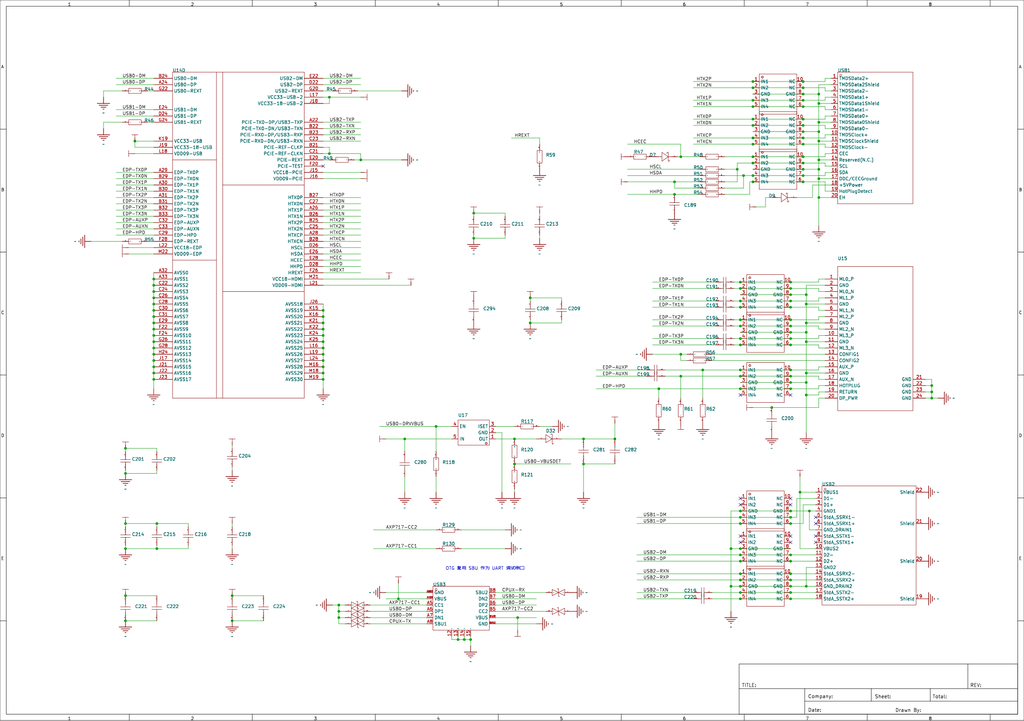
<source format=kicad_sch>
(kicad_sch (version 20231120) (generator "eeschema") (generator_version "8.0")
  (paper "User" 414.528 292.151)
  (lib_symbols
    (symbol "5-Voltage_1" (power) (pin_numbers hide) (pin_names hide)
      (symbol "5-Voltage_1_1_0"
        (pin power_in line (at 0 0 90) (length 1.27) (name "VDD09-USB") (number "1"))
      )
    )
    (symbol "5-Voltage_10" (power) (pin_numbers hide) (pin_names hide)
      (symbol "5-Voltage_10_1_0"
        (pin power_in line (at 0 0 90) (length 1.27) (name "VDD09-PCIE") (number "1"))
      )
    )
    (symbol "5-Voltage_11" (power) (pin_numbers hide) (pin_names hide)
      (symbol "5-Voltage_11_1_0"
        (pin power_in line (at 0 0 90) (length 1.27) (name "VBUS-USB") (number "1"))
      )
    )
    (symbol "5-Voltage_12" (power) (pin_numbers hide) (pin_names hide)
      (symbol "5-Voltage_12_1_0"
        (pin power_in line (at 0 0 90) (length 1.27) (name "VBUS") (number "1"))
      )
    )
    (symbol "5-Voltage_13" (power) (pin_numbers hide) (pin_names hide)
      (symbol "5-Voltage_13_1_0"
        (pin power_in line (at 0 0 90) (length 1.27) (name "VBUS-USB") (number "1"))
      )
    )
    (symbol "5-Voltage_14" (power) (pin_numbers hide) (pin_names hide)
      (symbol "5-Voltage_14_1_0"
        (pin power_in line (at 0 0 90) (length 1.27) (name "VCC-IO") (number "1"))
      )
    )
    (symbol "5-Voltage_15" (power) (pin_numbers hide) (pin_names hide)
      (symbol "5-Voltage_15_1_0"
        (pin power_in line (at 0 0 90) (length 1.27) (name "VBUS") (number "1"))
      )
    )
    (symbol "5-Voltage_16" (power) (pin_numbers hide) (pin_names hide)
      (symbol "5-Voltage_16_1_0"
        (pin power_in line (at 0 0 90) (length 1.27) (name "VBUS") (number "1"))
      )
    )
    (symbol "5-Voltage_17" (power) (pin_numbers hide) (pin_names hide)
      (symbol "5-Voltage_17_1_0"
        (pin power_in line (at 0 0 90) (length 1.27) (name "VBUS") (number "1"))
      )
    )
    (symbol "5-Voltage_18" (power) (pin_numbers hide) (pin_names hide)
      (symbol "5-Voltage_18_1_0"
        (pin power_in line (at 0 0 90) (length 1.27) (name "VBUS") (number "1"))
      )
    )
    (symbol "5-Voltage_19" (power) (pin_numbers hide) (pin_names hide)
      (symbol "5-Voltage_19_1_0"
        (pin power_in line (at 0 0 90) (length 1.27) (name "VCC18-HDMI") (number "1"))
      )
    )
    (symbol "5-Voltage_2" (power) (pin_numbers hide) (pin_names hide)
      (symbol "5-Voltage_2_1_0"
        (pin power_in line (at 0 0 90) (length 1.27) (name "VDD09-USB") (number "1"))
      )
    )
    (symbol "5-Voltage_20" (power) (pin_numbers hide) (pin_names hide)
      (symbol "5-Voltage_20_1_0"
        (pin power_in line (at 0 0 90) (length 1.27) (name "VDD09-HDMI") (number "1"))
      )
    )
    (symbol "5-Voltage_21" (power) (pin_numbers hide) (pin_names hide)
      (symbol "5-Voltage_21_1_0"
        (pin power_in line (at 0 0 90) (length 1.27) (name "VCC18-HDMI") (number "1"))
      )
    )
    (symbol "5-Voltage_22" (power) (pin_numbers hide) (pin_names hide)
      (symbol "5-Voltage_22_1_0"
        (pin power_in line (at 0 0 90) (length 1.27) (name "VCC-3V3") (number "1"))
      )
    )
    (symbol "5-Voltage_23" (power) (pin_numbers hide) (pin_names hide)
      (symbol "5-Voltage_23_1_0"
        (pin power_in line (at 0 0 90) (length 1.27) (name "VCC-3V3") (number "1"))
      )
    )
    (symbol "5-Voltage_24" (power) (pin_numbers hide) (pin_names hide)
      (symbol "5-Voltage_24_1_0"
        (pin power_in line (at 0 0 90) (length 1.27) (name "VCC-3V3") (number "1"))
      )
    )
    (symbol "5-Voltage_25" (power) (pin_numbers hide) (pin_names hide)
      (symbol "5-Voltage_25_1_0"
        (pin power_in line (at 0 0 90) (length 1.27) (name "VBUS-USB") (number "1"))
      )
    )
    (symbol "5-Voltage_26" (power) (pin_numbers hide) (pin_names hide)
      (symbol "5-Voltage_26_1_0"
        (pin power_in line (at 0 0 90) (length 1.27) (name "VDD09-HDMI") (number "1"))
      )
    )
    (symbol "5-Voltage_3" (power) (pin_numbers hide) (pin_names hide)
      (symbol "5-Voltage_3_1_0"
        (pin power_in line (at 0 0 90) (length 1.27) (name "VCC18-EDP") (number "1"))
      )
    )
    (symbol "5-Voltage_4" (power) (pin_numbers hide) (pin_names hide)
      (symbol "5-Voltage_4_1_0"
        (pin power_in line (at 0 0 90) (length 1.27) (name "VDD09-EDP") (number "1"))
      )
    )
    (symbol "5-Voltage_5" (power) (pin_numbers hide) (pin_names hide)
      (symbol "5-Voltage_5_1_0"
        (pin power_in line (at 0 0 90) (length 1.27) (name "VDD09-EDP") (number "1"))
      )
    )
    (symbol "5-Voltage_6" (power) (pin_numbers hide) (pin_names hide)
      (symbol "5-Voltage_6_1_0"
        (pin power_in line (at 0 0 90) (length 1.27) (name "VBUS") (number "1"))
      )
    )
    (symbol "5-Voltage_7" (power) (pin_numbers hide) (pin_names hide)
      (symbol "5-Voltage_7_1_0"
        (pin power_in line (at 0 0 90) (length 1.27) (name "VCC18-PCIE") (number "1"))
      )
    )
    (symbol "5-Voltage_8" (power) (pin_numbers hide) (pin_names hide)
      (symbol "5-Voltage_8_1_0"
        (pin power_in line (at 0 0 90) (length 1.27) (name "VDD09-PCIE") (number "1"))
      )
    )
    (symbol "5-Voltage_9" (power) (pin_numbers hide) (pin_names hide)
      (symbol "5-Voltage_9_1_0"
        (pin power_in line (at 0 0 90) (length 1.27) (name "VCC18-PCIE") (number "1"))
      )
    )
    (symbol "AvaotaA1-easyedapro:0402ESDA-05N"
      (property "Reference" "D" (at 0 0 0))
      (symbol "0402ESDA-05N_1_0"
        (pin unspecified line (at -5.08 0 0) (length 2.54) (name "1") (number "1"))
        (pin unspecified line (at 5.08 0 180) (length 2.54) (name "2") (number "2"))
      )
    )
    (symbol "AvaotaA1-easyedapro:1N5819WS"
      (property "Reference" "D" (at 0 0 0))
      (symbol "1N5819WS_1_0"
        (pin unspecified line (at -5.08 0 0) (length 3.81) (name "K") (number "1"))
        (pin unspecified line (at 5.08 0 180) (length 3.81) (name "A") (number "2"))
      )
    )
    (symbol "AvaotaA1-easyedapro:5-Voltage" (power) (pin_numbers hide) (pin_names hide)
      (symbol "5-Voltage_1_0"
        (pin power_in line (at 0 0 90) (length 1.27) (name "VCC33-USB") (number "1"))
      )
    )
    (symbol "AvaotaA1-easyedapro:B5819WT_C2997265"
      (property "Reference" "D" (at 0 0 0))
      (symbol "B5819WT_C2997265_1_0"
        (pin unspecified line (at -5.08 0 0) (length 2.54) (name "K") (number "1"))
        (pin unspecified line (at 5.08 0 180) (length 2.54) (name "A") (number "2"))
      )
    )
    (symbol "AvaotaA1-easyedapro:CapAcitance"
      (symbol "CapAcitance_1_0"
        (pin input line (at -5.08 0 0) (length 2.54) (name "1") (number "1"))
        (pin input line (at 5.08 0 180) (length 2.54) (name "2") (number "2"))
      )
    )
    (symbol "AvaotaA1-easyedapro:DP_TH_SIDE_VERTICAL"
      (symbol "DP_TH_SIDE_VERTICAL_1_0"
        (pin input line (at -20.32 22.86 0) (length 5.08) (name "ML0_P") (number "1"))
        (pin input line (at -20.32 0 0) (length 5.08) (name "ML3_P") (number "10"))
        (pin input line (at -20.32 -2.54 0) (length 5.08) (name "GND") (number "11"))
        (pin input line (at -20.32 -5.08 0) (length 5.08) (name "ML3_N") (number "12"))
        (pin input line (at -20.32 -7.62 0) (length 5.08) (name "CONFIG1") (number "13"))
        (pin input line (at -20.32 -10.16 0) (length 5.08) (name "CONFIG2") (number "14"))
        (pin input line (at -20.32 -12.7 0) (length 5.08) (name "AUX_P") (number "15"))
        (pin input line (at -20.32 -15.24 0) (length 5.08) (name "GND") (number "16"))
        (pin input line (at -20.32 -17.78 0) (length 5.08) (name "AUX_N") (number "17"))
        (pin input line (at -20.32 -20.32 0) (length 5.08) (name "HOTPLUG") (number "18"))
        (pin input line (at -20.32 -22.86 0) (length 5.08) (name "RETURN") (number "19"))
        (pin input line (at -20.32 20.32 0) (length 5.08) (name "GND") (number "2"))
        (pin input line (at -20.32 -25.4 0) (length 5.08) (name "DP_PWR") (number "20"))
        (pin input line (at 20.32 -17.78 180) (length 5.08) (name "GND") (number "21"))
        (pin input line (at 20.32 -20.32 180) (length 5.08) (name "GND") (number "22"))
        (pin input line (at 20.32 -22.86 180) (length 5.08) (name "GND") (number "23"))
        (pin input line (at 20.32 -25.4 180) (length 5.08) (name "GND") (number "24"))
        (pin input line (at -20.32 17.78 0) (length 5.08) (name "ML0_N") (number "3"))
        (pin input line (at -20.32 15.24 0) (length 5.08) (name "ML1_P") (number "4"))
        (pin input line (at -20.32 12.7 0) (length 5.08) (name "GND") (number "5"))
        (pin input line (at -20.32 10.16 0) (length 5.08) (name "ML1_N") (number "6"))
        (pin input line (at -20.32 7.62 0) (length 5.08) (name "ML2_P") (number "7"))
        (pin input line (at -20.32 5.08 0) (length 5.08) (name "GND") (number "8"))
        (pin input line (at -20.32 2.54 0) (length 5.08) (name "ML2_N") (number "9"))
      )
    )
    (symbol "AvaotaA1-easyedapro:GRM033R61A104KE15D"
      (property "Reference" "C" (at 0 0 0))
      (symbol "GRM033R61A104KE15D_1_0"
        (pin input line (at -3.81 0 0) (length 2.54) (name "1") (number "1"))
        (pin input line (at 3.81 0 180) (length 2.54) (name "2") (number "2"))
      )
    )
    (symbol "AvaotaA1-easyedapro:Ground-GND" (power) (pin_numbers hide) (pin_names hide)
      (symbol "Ground-GND_1_0"
        (pin power_in line (at 0 0 270) (length 2.54) (name "") (number "1"))
      )
    )
    (symbol "AvaotaA1-easyedapro:HDMI-001C_C2836126"
      (property "Reference" "USB" (at 0 0 0))
      (symbol "HDMI-001C_C2836126_1_0"
        (pin unspecified line (at -15.24 25.4 0) (length 2.54) (name "TMDSData2+") (number "1"))
        (pin unspecified line (at -15.24 2.54 0) (length 2.54) (name "TMDSClock+") (number "10"))
        (pin unspecified line (at -15.24 0 0) (length 2.54) (name "TMDSClockShield") (number "11"))
        (pin unspecified line (at -15.24 -2.54 0) (length 2.54) (name "TMDSClock-") (number "12"))
        (pin unspecified line (at -15.24 -5.08 0) (length 2.54) (name "CEC") (number "13"))
        (pin unspecified line (at -15.24 -7.62 0) (length 2.54) (name "Reserved(N.C.)") (number "14"))
        (pin unspecified line (at -15.24 -10.16 0) (length 2.54) (name "SCL") (number "15"))
        (pin unspecified line (at -15.24 -12.7 0) (length 2.54) (name "SDA") (number "16"))
        (pin unspecified line (at -15.24 -15.24 0) (length 2.54) (name "DDC/CECGround") (number "17"))
        (pin unspecified line (at -15.24 -17.78 0) (length 2.54) (name "+5VPower") (number "18"))
        (pin unspecified line (at -15.24 -20.32 0) (length 2.54) (name "HotPlugDetect") (number "19"))
        (pin unspecified line (at -15.24 22.86 0) (length 2.54) (name "TMDSData2Shield") (number "2"))
        (pin unspecified line (at -15.24 -22.86 0) (length 2.54) (name "EH") (number "20"))
        (pin unspecified line (at -15.24 20.32 0) (length 2.54) (name "TMDSData2-") (number "3"))
        (pin unspecified line (at -15.24 17.78 0) (length 2.54) (name "TMDSData1+") (number "4"))
        (pin unspecified line (at -15.24 15.24 0) (length 2.54) (name "TMDSData1Shield") (number "5"))
        (pin unspecified line (at -15.24 12.7 0) (length 2.54) (name "TMDSData1-") (number "6"))
        (pin unspecified line (at -15.24 10.16 0) (length 2.54) (name "TMDSData0+") (number "7"))
        (pin unspecified line (at -15.24 7.62 0) (length 2.54) (name "TMDSData0Shield") (number "8"))
        (pin unspecified line (at -15.24 5.08 0) (length 2.54) (name "TMDSData0-") (number "9"))
      )
    )
    (symbol "AvaotaA1-easyedapro:RClamp0524PATCT"
      (property "Reference" "D" (at 0 0 0))
      (symbol "RClamp0524PATCT_1_0"
        (pin unspecified line (at -10.16 5.08 0) (length 2.54) (name "IN1") (number "1"))
        (pin unspecified line (at 10.16 5.08 180) (length 2.54) (name "NC") (number "10"))
        (pin unspecified line (at -10.16 2.54 0) (length 2.54) (name "IN2") (number "2"))
        (pin unspecified line (at -10.16 0 0) (length 2.54) (name "GND") (number "3"))
        (pin unspecified line (at -10.16 -2.54 0) (length 2.54) (name "IN3") (number "4"))
        (pin unspecified line (at -10.16 -5.08 0) (length 2.54) (name "IN4") (number "5"))
        (pin unspecified line (at 10.16 -5.08 180) (length 2.54) (name "NC") (number "6"))
        (pin unspecified line (at 10.16 -2.54 180) (length 2.54) (name "NC") (number "7"))
        (pin unspecified line (at 10.16 0 180) (length 2.54) (name "GND") (number "8"))
        (pin unspecified line (at 10.16 2.54 180) (length 2.54) (name "NC") (number "9"))
      )
    )
    (symbol "AvaotaA1-easyedapro:SY6280AAC"
      (property "Reference" "U" (at 0 0 0))
      (symbol "SY6280AAC_1_0"
        (pin unspecified line (at -2.54 -8.89 90) (length 2.54) (name "OUT") (number "1"))
        (pin unspecified line (at 0 -8.89 90) (length 2.54) (name "GND") (number "2"))
        (pin unspecified line (at 2.54 -8.89 90) (length 2.54) (name "ISET") (number "3"))
        (pin unspecified line (at 2.54 8.89 270) (length 2.54) (name "EN") (number "4"))
        (pin unspecified line (at -2.54 8.89 270) (length 2.54) (name "IN") (number "5"))
      )
    )
    (symbol "AvaotaA1-easyedapro:Sheet_A3_Whycan"
      (symbol "Sheet_A3_Whycan_1_0"
        (text "1" (at 27.432 -291.7952 0) (effects (font (size 1.2192 1.2192)) (justify left bottom)))
        (text "1" (at 27.432 -2.4892 0) (effects (font (size 1.2192 1.2192)) (justify left bottom)))
        (text "2" (at 77.216 -291.7952 0) (effects (font (size 1.2192 1.2192)) (justify left bottom)))
        (text "2" (at 77.216 -2.4892 0) (effects (font (size 1.2192 1.2192)) (justify left bottom)))
        (text "3" (at 127 -291.7952 0) (effects (font (size 1.2192 1.2192)) (justify left bottom)))
        (text "3" (at 127 -2.4892 0) (effects (font (size 1.2192 1.2192)) (justify left bottom)))
        (text "4" (at 176.784 -291.7952 0) (effects (font (size 1.2192 1.2192)) (justify left bottom)))
        (text "4" (at 176.784 -2.4892 0) (effects (font (size 1.2192 1.2192)) (justify left bottom)))
        (text "5" (at 226.568 -291.7952 0) (effects (font (size 1.2192 1.2192)) (justify left bottom)))
        (text "5" (at 226.568 -2.4892 0) (effects (font (size 1.2192 1.2192)) (justify left bottom)))
        (text "6" (at 276.352 -291.7952 0) (effects (font (size 1.2192 1.2192)) (justify left bottom)))
        (text "6" (at 276.352 -2.4892 0) (effects (font (size 1.2192 1.2192)) (justify left bottom)))
        (text "7" (at 326.136 -291.7952 0) (effects (font (size 1.2192 1.2192)) (justify left bottom)))
        (text "7" (at 326.136 -2.4892 0) (effects (font (size 1.2192 1.2192)) (justify left bottom)))
        (text "8" (at 375.92 -291.7952 0) (effects (font (size 1.2192 1.2192)) (justify left bottom)))
        (text "8" (at 375.92 -2.4892 0) (effects (font (size 1.2192 1.2192)) (justify left bottom)))
        (text "A" (at 0.381 -27.7622 0) (effects (font (size 1.2192 1.2192)) (justify left bottom)))
        (text "A" (at 412.369 -27.7622 0) (effects (font (size 1.2192 1.2192)) (justify left bottom)))
        (text "B" (at 0.381 -77.5462 0) (effects (font (size 1.2192 1.2192)) (justify left bottom)))
        (text "B" (at 412.369 -77.5462 0) (effects (font (size 1.2192 1.2192)) (justify left bottom)))
        (text "C" (at 0.381 -127.3302 0) (effects (font (size 1.2192 1.2192)) (justify left bottom)))
        (text "C" (at 412.369 -127.3302 0) (effects (font (size 1.2192 1.2192)) (justify left bottom)))
        (text "Company:" (at 327.0504 -282.9052 0) (effects (font (size 1.397 1.397)) (justify left bottom)))
        (text "D" (at 0.381 -177.1142 0) (effects (font (size 1.2192 1.2192)) (justify left bottom)))
        (text "D" (at 412.369 -177.1142 0) (effects (font (size 1.2192 1.2192)) (justify left bottom)))
        (text "Date:" (at 327.0504 -288.417 0) (effects (font (size 1.397 1.397)) (justify left bottom)))
        (text "Drawn By:" (at 362.3564 -288.4932 0) (effects (font (size 1.397 1.397)) (justify left bottom)))
        (text "E" (at 0.381 -226.8982 0) (effects (font (size 1.2192 1.2192)) (justify left bottom)))
        (text "E" (at 412.369 -226.8982 0) (effects (font (size 1.2192 1.2192)) (justify left bottom)))
        (text "REV:" (at 392.684 -278.384 0) (effects (font (size 1.397 1.397)) (justify left bottom)))
        (text "Sheet:" (at 354.076 -282.956 0) (effects (font (size 1.397 1.397)) (justify left bottom)))
        (text "TITLE:" (at 300.228 -278.384 0) (effects (font (size 1.397 1.397)) (justify left bottom)))
        (text "Total:" (at 377.444 -282.956 0) (effects (font (size 1.397 1.397)) (justify left bottom)))
      )
    )
    (symbol "AvaotaA1-easyedapro:T527"
      (symbol "T527_1_0"
        (text "-" (at 12.7 -54.61 0) (effects (font (size 1.143 1.143)) (justify left bottom)))
        (text "-" (at 22.86 -54.61 0) (effects (font (size 1.143 1.143)) (justify left bottom)))
        (text "-" (at 33.02 -87.63 0) (effects (font (size 1.143 1.143)) (justify left bottom)))
        (text "-" (at 43.18 -29.21 0) (effects (font (size 1.143 1.143)) (justify left bottom)))
        (text "-" (at 43.18 -11.43 0) (effects (font (size 1.143 1.143)) (justify left bottom)))
        (text "-" (at 55.88 -29.21 0) (effects (font (size 1.143 1.143)) (justify left bottom)))
        (text "-" (at 55.88 -11.43 0) (effects (font (size 1.143 1.143)) (justify left bottom)))
        (text "0.60V" (at 45.72 -114.046 0) (effects (font (size 1.143 1.143)) (justify left bottom)))
        (text "1.10V" (at 33.02 -114.046 0) (effects (font (size 1.143 1.143)) (justify left bottom)))
        (text "1.10V" (at 33.02 -111.506 0) (effects (font (size 1.143 1.143)) (justify left bottom)))
        (text "1.10V" (at 45.72 -111.506 0) (effects (font (size 1.143 1.143)) (justify left bottom)))
        (text "1.20V" (at 33.02 -108.966 0) (effects (font (size 1.143 1.143)) (justify left bottom)))
        (text "1.20V" (at 33.02 -106.426 0) (effects (font (size 1.143 1.143)) (justify left bottom)))
        (text "1.20V" (at 45.72 -108.966 0) (effects (font (size 1.143 1.143)) (justify left bottom)))
        (text "1.20V" (at 45.72 -106.426 0) (effects (font (size 1.143 1.143)) (justify left bottom)))
        (text "1.35V" (at 33.02 -101.346 0) (effects (font (size 1.143 1.143)) (justify left bottom)))
        (text "1.35V" (at 45.72 -101.346 0) (effects (font (size 1.143 1.143)) (justify left bottom)))
        (text "1.50V" (at 33.02 -103.886 0) (effects (font (size 1.143 1.143)) (justify left bottom)))
        (text "1.50V" (at 45.72 -103.886 0) (effects (font (size 1.143 1.143)) (justify left bottom)))
        (text "DDR3" (at 20.32 -103.886 0) (effects (font (size 1.143 1.143)) (justify left bottom)))
        (text "DDR3" (at 22.86 -6.35 0) (effects (font (size 1.143 1.143)) (justify left bottom)))
        (text "DDR3L" (at 20.32 -101.346 0) (effects (font (size 1.143 1.143)) (justify left bottom)))
        (text "DDR4" (at 12.7 -6.35 0) (effects (font (size 1.143 1.143)) (justify left bottom)))
        (text "DDR4" (at 20.32 -106.426 0) (effects (font (size 1.143 1.143)) (justify left bottom)))
        (text "GND" (at 33.02 -57.15 0) (effects (font (size 1.143 1.143)) (justify left bottom)))
        (text "GND" (at 33.02 -52.07 0) (effects (font (size 1.143 1.143)) (justify left bottom)))
        (text "GND" (at 33.02 -46.99 0) (effects (font (size 1.143 1.143)) (justify left bottom)))
        (text "GND" (at 33.02 -44.45 0) (effects (font (size 1.143 1.143)) (justify left bottom)))
        (text "GND" (at 33.02 -39.37 0) (effects (font (size 1.143 1.143)) (justify left bottom)))
        (text "GND" (at 33.02 -31.75 0) (effects (font (size 1.143 1.143)) (justify left bottom)))
        (text "GND" (at 33.02 -21.59 0) (effects (font (size 1.143 1.143)) (justify left bottom)))
        (text "GND" (at 33.02 -19.05 0) (effects (font (size 1.143 1.143)) (justify left bottom)))
        (text "GND" (at 33.02 -13.97 0) (effects (font (size 1.143 1.143)) (justify left bottom)))
        (text "LPDDR3" (at 20.32 -108.966 0) (effects (font (size 1.143 1.143)) (justify left bottom)))
        (text "LPDDR3" (at 33.02 -6.35 0) (effects (font (size 1.143 1.143)) (justify left bottom)))
        (text "LPDDR4" (at 20.32 -111.506 0) (effects (font (size 1.143 1.143)) (justify left bottom)))
        (text "LPDDR4/x\n2Rank" (at 43.18 -2.54 0) (effects (font (size 1.143 1.143)) (justify left top)))
        (text "LPDDR4/x\n4Rank" (at 55.88 -2.54 0) (effects (font (size 1.143 1.143)) (justify left top)))
        (text "LPDDR4X" (at 20.32 -114.046 0) (effects (font (size 1.143 1.143)) (justify left bottom)))
        (text "SA0" (at 12.7 -41.91 0) (effects (font (size 1.143 1.143)) (justify left bottom)))
        (text "SA0" (at 22.86 -11.43 0) (effects (font (size 1.143 1.143)) (justify left bottom)))
        (text "SA0" (at 33.02 -26.67 0) (effects (font (size 1.143 1.143)) (justify left bottom)))
        (text "SA1" (at 12.7 -34.29 0) (effects (font (size 1.143 1.143)) (justify left bottom)))
        (text "SA1" (at 22.86 -29.21 0) (effects (font (size 1.143 1.143)) (justify left bottom)))
        (text "SA1" (at 33.02 -49.53 0) (effects (font (size 1.143 1.143)) (justify left bottom)))
        (text "SA10" (at 12.7 -44.45 0) (effects (font (size 1.143 1.143)) (justify left bottom)))
        (text "SA10" (at 22.86 -49.53 0) (effects (font (size 1.143 1.143)) (justify left bottom)))
        (text "SA11" (at 12.7 -16.51 0) (effects (font (size 1.143 1.143)) (justify left bottom)))
        (text "SA11" (at 22.86 -39.37 0) (effects (font (size 1.143 1.143)) (justify left bottom)))
        (text "SA12" (at 12.7 -29.21 0) (effects (font (size 1.143 1.143)) (justify left bottom)))
        (text "SA12" (at 22.86 -64.77 0) (effects (font (size 1.143 1.143)) (justify left bottom)))
        (text "SA13" (at 12.7 -13.97 0) (effects (font (size 1.143 1.143)) (justify left bottom)))
        (text "SA13" (at 22.86 -44.45 0) (effects (font (size 1.143 1.143)) (justify left bottom)))
        (text "SA14" (at 22.86 -59.69 0) (effects (font (size 1.143 1.143)) (justify left bottom)))
        (text "SA15" (at 22.86 -46.99 0) (effects (font (size 1.143 1.143)) (justify left bottom)))
        (text "SA2" (at 12.7 -11.43 0) (effects (font (size 1.143 1.143)) (justify left bottom)))
        (text "SA2" (at 22.86 -16.51 0) (effects (font (size 1.143 1.143)) (justify left bottom)))
        (text "SA2" (at 33.02 -54.61 0) (effects (font (size 1.143 1.143)) (justify left bottom)))
        (text "SA3" (at 12.7 -19.05 0) (effects (font (size 1.143 1.143)) (justify left bottom)))
        (text "SA3" (at 22.86 -31.75 0) (effects (font (size 1.143 1.143)) (justify left bottom)))
        (text "SA3" (at 33.02 -24.13 0) (effects (font (size 1.143 1.143)) (justify left bottom)))
        (text "SA4" (at 12.7 -21.59 0) (effects (font (size 1.143 1.143)) (justify left bottom)))
        (text "SA4" (at 22.86 -36.83 0) (effects (font (size 1.143 1.143)) (justify left bottom)))
        (text "SA4" (at 33.02 -34.29 0) (effects (font (size 1.143 1.143)) (justify left bottom)))
        (text "SA5" (at 12.7 -59.69 0) (effects (font (size 1.143 1.143)) (justify left bottom)))
        (text "SA5" (at 22.86 -13.97 0) (effects (font (size 1.143 1.143)) (justify left bottom)))
        (text "SA5" (at 33.02 -41.91 0) (effects (font (size 1.143 1.143)) (justify left bottom)))
        (text "SA6" (at 12.7 -62.23 0) (effects (font (size 1.143 1.143)) (justify left bottom)))
        (text "SA6" (at 22.86 -26.67 0) (effects (font (size 1.143 1.143)) (justify left bottom)))
        (text "SA6" (at 33.02 -11.43 0) (effects (font (size 1.143 1.143)) (justify left bottom)))
        (text "SA7" (at 12.7 -39.37 0) (effects (font (size 1.143 1.143)) (justify left bottom)))
        (text "SA7" (at 22.86 -62.23 0) (effects (font (size 1.143 1.143)) (justify left bottom)))
        (text "SA7" (at 33.02 -29.21 0) (effects (font (size 1.143 1.143)) (justify left bottom)))
        (text "SA8" (at 12.7 -31.75 0) (effects (font (size 1.143 1.143)) (justify left bottom)))
        (text "SA8" (at 22.86 -57.15 0) (effects (font (size 1.143 1.143)) (justify left bottom)))
        (text "SA8" (at 33.02 -16.51 0) (effects (font (size 1.143 1.143)) (justify left bottom)))
        (text "SA9" (at 12.7 -36.83 0) (effects (font (size 1.143 1.143)) (justify left bottom)))
        (text "SA9" (at 22.86 -34.29 0) (effects (font (size 1.143 1.143)) (justify left bottom)))
        (text "SA9" (at 33.02 -36.83 0) (effects (font (size 1.143 1.143)) (justify left bottom)))
        (text "SAA0" (at 43.18 -16.51 0) (effects (font (size 1.143 1.143)) (justify left bottom)))
        (text "SAA0" (at 55.88 -16.51 0) (effects (font (size 1.143 1.143)) (justify left bottom)))
        (text "SAA1" (at 43.18 -39.37 0) (effects (font (size 1.143 1.143)) (justify left bottom)))
        (text "SAA1" (at 55.88 -39.37 0) (effects (font (size 1.143 1.143)) (justify left bottom)))
        (text "SAA2" (at 43.18 -13.97 0) (effects (font (size 1.143 1.143)) (justify left bottom)))
        (text "SAA2" (at 55.88 -13.97 0) (effects (font (size 1.143 1.143)) (justify left bottom)))
        (text "SAA3" (at 43.18 -36.83 0) (effects (font (size 1.143 1.143)) (justify left bottom)))
        (text "SAA3" (at 55.88 -36.83 0) (effects (font (size 1.143 1.143)) (justify left bottom)))
        (text "SAA4" (at 43.18 -54.61 0) (effects (font (size 1.143 1.143)) (justify left bottom)))
        (text "SAA4" (at 55.88 -54.61 0) (effects (font (size 1.143 1.143)) (justify left bottom)))
        (text "SAA5" (at 43.18 -34.29 0) (effects (font (size 1.143 1.143)) (justify left bottom)))
        (text "SAA5" (at 55.88 -34.29 0) (effects (font (size 1.143 1.143)) (justify left bottom)))
        (text "SAB0" (at 43.18 -59.69 0) (effects (font (size 1.143 1.143)) (justify left bottom)))
        (text "SAB0" (at 55.88 -59.69 0) (effects (font (size 1.143 1.143)) (justify left bottom)))
        (text "SAB1" (at 43.18 -21.59 0) (effects (font (size 1.143 1.143)) (justify left bottom)))
        (text "SAB1" (at 55.88 -21.59 0) (effects (font (size 1.143 1.143)) (justify left bottom)))
        (text "SAB2" (at 43.18 -31.75 0) (effects (font (size 1.143 1.143)) (justify left bottom)))
        (text "SAB2" (at 55.88 -31.75 0) (effects (font (size 1.143 1.143)) (justify left bottom)))
        (text "SAB3" (at 43.18 -57.15 0) (effects (font (size 1.143 1.143)) (justify left bottom)))
        (text "SAB3" (at 55.88 -57.15 0) (effects (font (size 1.143 1.143)) (justify left bottom)))
        (text "SAB4" (at 43.18 -52.07 0) (effects (font (size 1.143 1.143)) (justify left bottom)))
        (text "SAB4" (at 55.88 -52.07 0) (effects (font (size 1.143 1.143)) (justify left bottom)))
        (text "SAB5" (at 43.18 -67.31 0) (effects (font (size 1.143 1.143)) (justify left bottom)))
        (text "SAB5" (at 55.88 -67.31 0) (effects (font (size 1.143 1.143)) (justify left bottom)))
        (text "SACT" (at 12.7 -67.31 0) (effects (font (size 1.143 1.143)) (justify left bottom)))
        (text "SBA0" (at 12.7 -57.15 0) (effects (font (size 1.143 1.143)) (justify left bottom)))
        (text "SBA0" (at 22.86 -21.59 0) (effects (font (size 1.143 1.143)) (justify left bottom)))
        (text "SBA1" (at 12.7 -24.13 0) (effects (font (size 1.143 1.143)) (justify left bottom)))
        (text "SBA1" (at 22.86 -19.05 0) (effects (font (size 1.143 1.143)) (justify left bottom)))
        (text "SBA2" (at 22.86 -24.13 0) (effects (font (size 1.143 1.143)) (justify left bottom)))
        (text "SBG0" (at 12.7 -26.67 0) (effects (font (size 1.143 1.143)) (justify left bottom)))
        (text "SBG1" (at 12.7 -64.77 0) (effects (font (size 1.143 1.143)) (justify left bottom)))
        (text "SCAS" (at 12.7 -46.99 0) (effects (font (size 1.143 1.143)) (justify left bottom)))
        (text "SCAS" (at 22.86 -41.91 0) (effects (font (size 1.143 1.143)) (justify left bottom)))
        (text "SCKE0" (at 12.7 -85.09 0) (effects (font (size 1.143 1.143)) (justify left bottom)))
        (text "SCKE0" (at 22.86 -85.09 0) (effects (font (size 1.143 1.143)) (justify left bottom)))
        (text "SCKE0" (at 33.02 -85.09 0) (effects (font (size 1.143 1.143)) (justify left bottom)))
        (text "SCKE0" (at 55.88 -85.09 0) (effects (font (size 1.143 1.143)) (justify left bottom)))
        (text "SCKE0_A" (at 43.18 -85.09 0) (effects (font (size 1.143 1.143)) (justify left bottom)))
        (text "SCKE0_B" (at 43.18 -26.67 0) (effects (font (size 1.143 1.143)) (justify left bottom)))
        (text "SCKE1" (at 55.88 -41.91 0) (effects (font (size 1.143 1.143)) (justify left bottom)))
        (text "SCKE1_A" (at 43.18 -41.91 0) (effects (font (size 1.143 1.143)) (justify left bottom)))
        (text "SCKE1_B" (at 43.18 -64.77 0) (effects (font (size 1.143 1.143)) (justify left bottom)))
        (text "SCKE2" (at 55.88 -26.67 0) (effects (font (size 1.143 1.143)) (justify left bottom)))
        (text "SCKE3" (at 55.88 -64.77 0) (effects (font (size 1.143 1.143)) (justify left bottom)))
        (text "SCKN" (at 12.7 -82.55 0) (effects (font (size 1.143 1.143)) (justify left bottom)))
        (text "SCKN" (at 22.86 -82.55 0) (effects (font (size 1.143 1.143)) (justify left bottom)))
        (text "SCKN" (at 33.02 -82.55 0) (effects (font (size 1.143 1.143)) (justify left bottom)))
        (text "SCKN_A" (at 43.18 -82.55 0) (effects (font (size 1.143 1.143)) (justify left bottom)))
        (text "SCKN_A" (at 55.88 -82.55 0) (effects (font (size 1.143 1.143)) (justify left bottom)))
        (text "SCKN_B" (at 43.18 -49.53 0) (effects (font (size 1.143 1.143)) (justify left bottom)))
        (text "SCKN_B" (at 55.88 -49.53 0) (effects (font (size 1.143 1.143)) (justify left bottom)))
        (text "SCKP" (at 12.7 -80.01 0) (effects (font (size 1.143 1.143)) (justify left bottom)))
        (text "SCKP" (at 22.86 -80.01 0) (effects (font (size 1.143 1.143)) (justify left bottom)))
        (text "SCKP" (at 33.02 -80.01 0) (effects (font (size 1.143 1.143)) (justify left bottom)))
        (text "SCKP_A" (at 43.18 -80.01 0) (effects (font (size 1.143 1.143)) (justify left bottom)))
        (text "SCKP_A" (at 55.88 -80.01 0) (effects (font (size 1.143 1.143)) (justify left bottom)))
        (text "SCKP_B" (at 43.18 -46.99 0) (effects (font (size 1.143 1.143)) (justify left bottom)))
        (text "SCKP_B" (at 55.88 -46.99 0) (effects (font (size 1.143 1.143)) (justify left bottom)))
        (text "SCS0" (at 12.7 -69.85 0) (effects (font (size 1.143 1.143)) (justify left bottom)))
        (text "SCS0" (at 22.86 -69.85 0) (effects (font (size 1.143 1.143)) (justify left bottom)))
        (text "SCS0" (at 33.02 -69.85 0) (effects (font (size 1.143 1.143)) (justify left bottom)))
        (text "SCS0_A" (at 43.18 -69.85 0) (effects (font (size 1.143 1.143)) (justify left bottom)))
        (text "SCS0_A" (at 55.88 -69.85 0) (effects (font (size 1.143 1.143)) (justify left bottom)))
        (text "SCS0_B" (at 43.18 -44.45 0) (effects (font (size 1.143 1.143)) (justify left bottom)))
        (text "SCS0_B" (at 55.88 -44.45 0) (effects (font (size 1.143 1.143)) (justify left bottom)))
        (text "SCS1" (at 12.7 -74.93 0) (effects (font (size 1.143 1.143)) (justify left bottom)))
        (text "SCS1" (at 22.86 -74.93 0) (effects (font (size 1.143 1.143)) (justify left bottom)))
        (text "SCS1" (at 33.02 -74.93 0) (effects (font (size 1.143 1.143)) (justify left bottom)))
        (text "SCS1_A" (at 43.18 -74.93 0) (effects (font (size 1.143 1.143)) (justify left bottom)))
        (text "SCS1_A" (at 55.88 -74.93 0) (effects (font (size 1.143 1.143)) (justify left bottom)))
        (text "SCS1_B" (at 43.18 -24.13 0) (effects (font (size 1.143 1.143)) (justify left bottom)))
        (text "SCS1_B" (at 55.88 -24.13 0) (effects (font (size 1.143 1.143)) (justify left bottom)))
        (text "SCS2" (at 33.02 -64.77 0) (effects (font (size 1.143 1.143)) (justify left bottom)))
        (text "SCS3" (at 33.02 -67.31 0) (effects (font (size 1.143 1.143)) (justify left bottom)))
        (text "SODT0" (at 12.7 -72.39 0) (effects (font (size 1.143 1.143)) (justify left bottom)))
        (text "SODT0" (at 22.86 -72.39 0) (effects (font (size 1.143 1.143)) (justify left bottom)))
        (text "SODT0" (at 33.02 -72.39 0) (effects (font (size 1.143 1.143)) (justify left bottom)))
        (text "SODT0_A" (at 43.18 -72.39 0) (effects (font (size 1.143 1.143)) (justify left bottom)))
        (text "SODT0_A" (at 55.88 -72.39 0) (effects (font (size 1.143 1.143)) (justify left bottom)))
        (text "SODT0_B" (at 43.18 -62.23 0) (effects (font (size 1.143 1.143)) (justify left bottom)))
        (text "SODT0_B" (at 55.88 -62.23 0) (effects (font (size 1.143 1.143)) (justify left bottom)))
        (text "SODT1" (at 12.7 -77.47 0) (effects (font (size 1.143 1.143)) (justify left bottom)))
        (text "SODT1" (at 22.86 -77.47 0) (effects (font (size 1.143 1.143)) (justify left bottom)))
        (text "SODT1" (at 33.02 -77.47 0) (effects (font (size 1.143 1.143)) (justify left bottom)))
        (text "SODT1_A" (at 43.18 -77.47 0) (effects (font (size 1.143 1.143)) (justify left bottom)))
        (text "SODT1_A" (at 55.88 -77.47 0) (effects (font (size 1.143 1.143)) (justify left bottom)))
        (text "SODT1_B" (at 43.18 -19.05 0) (effects (font (size 1.143 1.143)) (justify left bottom)))
        (text "SODT1_B" (at 55.88 -19.05 0) (effects (font (size 1.143 1.143)) (justify left bottom)))
        (text "SODT2" (at 33.02 -59.69 0) (effects (font (size 1.143 1.143)) (justify left bottom)))
        (text "SODT3" (at 33.02 -62.23 0) (effects (font (size 1.143 1.143)) (justify left bottom)))
        (text "SRAS" (at 12.7 -52.07 0) (effects (font (size 1.143 1.143)) (justify left bottom)))
        (text "SRAS" (at 22.86 -67.31 0) (effects (font (size 1.143 1.143)) (justify left bottom)))
        (text "SRST" (at 12.7 -87.63 0) (effects (font (size 1.143 1.143)) (justify left bottom)))
        (text "SRST" (at 22.86 -87.63 0) (effects (font (size 1.143 1.143)) (justify left bottom)))
        (text "SRST" (at 43.18 -87.63 0) (effects (font (size 1.143 1.143)) (justify left bottom)))
        (text "SRST" (at 55.88 -87.63 0) (effects (font (size 1.143 1.143)) (justify left bottom)))
        (text "SWE" (at 12.7 -49.53 0) (effects (font (size 1.143 1.143)) (justify left bottom)))
        (text "SWE" (at 22.86 -52.07 0) (effects (font (size 1.143 1.143)) (justify left bottom)))
        (text "VCC-DRAM" (at 33.02 -96.266 0) (effects (font (size 1.143 1.143)) (justify left bottom)))
        (text "VCC-DRAML" (at 45.72 -96.266 0) (effects (font (size 1.143 1.143)) (justify left bottom)))
        (pin input line (at 86.36 -104.14 180) (length 7.62) (name "VCC-DRAM4") (number "AA24"))
        (pin input line (at 86.36 -48.26 180) (length 7.62) (name "SDQ15") (number "AA27"))
        (pin input line (at 86.36 -45.72 180) (length 7.62) (name "SDQ14") (number "AA28"))
        (pin input line (at 86.36 -91.44 180) (length 7.62) (name "SZQ") (number "AA29"))
        (pin input line (at 86.36 -43.18 180) (length 7.62) (name "SDQ13") (number "AA31"))
        (pin input line (at 86.36 -40.64 180) (length 7.62) (name "SDQ12") (number "AA33"))
        (pin input line (at 86.36 -106.68 180) (length 7.62) (name "VCC-DRAM5") (number "AB24"))
        (pin input line (at -7.62 -93.98 0) (length 7.62) (name "SDQS1P") (number "AB32"))
        (pin input line (at -7.62 -96.52 0) (length 7.62) (name "SDQS1N") (number "AB33"))
        (pin input line (at 86.36 -111.76 180) (length 7.62) (name "VCC-DRAML0") (number "AC17"))
        (pin input line (at 86.36 -114.3 180) (length 7.62) (name "VCC-DRAML1") (number "AC18"))
        (pin input line (at 86.36 -116.84 180) (length 7.62) (name "VCC-DRAML2") (number "AC19"))
        (pin input line (at 86.36 -119.38 180) (length 7.62) (name "VCC-DRAML3") (number "AC20"))
        (pin input line (at 86.36 -121.92 180) (length 7.62) (name "VCC-DRAML4") (number "AC22"))
        (pin input line (at 86.36 -109.22 180) (length 7.62) (name "VCC-DRAM6") (number "AC24"))
        (pin input line (at 86.36 -30.48 180) (length 7.62) (name "SDQ8") (number "AC27"))
        (pin input line (at 86.36 -33.02 180) (length 7.62) (name "SDQ9") (number "AC28"))
        (pin input line (at 86.36 -35.56 180) (length 7.62) (name "SDQ10") (number "AC30"))
        (pin input line (at 86.36 -38.1 180) (length 7.62) (name "SDQ11") (number "AC31"))
        (pin input line (at -7.62 -111.76 0) (length 7.62) (name "SDQM1") (number "AC32"))
        (pin input line (at 86.36 -124.46 180) (length 7.62) (name "VDD18-DRAM") (number "AD25"))
        (pin input line (at 86.36 -22.86 180) (length 7.62) (name "SDQ5") (number "AD32"))
        (pin input line (at 86.36 -27.94 180) (length 7.62) (name "SDQ7") (number "AD33"))
        (pin input line (at 86.36 -12.7 180) (length 7.62) (name "SDQ1") (number "AE27"))
        (pin input line (at 86.36 -10.16 180) (length 7.62) (name "SDQ0") (number "AE28"))
        (pin input line (at 86.36 -20.32 180) (length 7.62) (name "SDQ4") (number "AE30"))
        (pin input line (at 86.36 -25.4 180) (length 7.62) (name "SDQ6") (number "AE31"))
        (pin input line (at -7.62 -109.22 0) (length 7.62) (name "SDQM0") (number "AE33"))
        (pin input line (at -7.62 -88.9 0) (length 7.62) (name "SDQS0P") (number "AF32"))
        (pin input line (at -7.62 -91.44 0) (length 7.62) (name "SDQS0N") (number "AF33"))
        (pin input line (at 86.36 -71.12 180) (length 7.62) (name "SDQ24") (number "AG19"))
        (pin input line (at 86.36 -68.58 180) (length 7.62) (name "SDQ23") (number "AG21"))
        (pin input line (at -7.62 -86.36 0) (length 7.62) (name "SRST") (number "AG23"))
        (pin input line (at -7.62 -35.56 0) (length 7.62) (name "SA10") (number "AG29"))
        (pin input line (at -7.62 -12.7 0) (length 7.62) (name "SA1") (number "AG30"))
        (pin input line (at 86.36 -15.24 180) (length 7.62) (name "SDQ2") (number "AG32"))
        (pin input line (at 86.36 -73.66 180) (length 7.62) (name "SDQ25") (number "AH19"))
        (pin input line (at 86.36 -88.9 180) (length 7.62) (name "SDQ31") (number "AH21"))
        (pin input line (at 86.36 -55.88 180) (length 7.62) (name "SDQ18") (number "AH23"))
        (pin input line (at -7.62 -20.32 0) (length 7.62) (name "SA4") (number "AH25"))
        (pin input line (at 86.36 -17.78 180) (length 7.62) (name "SDQ3") (number "AH33"))
        (pin input line (at -7.62 -58.42 0) (length 7.62) (name "SBA1") (number "AJ25"))
        (pin input line (at -7.62 -50.8 0) (length 7.62) (name "SA16") (number "AJ27"))
        (pin input line (at -7.62 -53.34 0) (length 7.62) (name "SA17") (number "AJ30"))
        (pin input line (at -7.62 -33.02 0) (length 7.62) (name "SA9") (number "AJ31"))
        (pin input line (at -7.62 -38.1 0) (length 7.62) (name "SA11") (number "AJ32"))
        (pin input line (at -7.62 -15.24 0) (length 7.62) (name "SA2") (number "AJ33"))
        (pin input line (at 86.36 -76.2 180) (length 7.62) (name "SDQ26") (number "AK19"))
        (pin input line (at 86.36 -86.36 180) (length 7.62) (name "SDQ30") (number "AK21"))
        (pin input line (at 86.36 -58.42 180) (length 7.62) (name "SDQ19") (number "AK23"))
        (pin input line (at -7.62 -55.88 0) (length 7.62) (name "SBA0") (number "AK25"))
        (pin input line (at -7.62 -22.86 0) (length 7.62) (name "SA5") (number "AK27"))
        (pin input line (at -7.62 -43.18 0) (length 7.62) (name "SA13") (number "AK29"))
        (pin input line (at -7.62 -10.16 0) (length 7.62) (name "SA0") (number "AK33"))
        (pin input line (at 86.36 -78.74 180) (length 7.62) (name "SDQ27") (number "AL19"))
        (pin input line (at 86.36 -83.82 180) (length 7.62) (name "SDQ29") (number "AL21"))
        (pin input line (at 86.36 -60.96 180) (length 7.62) (name "SDQ20") (number "AL23"))
        (pin input line (at -7.62 -30.48 0) (length 7.62) (name "SA8") (number "AL25"))
        (pin input line (at -7.62 -17.78 0) (length 7.62) (name "SA3") (number "AL27"))
        (pin input line (at -7.62 -66.04 0) (length 7.62) (name "SACT") (number "AL29"))
        (pin input line (at -7.62 -40.64 0) (length 7.62) (name "SA12") (number "AL31"))
        (pin input line (at -7.62 -71.12 0) (length 7.62) (name "SODT0") (number "AL32"))
        (pin input line (at -7.62 -76.2 0) (length 7.62) (name "SODT1") (number "AL33"))
        (pin input line (at -7.62 -104.14 0) (length 7.62) (name "SDQS3P") (number "AM19"))
        (pin input line (at 86.36 -81.28 180) (length 7.62) (name "SDQ28") (number "AM21"))
        (pin input line (at 86.36 -63.5 180) (length 7.62) (name "SDQ21") (number "AM22"))
        (pin input line (at -7.62 -99.06 0) (length 7.62) (name "SDQS2P") (number "AM23"))
        (pin input line (at -7.62 -114.3 0) (length 7.62) (name "SDQM2") (number "AM24"))
        (pin input line (at 86.36 -50.8 180) (length 7.62) (name "SDQ16") (number "AM25"))
        (pin input line (at -7.62 -63.5 0) (length 7.62) (name "SBG1") (number "AM27"))
        (pin input line (at -7.62 -45.72 0) (length 7.62) (name "SA14") (number "AM28"))
        (pin input line (at -7.62 -78.74 0) (length 7.62) (name "SCKP") (number "AM30"))
        (pin input line (at -7.62 -83.82 0) (length 7.62) (name "SCKE0") (number "AM31"))
        (pin input line (at -7.62 -73.66 0) (length 7.62) (name "SCS1") (number "AM32"))
        (pin input line (at -7.62 -27.94 0) (length 7.62) (name "SA7") (number "AM33"))
        (pin input line (at -7.62 -106.68 0) (length 7.62) (name "SDQS3N") (number "AN19"))
        (pin input line (at -7.62 -116.84 0) (length 7.62) (name "SDQM3") (number "AN20"))
        (pin input line (at 86.36 -66.04 180) (length 7.62) (name "SDQ22") (number "AN21"))
        (pin input line (at -7.62 -101.6 0) (length 7.62) (name "SDQS2N") (number "AN23"))
        (pin input line (at 86.36 -53.34 180) (length 7.62) (name "SDQ17") (number "AN25"))
        (pin input line (at -7.62 -60.96 0) (length 7.62) (name "SBG0") (number "AN26"))
        (pin input line (at -7.62 -25.4 0) (length 7.62) (name "SA6") (number "AN27"))
        (pin input line (at -7.62 -48.26 0) (length 7.62) (name "SA15") (number "AN29"))
        (pin input line (at -7.62 -81.28 0) (length 7.62) (name "SCKN") (number "AN30"))
        (pin input line (at -7.62 -68.58 0) (length 7.62) (name "SCS0") (number "AN32"))
        (pin input line (at 86.36 -93.98 180) (length 7.62) (name "VCC-DRAM0") (number "W23"))
        (pin input line (at 86.36 -96.52 180) (length 7.62) (name "VCC-DRAM1") (number "W24"))
        (pin input line (at 86.36 -99.06 180) (length 7.62) (name "VCC-DRAM2") (number "W25"))
        (pin input line (at 86.36 -101.6 180) (length 7.62) (name "VCC-DRAM3") (number "Y24"))
      )
      (symbol "T527_2_0"
        (pin input line (at 236.22 -167.64 180) (length 7.62) (name "PH18/IR-TX/I2S3-DOUT2/I2S3-DIN2/RGMII0-TXD2/RMII0-NULL/PH-EINT18") (number "A14"))
        (pin input line (at 236.22 -149.86 180) (length 7.62) (name "PH11/DMIC-DATA2/SPI2-MISO/I2S2-DOUT0/I2S2-DIN1/PCIE0-PERSTN/PH-EINT11") (number "A16"))
        (pin input line (at 236.22 -63.5 180) (length 7.62) (name "PF5/SDC0-D2/JTAG-CK/TRACE-CLK/I2S3-BCLK/PF-EINT5") (number "A18"))
        (pin input line (at 236.22 -20.32 180) (length 7.62) (name "PE7/I2S2-LRCK/LCD1-TRIG/NCSI-D9/PE-EINT7") (number "A2"))
        (pin input line (at 236.22 -53.34 180) (length 7.62) (name "PF1/SDC0-D0/JTAG-DI/TRACE-DATA1/I2S3-DOUT0/I2S3-DIN1/PF-EINT1") (number "A20"))
        (pin input line (at 236.22 -17.78 180) (length 7.62) (name "PE6/I2S2-BCLK/LCD0-TRIG/NCSI-D8/PE-EINT6") (number "A3"))
        (pin input line (at 236.22 -25.4 180) (length 7.62) (name "PE9/I2S2-DIN0/NCSI-D11/PE-EINT9") (number "B1"))
        (pin input line (at 236.22 -165.1 180) (length 7.62) (name "PH17/I2S3-DOUT1/I2S3-DIN0/RGMII0-TXD3/RMII0-NULL/PH-EINT17") (number "B13"))
        (pin input line (at 236.22 -162.56 180) (length 7.62) (name "PH16/I2S3-DOUT0/I2S3-DIN1/RGMII0-RXCK/RMII0-NULL/CLK-FANOUT0/PH-EINT16") (number "B14"))
        (pin input line (at 236.22 -154.94 180) (length 7.62) (name "PH13/TWI3-SDA/I2S3-MCLK/RGMII0-EPHY-25M/PH-EINT13") (number "B15"))
        (pin input line (at 236.22 -147.32 180) (length 7.62) (name "PH10/DMIC-DATA1/SPI2-MOSI/I2S2-LRCK/RGMII0-MDIO/PH-EINT10") (number "B16"))
        (pin input line (at 236.22 -132.08 180) (length 7.62) (name "PH4/UART3-TX/SPI1-CS0/CPU-CUR-W/RGMII0-TXD1/RMII0-TXD1/PH-EINT4") (number "B17"))
        (pin input line (at 236.22 -60.96 180) (length 7.62) (name "PF4/SDC0-D3/UART0-RX/I2S3-DIN3/I2S3-DOUT3/PF-EINT4") (number "B18"))
        (pin input line (at 236.22 -58.42 180) (length 7.62) (name "PF3/SDC0-CMD/JTAG-DO/TRACE-DATA0/I2S3-LRCK/PF-EINT3") (number "B19"))
        (pin input line (at 236.22 -22.86 180) (length 7.62) (name "PE8/I2S2-DOUT0/LCD2-TRIG/NCSI-D10/PE-EINT8") (number "B2"))
        (pin input line (at 236.22 -50.8 180) (length 7.62) (name "PF0/SDC0-D1/JTAG-MS/TRACE-DATA2/I2S3-DIN0/I2S3-DOUT1/PF-EINT0") (number "B20"))
        (pin input line (at 236.22 -15.24 180) (length 7.62) (name "PE5/MCSI1-MCLK/PLL-LOCK-DBG/I2S2-MCLK/LEDC/PE-EINT5") (number "B3"))
        (pin input line (at 236.22 -33.02 180) (length 7.62) (name "PE12/TWI1-SDA/UART5-CTS/SPI2-CLK/UART6-RX/NCSI-D14/PE-EINT12") (number "C1"))
        (pin input line (at 236.22 -170.18 180) (length 7.62) (name "PH19/IR-RX/I2S3-DOUT3/I2S3-DIN3/LEDC/PCIE0-CLKREQN/PH-EINT19") (number "C13"))
        (pin input line (at 236.22 -152.4 180) (length 7.62) (name "PH12/DMIC-DATA3/TWI3-SCK/I2S2-DIN0/I2S2-DOUT1/PCIE0-WAKEN/PH-EINT12") (number "C15"))
        (pin input line (at 236.22 -144.78 180) (length 7.62) (name "PH9/DMIC-DATA0/SPI2-CLK/I2S2-BCLK/RGMII0-MDC/PH-EINT9") (number "C16"))
        (pin input line (at 236.22 -129.54 180) (length 7.62) (name "PH3/TWI1-SDA/IR-TX/I2S2-DIN2/RGMII0-CLKIN/RMII0-RXER/I2S2-DOUT2/PH-EINT3") (number "C17"))
        (pin input line (at 236.22 -55.88 180) (length 7.62) (name "PF2/SDC0-CLK/UART0-TX/I2S3-DIN2/I2S3-DOUT2/PF-EINT2") (number "C19"))
        (pin input line (at 236.22 -27.94 180) (length 7.62) (name "PE10/MCSI3-MCLK/PWM-3/NCSI-D12/PE-EINT10") (number "C2"))
        (pin input line (at 236.22 -12.7 180) (length 7.62) (name "PE4/TWI3-SDA/UART4-CTS/PE-EINT4") (number "C3"))
        (pin input line (at 236.22 -5.08 180) (length 7.62) (name "PE1/TWI2-SCK/UART4-TX/PE-EINT1") (number "C4"))
        (pin input line (at 236.22 -160.02 180) (length 7.62) (name "PH15/I2S3-LRCK/RGMII0-RXD2/RMII0-NULL/PH-EINT15") (number "D14"))
        (pin input line (at 236.22 -142.24 180) (length 7.62) (name "PH8/DMIC-CLK/SPI2-CS0/I2S2-MCLK/I2S2-DIN2/PH-EINT8") (number "D16"))
        (pin input line (at 236.22 -127 180) (length 7.62) (name "PH2/TWI1-SCK/CPU-CUR-W/I2S2-DIN3/RGMII0-RXCTL/RMII0-CRS-DV/I2S2-DOUT3/PH-EINT2") (number "D18"))
        (pin input line (at 236.22 -66.04 180) (length 7.62) (name "PF6/I2S3-MCLK/PF-EINT6") (number "D20"))
        (pin input line (at -7.62 -96.52 0) (length 7.62) (name "PD0/LCD0-D2/LVDS0-D0P/DSI0-D0P/PWM-0/PD-EINT0") (number "D32"))
        (pin input line (at -7.62 -99.06 0) (length 7.62) (name "PD1/LCD0-D3/LVDS0-D0N/DSI0-D0N/PWM-1/PD-EINT1") (number "D33"))
        (pin input line (at 236.22 -157.48 180) (length 7.62) (name "PH14/I2S3-BCLK/RGMII0-RXD3/RMII0-NULL/PH-EINT14") (number "E14"))
        (pin input line (at 236.22 -134.62 180) (length 7.62) (name "PH5/UART3-RX/SPI1-CLK/LEDC/RGMII0-TXD0/RMII0-TXD0/PH-EINT5") (number "E16"))
        (pin input line (at 236.22 -124.46 180) (length 7.62) (name "PH1/TWI0-SDA/RGMII0-RXD0/RMII0-RXD0/PH-EINT1") (number "E18"))
        (pin input line (at -7.62 -101.6 0) (length 7.62) (name "PD2/LCD0-D4/LVDS0-D1P/DSI0-D1P/PWM-2/PD-EINT2") (number "E30"))
        (pin input line (at -7.62 -104.14 0) (length 7.62) (name "PD3/LCD0-D5/LVDS0-D1N/DSI0-D1N/PWM-3/PD-EINT3") (number "E31"))
        (pin input line (at -7.62 -106.68 0) (length 7.62) (name "PD4/LCD0-D6/LVDS0-D2P/DSI0-CKP/PWM-4/PD-EINT4") (number "E32"))
        (pin input line (at -7.62 -109.22 0) (length 7.62) (name "PD5/LCD0-D7/LVDS0-D2N/DSI0-CKN/PWM-5/PD-EINT5") (number "E33"))
        (pin input line (at 236.22 -10.16 180) (length 7.62) (name "PE3/TWI3-SCK/UART4-RTS/PE-EINT3") (number "E4"))
        (pin input line (at 236.22 -7.62 180) (length 7.62) (name "PE2/TWI2-SDA/UART4-RX/PE-EINT2") (number "E5"))
        (pin input line (at 236.22 -2.54 180) (length 7.62) (name "PE0/MCSI0-MCLK/PE-EINT0") (number "E6"))
        (pin input line (at 236.22 -139.7 180) (length 7.62) (name "PH7/UART3-CTS/SPI1-MISO/OWA-OUT/RGMII0-TXCTL/RMII0-TXEN/PH-EINT7") (number "F14"))
        (pin input line (at 236.22 -121.92 180) (length 7.62) (name "PH0/TWI0-SCK/RGMII0-RXD1/RMII0-RXD1/PH-EINT0") (number "F18"))
        (pin input line (at -7.62 -111.76 0) (length 7.62) (name "PD6/LCD0-D10/LVDS0-CKP/DSI0-D2P/PWM-6/PD-EINT6") (number "F32"))
        (pin input line (at -7.62 -114.3 0) (length 7.62) (name "PD7/LCD0-D11/LVDS0-CKN/DSI0-D2N/PWM-7/PD-EINT7") (number "F33"))
        (pin input line (at 236.22 -137.16 180) (length 7.62) (name "PH6/UART3-RTS/SPI1-MOSI/OWA-IN/RGMII0-TXCK/RMII0-TXCK/PH-EINT6") (number "G12"))
        (pin input line (at -7.62 -116.84 0) (length 7.62) (name "PD8/LCD0-D12/LVDS0-D3P/DSI0-D3P/PWM-8/PD-EINT8") (number "G30"))
        (pin input line (at -7.62 -119.38 0) (length 7.62) (name "PD9/LCD0-D13/LVDS0-D3N/DSI0-D3N/PWM-9/PD-EINT9") (number "G31"))
        (pin input line (at -7.62 -121.92 0) (length 7.62) (name "PD10/LCD0-D14/LVDS1-D0P/DSI1-D0P/PWM-10/SPI1-CS0/DBI-CSX/PD-EINT10") (number "G32"))
        (pin input line (at -7.62 -124.46 0) (length 7.62) (name "PD11/LCD0-D15/LVDS1-D0N/DSI1-D0N/PWM-11/SPI1-CLK/DBI-SCLK/PD-EINT11") (number "G33"))
        (pin input line (at 236.22 -35.56 180) (length 7.62) (name "PE13/TWI4-SCK/UART5-TX/SPI2-MOSI/UART6-RTS/CSI0-XVS-FSYNC/PE-EINT13") (number "G6"))
        (pin input line (at -7.62 -127 0) (length 7.62) (name "PD12/LCD0-D18/LVDS1-D1P/DSI1-D1P/PWM-12/SPI1-MOSI/DBI-SDO/PD-EINT12") (number "H31"))
        (pin input line (at -7.62 -129.54 0) (length 7.62) (name "PD13/LCD0-D19/LVDS1-D1N/DSI1-D1N/PWM-13/SPI1-MISO/DBI-SDI/DBI-TE/DBI-DCX/PD-EINT13") (number "H32"))
        (pin input line (at -7.62 -132.08 0) (length 7.62) (name "PD14/LCD0-D20/LVDS1-D2P/DSI1-CKP/PWM-14/UART3-TX/PD-EINT14") (number "J29"))
        (pin input line (at -7.62 -134.62 0) (length 7.62) (name "PD15/LCD0-D21/LVDS1-D2N/DSI1-CKN/PWM-15/UART3-RX/PD-EINT15") (number "J30"))
        (pin input line (at -7.62 -137.16 0) (length 7.62) (name "PD16/LCD0-D22/LVDS1-CKP/DSI1-D2P/PWM-16/UART3-RTS/PD-EINT16") (number "J32"))
        (pin input line (at -7.62 -139.7 0) (length 7.62) (name "PD17/LCD0-D23/LVDS1-CKN/DSI1-D2N/PWM-17/UART3-CTS/PD-EINT17") (number "J33"))
        (pin input line (at 236.22 -30.48 180) (length 7.62) (name "PE11/TWI1-SCK/UART5-RTS/SPI2-CS0/UART6-TX/NCSI-D13/PE-EINT11") (number "J7"))
        (pin input line (at -7.62 -142.24 0) (length 7.62) (name "PD18/LCD0-CLK/LVDS1-D3P/DSI1-D3P/PWM-18/UART4-TX/PD-EINT18") (number "K31"))
        (pin input line (at -7.62 -144.78 0) (length 7.62) (name "PD19/LCD0-DE/LVDS1-D3N/DSI1-D3N/PWM-19/UART4-RX/PD-EINT19") (number "K32"))
        (pin input line (at 236.22 -172.72 180) (length 7.62) (name "VCC-IO") (number "L15"))
        (pin input line (at -7.62 -157.48 0) (length 7.62) (name "VCC-PD") (number "L26"))
        (pin input line (at -7.62 -147.32 0) (length 7.62) (name "PD20/LCD0-HSYNC/PWM-2/UART2-TX/UART7-RTS/UART4-RTS/PD-EINT20") (number "L28"))
        (pin input line (at -7.62 -149.86 0) (length 7.62) (name "PD21/LCD0-VSYNC/PWM-3/UART2-RX/UART7-CTS/UART4-CTS/PD-EINT21") (number "L29"))
        (pin input line (at -7.62 -152.4 0) (length 7.62) (name "PD22/PWM-1/SPI1-HOLD/DBI-DCX/DBI-WRX/UART2-RTS/UART7-TX/TWI0-SCK/PD-EINT22") (number "L31"))
        (pin input line (at -7.62 -154.94 0) (length 7.62) (name "PD23/PWM-0/SPI1-WP/DBI-TE/UART2-CTS/UART7-RX/TWI0-SDA/PD-EINT23") (number "L32"))
        (pin input line (at 236.22 -38.1 180) (length 7.62) (name "PE14/TWI4-SDA/UART5-RX/SPI2-MISO/UART6-CTS/CSI1-XVS-FSYNC/PE-EINT14") (number "L7"))
        (pin input line (at 236.22 -43.18 180) (length 7.62) (name "VCC-PE") (number "L9"))
        (pin input line (at -7.62 -7.62 0) (length 7.62) (name "PB2/UART2-RTS/SPI2-MOSI/JTAG-DO/LCD0-D8/CAN-TX0/PB-EINT2") (number "M31"))
        (pin input line (at -7.62 -10.16 0) (length 7.62) (name "PB3/UART2-CTS/SPI2-MISO/JTAG-DI/LCD0-D9/CAN-RX0/PB-EINT3") (number "M32"))
        (pin input line (at -7.62 -160.02 0) (length 7.62) (name "VCC-LVDS0") (number "N24"))
        (pin input line (at -7.62 -2.54 0) (length 7.62) (name "PB0/UART2-TX/SPI2-CS0/JTAG-MS/LCD0-D0/PWM-6/PB-EINT0") (number "N28"))
        (pin input line (at -7.62 -5.08 0) (length 7.62) (name "PB1/UART2-RX/SPI2-CLK/JTAG-CK/LCD0-D1/PWM-7/PB-EINT1") (number "N29"))
        (pin input line (at -7.62 -12.7 0) (length 7.62) (name "PB4/TWI1-SCK/I2S0-MCLK/TRACE-DATA2/PWM-8/HDMI-SCL/PB-EINT4") (number "N31"))
        (pin input line (at -7.62 -15.24 0) (length 7.62) (name "PB5/TWI1-SDA/I2S0-BCLK/TRACE-CLK/PWM-9/HDMI-SDA/PB-EINT5") (number "N32"))
        (pin input line (at -7.62 -17.78 0) (length 7.62) (name "PB6/I2S0-LRCK/TRACE-DATA0/PWM-10/HDMI-CEC/PB-EINT6") (number "N33"))
        (pin input line (at 236.22 -40.64 180) (length 7.62) (name "PE15/MCSI2-MCLK/PWM-2/NCSI-D15/PE-EINT15") (number "N7"))
        (pin input line (at 236.22 -83.82 180) (length 7.62) (name "PG3/SDC1-D1/PCIE0-WAKEN/PG-EINT3") (number "P2"))
        (pin input line (at 236.22 -81.28 180) (length 7.62) (name "PG2/SDC1-D0/PCIE0-PERSTN/PG-EINT2") (number "P3"))
        (pin input line (at -7.62 -20.32 0) (length 7.62) (name "PB7/OWA-IN/I2S0-DOUT0/I2S0-DIN1/LCD0-D16/PWM-11/PB-EINT7") (number "P31"))
        (pin input line (at -7.62 -22.86 0) (length 7.62) (name "PB8/OWA-OUT/I2S0-DIN0/I2S0-DOUT1/LCD0-D17/PWM-0/PB-EINT8") (number "P32"))
        (pin input line (at 236.22 -76.2 180) (length 7.62) (name "PG0/SDC1-CLK/PG-EINT0") (number "R1"))
        (pin input line (at 236.22 -78.74 180) (length 7.62) (name "PG1/SDC1-CMD/PG-EINT1") (number "R2"))
        (pin input line (at -7.62 -25.4 0) (length 7.62) (name "PB9/UART0-TX/TWI0-SCK/TRACE-DATA1/I2S0-DIN2/I2S0-DOUT2/PB-EINT9") (number "R28"))
        (pin input line (at -7.62 -27.94 0) (length 7.62) (name "PB10/UART0-RX/TWI0-SDA/PWM-1/I2S0-DIN3/I2S0-DOUT3/PB-EINT10") (number "R29"))
        (pin input line (at -7.62 -30.48 0) (length 7.62) (name "PB11/TWI5-SCK/UART7-RTS/SPI1-CS0/PWM-2/PB-EINT11") (number "R30"))
        (pin input line (at -7.62 -33.02 0) (length 7.62) (name "PB12/TWI5-SDA/UART7-CTS/SPI1-CLK/PWM-3/PB-EINT12") (number "R31"))
        (pin input line (at -7.62 -35.56 0) (length 7.62) (name "PB13/TWI4-SCK/UART7-TX/SPI1-MOSI/PWM-4/PB-EINT13") (number "R32"))
        (pin input line (at -7.62 -38.1 0) (length 7.62) (name "PB14/TWI4-SDA/UART7-RX/SPI1-MISO/PWM-5/PB-EINT14") (number "R33"))
        (pin input line (at 236.22 -96.52 180) (length 7.62) (name "PG8/UART1-RTS/PG-EINT8") (number "R4"))
        (pin input line (at 236.22 -93.98 180) (length 7.62) (name "PG7/UART1-RX/PG-EINT7") (number "R5"))
        (pin input line (at 236.22 -91.44 180) (length 7.62) (name "PG6/UART1-TX/PG-EINT6") (number "R6"))
        (pin input line (at 236.22 -88.9 180) (length 7.62) (name "PG5/SDC1-D3/PG-EINT5") (number "T2"))
        (pin input line (at 236.22 -86.36 180) (length 7.62) (name "PG4/SDC1-D2/PCIE0-CLKREQN/PG-EINT4") (number "T3"))
        (pin input line (at -7.62 -86.36 0) (length 7.62) (name "PC16/NAND-DQ0/SDC2-D7/SPI0-HOLD/SPIF-HOLD/PC-EINT16") (number "T31"))
        (pin input line (at -7.62 -83.82 0) (length 7.62) (name "PC15/NAND-DQ1/SDC2-D2/SPI0-WP/SPIF-WP/PC-EINT15") (number "T32"))
        (pin input line (at 236.22 -114.3 180) (length 7.62) (name "VCC-PG") (number "T9"))
        (pin input line (at 236.22 -111.76 180) (length 7.62) (name "PG14/I2S1-DIN0/I2S1-DOUT1/PG-EINT14") (number "U1"))
        (pin input line (at 236.22 -109.22 180) (length 7.62) (name "PG13/I2S1-DOUT0/I2S1-DIN1/PG-EINT13") (number "U2"))
        (pin input line (at -7.62 -88.9 0) (length 7.62) (name "VCC-PC") (number "U26"))
        (pin input line (at -7.62 -55.88 0) (length 7.62) (name "PC4/NAND-CE0/SPI0-MISO/SPIF-MISO/PC-EINT4") (number "U28"))
        (pin input line (at -7.62 -53.34 0) (length 7.62) (name "PC3/NAND-CE1/SPI0-CS0/SPIF-CS0/PC-EINT3") (number "U29"))
        (pin input line (at 236.22 -106.68 180) (length 7.62) (name "PG12/I2S1-LRCK/PG-EINT12") (number "U3"))
        (pin input line (at -7.62 -50.8 0) (length 7.62) (name "PC2/NAND-CLE/SPI0-MOSI/SPIF-MOSI/PC-EINT2") (number "U30"))
        (pin input line (at -7.62 -81.28 0) (length 7.62) (name "PC14/NAND-DQ2/SDC2-D6/PC-EINT14") (number "U31"))
        (pin input line (at -7.62 -78.74 0) (length 7.62) (name "PC13/NAND-DQ3/SDC2-D1/PC-EINT13") (number "U32"))
        (pin input line (at -7.62 -76.2 0) (length 7.62) (name "PC12/NAND-DQS/SPI0-CLK/SPIF-CLK/PC-EINT12") (number "U33"))
        (pin input line (at 236.22 -104.14 180) (length 7.62) (name "PG11/I2S1-BCLK/PG-EINT11") (number "U4"))
        (pin input line (at 236.22 -101.6 180) (length 7.62) (name "PG10/I2S1-MCLK/PG-EINT10") (number "U5"))
        (pin input line (at 236.22 -99.06 180) (length 7.62) (name "PG9/UART1-CTS/PG-EINT9") (number "U6"))
        (pin input line (at -7.62 -73.66 0) (length 7.62) (name "PC11/NAND-DQ4/SDC2-D5/SPIF-D4/PC-EINT11") (number "V31"))
        (pin input line (at -7.62 -71.12 0) (length 7.62) (name "PC10/NAND-DQ5/SDC2-D0/SPIF-D5/PC-EINT10") (number "V32"))
        (pin input line (at -7.62 -45.72 0) (length 7.62) (name "PC0/NAND-WE/SDC2-DS/PC-EINT0") (number "W28"))
        (pin input line (at -7.62 -63.5 0) (length 7.62) (name "PC7/NAND-RB1/SPI0-CS1/SPIF-DQS/PC-EINT7") (number "W29"))
        (pin input line (at -7.62 -68.58 0) (length 7.62) (name "PC9/NAND-DQ6/SDC2-D4/SPIF-D6/PC-EINT9") (number "W31"))
        (pin input line (at -7.62 -66.04 0) (length 7.62) (name "PC8/NAND-DQ7/SDC2-D3/SPIF-D7/PC-EINT8") (number "W32"))
        (pin input line (at -7.62 -60.96 0) (length 7.62) (name "PC6/NAND-RB0/SDC2-CMD/PC-EINT6") (number "W33"))
        (pin input line (at -7.62 -48.26 0) (length 7.62) (name "PC1/NAND-ALE/SDC2-RST/PC-EINT1") (number "Y31"))
        (pin input line (at -7.62 -58.42 0) (length 7.62) (name "PC5/NAND-RE/SDC2-CLK/PC-EINT5") (number "Y32"))
      )
      (symbol "T527_3_0"
        (pin input line (at 200.66 -12.7 180) (length 7.62) (name "PK4/MCSIA-CKN/TWI2-SCK/PK-EINT4") (number "A10"))
        (pin input line (at 200.66 -2.54 180) (length 7.62) (name "PK0/MCSIA-D0N/PK-EINT0") (number "A12"))
        (pin input line (at 200.66 -58.42 180) (length 7.62) (name "PK22/MCSID-CKN/TWI3-SCK/PWM-6/NCSI-D6/PK-EINT22") (number "A4"))
        (pin input line (at 200.66 -53.34 180) (length 7.62) (name "PK20/MCSID-D1N/TWI2-SDA/UART6-RTS/NCSI-D4/PK-EINT20") (number "A5"))
        (pin input line (at 200.66 -48.26 180) (length 7.62) (name "PK18/MCSID-D0N/MCSI0-MCLK/UART6-TX/NCSI-D2/PK-EINT18") (number "A6"))
        (pin input line (at 200.66 -38.1 180) (length 7.62) (name "PK14/MCSIC-D1N/UART7-RTS/UART5-RTS/NCSI-HSYNC/PK-EINT14") (number "A8"))
        (pin input line (at 200.66 -109.22 180) (length 7.62) (name "VCC-PL") (number "AE11"))
        (pin input line (at -7.62 -45.72 0) (length 7.62) (name "VCC-PI") (number "AE16"))
        (pin input line (at -7.62 -5.08 0) (length 7.62) (name "PI1/TWI4-SDA/UART4-RX/PWM-2/I2S2-DIN2/I2S2-DOUT2/PI-EINT1") (number "AG13"))
        (pin input line (at 200.66 -132.08 180) (length 7.62) (name "VCC-PM") (number "AG9"))
        (pin input line (at -7.62 -2.54 0) (length 7.62) (name "PI0/TWI4-SCK/UART4-TX/PWM-1/I2S2-DIN3/I2S2-DOUT3/PI-EINT0") (number "AH13"))
        (pin input line (at -7.62 -20.32 0) (length 7.62) (name "PI7/UART6-RX/UART4-CTS/PWM-8/SPI2-CLK/PI-EINT7") (number "AH15"))
        (pin input line (at -7.62 -40.64 0) (length 7.62) (name "PI15/UART3-RTS/TWI2-SCK/PWM-16/CAN-TX0/PI-EINT15") (number "AH17"))
        (pin input line (at -7.62 -15.24 0) (length 7.62) (name "PI5/UART5-CTS/SPI1-MISO/PWM-6/I2S2-DIN0/I2S2-DOUT1/PI-EINT5") (number "AJ15"))
        (pin input line (at -7.62 -43.18 0) (length 7.62) (name "PI16/UART3-CTS/TWI2-SDA/PWM-17/CAN-RX0/PI-EINT16") (number "AJ17"))
        (pin input line (at 200.66 -106.68 180) (length 7.62) (name "PL13/S-TWI2-SDA/S-PWM-9/S-UART0-RX/DMIC-DATA3/S-SPI0-MISO/S-PL-EINT13") (number "AJ7"))
        (pin input line (at 200.66 -101.6 180) (length 7.62) (name "PL11/S-IR-RX/S-DJTAG-DI/S-RJTAG-DI/DMIC-DATA1/S-SPI0-CLK/S-PL-EINT11") (number "AJ9"))
        (pin input line (at -7.62 -17.78 0) (length 7.62) (name "PI6/UART6-TX/UART4-RTS/PWM-7/SPI2-CS0/PI-EINT6") (number "AK15"))
        (pin input line (at -7.62 -35.56 0) (length 7.62) (name "PI13/UART6-CTS/DMIC-DATA3/PWM-14/I2S2-MCLK/PI-EINT13") (number "AK17"))
        (pin input line (at 200.66 -104.14 180) (length 7.62) (name "PL12/S-TWI2-SCK/S-PWM-8/S-UART0-TX/DMIC-DATA2/S-SPI0-MOSI/S-PL-EINT12") (number "AK7"))
        (pin input line (at 200.66 -99.06 180) (length 7.62) (name "PL10/S-PWM-0/S-DJTAG-DO/S-RJTAG-DO/DMIC-DATA0/S-SPI0-CS0/S-PL-EINT10") (number "AK9"))
        (pin input line (at -7.62 -7.62 0) (length 7.62) (name "PI2/UART5-TX/SPI1-CS0/PWM-3/I2S2-BCLK/PI-EINT2") (number "AL15"))
        (pin input line (at -7.62 -22.86 0) (length 7.62) (name "PI8/TWI5-SCK/IR-RX/PWM-9/SPI2-MOSI/PI-EINT8") (number "AL16"))
        (pin input line (at -7.62 -33.02 0) (length 7.62) (name "PI12/UART3-RX/PWM-13/SPI2-MISO/PI-EINT12") (number "AL17"))
        (pin input line (at 200.66 -129.54 180) (length 7.62) (name "PM5/S-IR-RX/S-RJTAG-DI/S-TWI2-SDA/S-PWM-9/S-PM-EINT5") (number "AL5"))
        (pin input line (at 200.66 -86.36 180) (length 7.62) (name "PL5/S-JTAG-CK/S-CAN-RX0/S-PWM-5/I2S0-LRCK/DMIC-DATA3/S-PL-EINT5") (number "AL7"))
        (pin input line (at -7.62 -12.7 0) (length 7.62) (name "PI4/UART5-RTS/SPI1-MOSI/PWM-5/I2S2-DOUT0/I2S2-DIN1/PI-EINT4") (number "AM15"))
        (pin input line (at -7.62 -25.4 0) (length 7.62) (name "PI9/TWI5-SDA/DMIC-DATA2/PWM-10/PI-EINT9") (number "AM16"))
        (pin input line (at -7.62 -30.48 0) (length 7.62) (name "PI11/UART3-TX/DMIC-DATA0/PWM-12/PI-EINT11") (number "AM17"))
        (pin input line (at -7.62 -38.1 0) (length 7.62) (name "PI14/UART6-RTS/DMIC-CLK/PWM-15/PI-EINT14") (number "AM18"))
        (pin input line (at 200.66 -124.46 180) (length 7.62) (name "PM3/S-TWI1-SDA/S-RJTAG-CK/S-PWM-7/S-PM-EINT3") (number "AM3"))
        (pin input line (at 200.66 -121.92 180) (length 7.62) (name "PM2/S-TWI1-SCK/S-RJTAG-MS/S-PWM-6/S-PM-EINT2") (number "AM4"))
        (pin input line (at 200.66 -81.28 180) (length 7.62) (name "PL3/S-UART0-RX/S-UART1-RX/S-PWM-3/S-PL-EINT3") (number "AM6"))
        (pin input line (at 200.66 -83.82 180) (length 7.62) (name "PL4/S-JTAG-MS/S-CAN-TX0/S-PWM-4/I2S0-BCLK/S-PL-EINT4") (number "AM7"))
        (pin input line (at 200.66 -91.44 180) (length 7.62) (name "PL7/S-JTAG-DI/S-PWM-7/I2S0-DOUT1/I2S0-DIN0/DMIC-DATA1/S-PL-EINT7") (number "AM8"))
        (pin input line (at 200.66 -96.52 180) (length 7.62) (name "PL9/S-TWI1-SDA/S-DJTAG-CK/S-RJTAG-CK/S-PWM-1/DMIC-CLK/S-PL-EINT9") (number "AM9"))
        (pin input line (at -7.62 -10.16 0) (length 7.62) (name "PI3/UART5-RX/SPI1-CLK/PWM-4/I2S2-LRCK/PI-EINT3") (number "AN15"))
        (pin input line (at -7.62 -27.94 0) (length 7.62) (name "PI10/OWA-OUT/DMIC-DATA1/PWM-11/I2S2-MCLK/PI-EINT10") (number "AN17"))
        (pin input line (at 200.66 -119.38 180) (length 7.62) (name "PM1/S-UART0-RX/S-UART1-RX/S-PWM-3/S-PM-EINT1") (number "AN2"))
        (pin input line (at 200.66 -116.84 180) (length 7.62) (name "PM0/S-UART0-TX/S-UART1-TX/S-PWM-2/S-PM-EINT0") (number "AN3"))
        (pin input line (at 200.66 -127 180) (length 7.62) (name "PM4/S-PWM-8/S-RJTAG-DO/S-TWI2-SCK/S-PM-EINT4") (number "AN4"))
        (pin input line (at 200.66 -76.2 180) (length 7.62) (name "PL1/S-TWI0-SDA/S-PL-EINT1") (number "AN5"))
        (pin input line (at 200.66 -73.66 180) (length 7.62) (name "PL0/S-TWI0-SCK/S-PL-EINT0") (number "AN6"))
        (pin input line (at 200.66 -78.74 180) (length 7.62) (name "PL2/S-UART0-TX/S-UART1-TX/S-PWM-2/S-PL-EINT2") (number "AN7"))
        (pin input line (at 200.66 -88.9 180) (length 7.62) (name "PL6/S-JTAG-DO/S-PWM-6/I2S0-DIN1/I2S0-DOUT0/DMIC-DATA2/S-PL-EINT6") (number "AN8"))
        (pin input line (at 200.66 -93.98 180) (length 7.62) (name "PL8/S-TWI1-SCK/S-DJTAG-MS/S-RJTAG-MS/I2S0-MCLK/DMIC-DATA0/S-PL-EINT8") (number "AN9"))
        (pin input line (at 200.66 -15.24 180) (length 7.62) (name "PK5/MCSIA-CKP/TWI2-SDA/PK-EINT5") (number "B10"))
        (pin input line (at 200.66 -7.62 180) (length 7.62) (name "PK2/MCSIA-D1N/PK-EINT2") (number "B11"))
        (pin input line (at 200.66 -5.08 180) (length 7.62) (name "PK1/MCSIA-D0P/PK-EINT1") (number "B12"))
        (pin input line (at 200.66 -60.96 180) (length 7.62) (name "PK23/MCSID-CKP/TWI3-SDA/PWM-7/NCSI-D7/PK-EINT23") (number "B4"))
        (pin input line (at 200.66 -55.88 180) (length 7.62) (name "PK21/MCSID-D1P/MCSI1-MCLK/UART6-CTS/NCSI-D5/PK-EINT21") (number "B5"))
        (pin input line (at 200.66 -50.8 180) (length 7.62) (name "PK19/MCSID-D0P/TWI2-SCK/UART6-RX/NCSI-D3/PK-EINT19") (number "B6"))
        (pin input line (at 200.66 -43.18 180) (length 7.62) (name "PK16/MCSIC-CKN/TWI5-SCK/UART5-TX/NCSI-D0/PK-EINT16") (number "B7"))
        (pin input line (at 200.66 -40.64 180) (length 7.62) (name "PK15/MCSIC-D1P/UART7-CTS/UART5-CTS/NCSI-VSYNC/PK-EINT15") (number "B8"))
        (pin input line (at 200.66 -33.02 180) (length 7.62) (name "PK12/MCSIC-D0N/UART7-TX/TWI4-SCK/NCSI-PCLK/PK-EINT12") (number "B9"))
        (pin input line (at 200.66 -10.16 180) (length 7.62) (name "PK3/MCSIA-D1P/PK-EINT3") (number "C11"))
        (pin input line (at 200.66 -45.72 180) (length 7.62) (name "PK17/MCSIC-CKP/TWI5-SDA/UART5-RX/NCSI-D1/PK-EINT17") (number "C7"))
        (pin input line (at 200.66 -35.56 180) (length 7.62) (name "PK13/MCSIC-D0P/UART7-RX/TWI4-SDA/NCSI-MCLK/PK-EINT13") (number "C9"))
        (pin input line (at -7.62 -53.34 0) (length 7.62) (name "PJ0/LCD1-D0/LVDS2-D0P/RGMII1-RXD1/RMII1-RXD1/PJ-EINT0") (number "D1"))
        (pin input line (at 200.66 -25.4 180) (length 7.62) (name "PK9/MCSIB-D1P/PK-EINT9") (number "D10"))
        (pin input line (at 200.66 -20.32 180) (length 7.62) (name "PK7/MCSIB-D0P/PK-EINT7") (number "D12"))
        (pin input line (at -7.62 -55.88 0) (length 7.62) (name "PJ1/LCD1-D1/LVDS2-D0N/RGMII1-RXD0/RMII1-RXD0/PJ-EINT1") (number "D2"))
        (pin input line (at 200.66 -30.48 180) (length 7.62) (name "PK11/MCSIB-CKP/TWI3-SDA/PK-EINT11") (number "D8"))
        (pin input line (at -7.62 -58.42 0) (length 7.62) (name "PJ2/LCD1-D2/LVDS2-D1P/RGMII1-RXCTL/RMII1-CRS-DV/PJ-EINT2") (number "E1"))
        (pin input line (at 200.66 -22.86 180) (length 7.62) (name "PK8/MCSIB-D1N/PK-EINT8") (number "E10"))
        (pin input line (at 200.66 -17.78 180) (length 7.62) (name "PK6/MCSIB-D0N/PK-EINT6") (number "E12"))
        (pin input line (at -7.62 -60.96 0) (length 7.62) (name "PJ3/LCD1-D3/LVDS2-D1N/RGMII1-CLKIN/RMII1-RXER/PJ-EINT3") (number "E2"))
        (pin input line (at 200.66 -27.94 180) (length 7.62) (name "PK10/MCSIB-CKN/TWI3-SCK/PK-EINT10") (number "E8"))
        (pin input line (at -7.62 -63.5 0) (length 7.62) (name "PJ4/LCD1-D4/LVDS2-D2P/RGMII1-TXD1/RMII1-TXD1/PJ-EINT4") (number "F1"))
        (pin input line (at -7.62 -66.04 0) (length 7.62) (name "PJ5/LCD1-D5/LVDS2-D2N/RGMII1-TXD0/RMII1-TXD0/PJ-EINT5") (number "F2"))
        (pin input line (at -7.62 -68.58 0) (length 7.62) (name "PJ6/LCD1-D6/LVDS2-CKP/RGMII1-TXCK/RMII1-TXCK/PJ-EINT6") (number "G1"))
        (pin input line (at -7.62 -71.12 0) (length 7.62) (name "PJ7/LCD1-D7/LVDS2-CKN/RGMII1-TXCTL/RMII1-TXEN/PJ-EINT7") (number "G2"))
        (pin input line (at -7.62 -78.74 0) (length 7.62) (name "PJ10/LCD1-D10/LVDS3-D0P/RGMII1-EPHY-25M/PJ-EINT10") (number "G4"))
        (pin input line (at -7.62 -81.28 0) (length 7.62) (name "PJ11/LCD1-D11/LVDS3-D0N/RGMII1-RXD3/RMII1-NULL/PJ-EINT11") (number "G5"))
        (pin input line (at -7.62 -73.66 0) (length 7.62) (name "PJ8/LCD1-D8/LVDS2-D3P/RGMII1-MDC/PJ-EINT8") (number "H2"))
        (pin input line (at -7.62 -76.2 0) (length 7.62) (name "PJ9/LCD1-D9/LVDS2-D3N/RGMII1-MDIO/PJ-EINT9") (number "H3"))
        (pin input line (at -7.62 -93.98 0) (length 7.62) (name "PJ16/LCD1-D16/LVDS3-CKP/PJ-EINT16") (number "J1"))
        (pin input line (at -7.62 -96.52 0) (length 7.62) (name "PJ17/LCD1-D17/LVDS3-CKN/PJ-EINT17") (number "J2"))
        (pin input line (at -7.62 -83.82 0) (length 7.62) (name "PJ12/LCD1-D12/LVDS3-D1P/RGMII1-RXD2/RMII1-NULL/PJ-EINT12") (number "J4"))
        (pin input line (at -7.62 -86.36 0) (length 7.62) (name "PJ13/LCD1-D13/LVDS3-D1N/RGMII1-RXCK/RMII1-NULL/PJ-EINT13") (number "J5"))
        (pin input line (at 200.66 -66.04 180) (length 7.62) (name "VCC-MCSI") (number "K13"))
        (pin input line (at -7.62 -106.68 0) (length 7.62) (name "PJ21/LCD1-D21/UART2-RX/UART3-CTS/SPI0-CLK/PJ-EINT21") (number "K2"))
        (pin input line (at -7.62 -104.14 0) (length 7.62) (name "PJ20/LCD1-D20/UART2-TX/UART3-RTS/SPI0-CS0/PJ-EINT20") (number "K3"))
        (pin input line (at -7.62 -111.76 0) (length 7.62) (name "PJ23/LCD1-D23/UART2-CTS/UART3-RX/SPI0-MISO/PJ-EINT23") (number "L1"))
        (pin input line (at -7.62 -109.22 0) (length 7.62) (name "PJ22/LCD1-D22/UART2-RTS/UART3-TX/SPI0-MOSI/PJ-EINT22") (number "L2"))
        (pin input line (at -7.62 -88.9 0) (length 7.62) (name "PJ14/LCD1-D14/LVDS3-D2P/RGMII1-TXD3/RMII1-NULL/PJ-EINT14") (number "L4"))
        (pin input line (at -7.62 -91.44 0) (length 7.62) (name "PJ15/LCD1-D15/LVDS3-D2N/RGMII1-TXD2/RMII1-NULL/PJ-EINT15") (number "L5"))
        (pin input line (at 200.66 -63.5 180) (length 7.62) (name "VCC-PK") (number "M10"))
        (pin input line (at -7.62 -116.84 0) (length 7.62) (name "PJ25/LCD1-DE/TWI4-SDA/UART4-RX/SPI0-WP/PJ-EINT25") (number "M2"))
        (pin input line (at -7.62 -114.3 0) (length 7.62) (name "PJ24/LCD1-CLK/TWI4-SCK/UART4-TX/SPI0-CS1/PJ-EINT24") (number "M3"))
        (pin input line (at -7.62 -121.92 0) (length 7.62) (name "PJ27/LCD1-VSYNC/TWI5-SDA/UART4-CTS/PJ-EINT27") (number "N1"))
        (pin input line (at -7.62 -119.38 0) (length 7.62) (name "PJ26/LCD1-HSYNC/TWI5-SCK/UART4-RTS/SPI0-HOLD/PJ-EINT26") (number "N2"))
        (pin input line (at -7.62 -99.06 0) (length 7.62) (name "PJ18/LCD1-D18/LVDS3-D3P/PJ-EINT18") (number "N4"))
        (pin input line (at -7.62 -101.6 0) (length 7.62) (name "PJ19/LCD1-D19/LVDS3-D3N/PJ-EINT19") (number "N5"))
        (pin input line (at -7.62 -127 0) (length 7.62) (name "VCC-LVDS1") (number "N9"))
        (pin input line (at -7.62 -124.46 0) (length 7.62) (name "VCC-PJ") (number "P9"))
      )
      (symbol "T527_4_0"
        (pin input line (at 60.96 -20.32 180) (length 7.62) (name "PCIE-TX0-DP/USB3-TXP") (number "A22"))
        (pin input line (at -7.62 -5.08 0) (length 7.62) (name "USB0-DP") (number "A24"))
        (pin input line (at 60.96 -55.88 180) (length 7.62) (name "HTX1P") (number "A26"))
        (pin input line (at 60.96 -66.04 180) (length 7.62) (name "HTXCP") (number "A28"))
        (pin input line (at -7.62 -40.64 0) (length 7.62) (name "EDP-TX0P") (number "A29"))
        (pin input line (at -7.62 -45.72 0) (length 7.62) (name "EDP-TX1P") (number "A30"))
        (pin input line (at -7.62 -50.8 0) (length 7.62) (name "EDP-TX2P") (number "A31"))
        (pin input line (at -7.62 -81.28 0) (length 7.62) (name "AVSS0") (number "A32"))
        (pin input line (at -7.62 -83.82 0) (length 7.62) (name "AVSS1") (number "A33"))
        (pin input line (at 60.96 -30.48 180) (length 7.62) (name "PCIE-REF-CLKP") (number "B21"))
        (pin input line (at 60.96 -22.86 180) (length 7.62) (name "PCIE-TX0-DN/USB3-TXN") (number "B22"))
        (pin input line (at 60.96 -25.4 180) (length 7.62) (name "PCIE-RX0-DP/USB3-RXP") (number "B23"))
        (pin input line (at -7.62 -2.54 0) (length 7.62) (name "USB0-DM") (number "B24"))
        (pin input line (at 60.96 -60.96 180) (length 7.62) (name "HTX2P") (number "B25"))
        (pin input line (at 60.96 -58.42 180) (length 7.62) (name "HTX1N") (number "B26"))
        (pin input line (at 60.96 -50.8 180) (length 7.62) (name "HTX0P") (number "B27"))
        (pin input line (at 60.96 -68.58 180) (length 7.62) (name "HTXCN") (number "B28"))
        (pin input line (at -7.62 -43.18 0) (length 7.62) (name "EDP-TX0N") (number "B29"))
        (pin input line (at -7.62 -48.26 0) (length 7.62) (name "EDP-TX1N") (number "B30"))
        (pin input line (at -7.62 -53.34 0) (length 7.62) (name "EDP-TX2N") (number "B31"))
        (pin input line (at -7.62 -55.88 0) (length 7.62) (name "EDP-TX3P") (number "B32"))
        (pin input line (at -7.62 -58.42 0) (length 7.62) (name "EDP-TX3N") (number "B33"))
        (pin input line (at 60.96 -33.02 180) (length 7.62) (name "PCIE-REF-CLKN") (number "C21"))
        (pin input line (at -7.62 -86.36 0) (length 7.62) (name "AVSS2") (number "C22"))
        (pin input line (at 60.96 -27.94 180) (length 7.62) (name "PCIE-RX0-DN/USB3-RXN") (number "C23"))
        (pin input line (at -7.62 -88.9 0) (length 7.62) (name "AVSS3") (number "C24"))
        (pin input line (at 60.96 -63.5 180) (length 7.62) (name "HTX2N") (number "C25"))
        (pin input line (at -7.62 -91.44 0) (length 7.62) (name "AVSS4") (number "C26"))
        (pin input line (at 60.96 -53.34 180) (length 7.62) (name "HTX0N") (number "C27"))
        (pin input line (at -7.62 -93.98 0) (length 7.62) (name "AVSS5") (number "C28"))
        (pin input line (at -7.62 -66.04 0) (length 7.62) (name "EDP-HPD") (number "C29"))
        (pin input line (at -7.62 -96.52 0) (length 7.62) (name "AVSS6") (number "C30"))
        (pin input line (at -7.62 -99.06 0) (length 7.62) (name "AVSS7") (number "C31"))
        (pin input line (at -7.62 -60.96 0) (length 7.62) (name "EDP-AUXP") (number "C32"))
        (pin input line (at -7.62 -63.5 0) (length 7.62) (name "EDP-AUXN") (number "C33"))
        (pin input line (at 60.96 -5.08 180) (length 7.62) (name "USB2-DP") (number "D22"))
        (pin input line (at -7.62 -17.78 0) (length 7.62) (name "USB1-DP") (number "D24"))
        (pin input line (at 60.96 -71.12 180) (length 7.62) (name "HSCL") (number "D26"))
        (pin input line (at 60.96 -78.74 180) (length 7.62) (name "HHPD") (number "D28"))
        (pin input line (at 60.96 -35.56 180) (length 7.62) (name "PCIE-REXT") (number "E20"))
        (pin input line (at 60.96 -2.54 180) (length 7.62) (name "USB2-DM") (number "E22"))
        (pin input line (at -7.62 -15.24 0) (length 7.62) (name "USB1-DM") (number "E24"))
        (pin input line (at 60.96 -73.66 180) (length 7.62) (name "HSDA") (number "E26"))
        (pin input line (at 60.96 -76.2 180) (length 7.62) (name "HCEC") (number "E28"))
        (pin input line (at -7.62 -101.6 0) (length 7.62) (name "AVSS8") (number "E29"))
        (pin input line (at 60.96 -38.1 180) (length 7.62) (name "PCIE-TEST") (number "F20"))
        (pin input line (at -7.62 -104.14 0) (length 7.62) (name "AVSS9") (number "F22"))
        (pin input line (at -7.62 -106.68 0) (length 7.62) (name "AVSS10") (number "F24"))
        (pin input line (at 60.96 -81.28 180) (length 7.62) (name "HREXT") (number "F26"))
        (pin input line (at -7.62 -68.58 0) (length 7.62) (name "EDP-REXT") (number "F28"))
        (pin input line (at 60.96 -7.62 180) (length 7.62) (name "USB2-REXT") (number "G20"))
        (pin input line (at -7.62 -7.62 0) (length 7.62) (name "USB0-REXT") (number "G22"))
        (pin input line (at -7.62 -20.32 0) (length 7.62) (name "USB1-REXT") (number "G24"))
        (pin input line (at -7.62 -109.22 0) (length 7.62) (name "AVSS11") (number "G26"))
        (pin input line (at -7.62 -111.76 0) (length 7.62) (name "AVSS12") (number "G28"))
        (pin input line (at -7.62 -114.3 0) (length 7.62) (name "AVSS13") (number "H24"))
        (pin input line (at 60.96 -40.64 180) (length 7.62) (name "VCC18-PCIE") (number "J15"))
        (pin input line (at 60.96 -43.18 180) (length 7.62) (name "VDD09-PCIE") (number "J16"))
        (pin input line (at -7.62 -116.84 0) (length 7.62) (name "AVSS14") (number "J17"))
        (pin input line (at 60.96 -12.7 180) (length 7.62) (name "VCC33-18-USB-2") (number "J18"))
        (pin input line (at -7.62 -30.48 0) (length 7.62) (name "VCC33-18-USB") (number "J19"))
        (pin input line (at -7.62 -119.38 0) (length 7.62) (name "AVSS15") (number "J21"))
        (pin input line (at -7.62 -121.92 0) (length 7.62) (name "AVSS16") (number "J22"))
        (pin input line (at -7.62 -124.46 0) (length 7.62) (name "AVSS17") (number "J23"))
        (pin input line (at 60.96 -93.98 180) (length 7.62) (name "AVSS18") (number "J26"))
        (pin input line (at 60.96 -96.52 180) (length 7.62) (name "AVSS19") (number "K15"))
        (pin input line (at 60.96 -99.06 180) (length 7.62) (name "AVSS20") (number "K16"))
        (pin input line (at -7.62 -27.94 0) (length 7.62) (name "VCC33-USB") (number "K19"))
        (pin input line (at 60.96 -101.6 180) (length 7.62) (name "AVSS21") (number "K21"))
        (pin input line (at 60.96 -104.14 180) (length 7.62) (name "AVSS22") (number "K22"))
        (pin input line (at 60.96 -106.68 180) (length 7.62) (name "AVSS23") (number "K24"))
        (pin input line (at 60.96 -109.22 180) (length 7.62) (name "AVSS24") (number "K25"))
        (pin input line (at 60.96 -111.76 180) (length 7.62) (name "AVSS25") (number "L16"))
        (pin input line (at 60.96 -10.16 180) (length 7.62) (name "VCC33-USB-2") (number "L17"))
        (pin input line (at -7.62 -33.02 0) (length 7.62) (name "VDD09-USB") (number "L18"))
        (pin input line (at 60.96 -114.3 180) (length 7.62) (name "AVSS26") (number "L19"))
        (pin input line (at 60.96 -86.36 180) (length 7.62) (name "VDD09-HDMI") (number "L21"))
        (pin input line (at -7.62 -71.12 0) (length 7.62) (name "VCC18-EDP") (number "L22"))
        (pin input line (at 60.96 -116.84 180) (length 7.62) (name "AVSS27") (number "L24"))
        (pin input line (at 60.96 -119.38 180) (length 7.62) (name "AVSS28") (number "M16"))
        (pin input line (at 60.96 -121.92 180) (length 7.62) (name "AVSS29") (number "M18"))
        (pin input line (at 60.96 -124.46 180) (length 7.62) (name "AVSS30") (number "M19"))
        (pin input line (at 60.96 -83.82 180) (length 7.62) (name "VCC18-HDMI") (number "M21"))
        (pin input line (at -7.62 -73.66 0) (length 7.62) (name "VDD09-EDP") (number "M22"))
      )
      (symbol "T527_5_0"
        (pin input line (at 40.64 -27.94 180) (length 7.62) (name "GPADC8") (number "AA1"))
        (pin input line (at 40.64 -30.48 180) (length 7.62) (name "GPADC9") (number "AA2"))
        (pin input line (at 40.64 -33.02 180) (length 7.62) (name "GPADC10") (number "AA3"))
        (pin input line (at 40.64 -35.56 180) (length 7.62) (name "GPADC11") (number "AA4"))
        (pin input line (at 40.64 -38.1 180) (length 7.62) (name "GPADC12") (number "AA5"))
        (pin input line (at 40.64 -40.64 180) (length 7.62) (name "GPADC13") (number "AA6"))
        (pin input line (at 40.64 -78.74 180) (length 7.62) (name "GND-ADC") (number "AA7"))
        (pin input line (at 40.64 -71.12 180) (length 7.62) (name "VREFP-ADC") (number "AA9"))
        (pin input line (at 40.64 -43.18 180) (length 7.62) (name "GPADC14") (number "AB2"))
        (pin input line (at 40.64 -45.72 180) (length 7.62) (name "GPADC15") (number "AB3"))
        (pin input line (at -7.62 -38.1 0) (length 7.62) (name "AVCC") (number "AB9"))
        (pin input line (at 40.64 -48.26 180) (length 7.62) (name "GPADC16") (number "AC2"))
        (pin input line (at 40.64 -50.8 180) (length 7.62) (name "GPADC17") (number "AC3"))
        (pin input line (at 40.64 -53.34 180) (length 7.62) (name "GPADC18") (number "AC4"))
        (pin input line (at 40.64 -55.88 180) (length 7.62) (name "GPADC19") (number "AC5"))
        (pin input line (at 40.64 -58.42 180) (length 7.62) (name "GPADC20") (number "AC6"))
        (pin input line (at -7.62 -40.64 0) (length 7.62) (name "VRP") (number "AC7"))
        (pin input line (at -7.62 -2.54 0) (length 7.62) (name "VDD33") (number "AC9"))
        (pin input line (at -7.62 -17.78 0) (length 7.62) (name "MICIN1N") (number "AD1"))
        (pin input line (at -7.62 -20.32 0) (length 7.62) (name "MICIN1P") (number "AD2"))
        (pin input line (at -7.62 -22.86 0) (length 7.62) (name "MICIN2N") (number "AE1"))
        (pin input line (at -7.62 -25.4 0) (length 7.62) (name "MICIN2P") (number "AE2"))
        (pin input line (at -7.62 -43.18 0) (length 7.62) (name "AGND") (number "AE3"))
        (pin input line (at 40.64 -60.96 180) (length 7.62) (name "GPADC21") (number "AE4"))
        (pin input line (at 40.64 -63.5 180) (length 7.62) (name "GPADC22") (number "AE5"))
        (pin input line (at 40.64 -66.04 180) (length 7.62) (name "GPADC23") (number "AE6"))
        (pin input line (at -7.62 -5.08 0) (length 7.62) (name "ALDO-OUT") (number "AE7"))
        (pin input line (at -7.62 -27.94 0) (length 7.62) (name "MICIN3N") (number "AF1"))
        (pin input line (at -7.62 -30.48 0) (length 7.62) (name "MICIN3P") (number "AF2"))
        (pin input line (at -7.62 -48.26 0) (length 7.62) (name "LINEOUTLN") (number "AG1"))
        (pin input line (at -7.62 -45.72 0) (length 7.62) (name "LINEOUTLP") (number "AG2"))
        (pin input line (at -7.62 -35.56 0) (length 7.62) (name "VRA2") (number "AG4"))
        (pin input line (at -7.62 -33.02 0) (length 7.62) (name "VRA1") (number "AG5"))
        (pin input line (at -7.62 -53.34 0) (length 7.62) (name "LINEOUTRN") (number "AH1"))
        (pin input line (at -7.62 -50.8 0) (length 7.62) (name "LINEOUTRP") (number "AH2"))
        (pin input line (at -7.62 -12.7 0) (length 7.62) (name "MIC-DET") (number "AJ1"))
        (pin input line (at -7.62 -15.24 0) (length 7.62) (name "HP-DET") (number "AJ2"))
        (pin input line (at -7.62 -71.12 0) (length 7.62) (name "CPVDD") (number "AJ3"))
        (pin input line (at -7.62 -58.42 0) (length 7.62) (name "VEE") (number "AJ4"))
        (pin input line (at -7.62 -68.58 0) (length 7.62) (name "CPVIN") (number "AJ5"))
        (pin input line (at -7.62 -10.16 0) (length 7.62) (name "MBIAS") (number "AK1"))
        (pin input line (at -7.62 -55.88 0) (length 7.62) (name "CPVEE") (number "AK2"))
        (pin input line (at -7.62 -7.62 0) (length 7.62) (name "HBIAS") (number "AL1"))
        (pin input line (at -7.62 -66.04 0) (length 7.62) (name "HPOUTL") (number "AL2"))
        (pin input line (at -7.62 -63.5 0) (length 7.62) (name "HPOUTFB") (number "AM1"))
        (pin input line (at -7.62 -60.96 0) (length 7.62) (name "HPOUTR") (number "AM2"))
        (pin input line (at 40.64 -91.44 180) (length 7.62) (name "PGAOUT1") (number "U10"))
        (pin input line (at 40.64 -88.9 180) (length 7.62) (name "PGAOUT0") (number "U8"))
        (pin input line (at 40.64 -5.08 180) (length 7.62) (name "LRADC1") (number "V2"))
        (pin input line (at 40.64 -2.54 180) (length 7.62) (name "LRADC0") (number "V3"))
        (pin input line (at 40.64 -7.62 180) (length 7.62) (name "GPADC0") (number "W1"))
        (pin input line (at 40.64 -86.36 180) (length 7.62) (name "ADCIN1") (number "W10"))
        (pin input line (at 40.64 -10.16 180) (length 7.62) (name "GPADC1") (number "W2"))
        (pin input line (at 40.64 -12.7 180) (length 7.62) (name "GPADC2") (number "W3"))
        (pin input line (at 40.64 -15.24 180) (length 7.62) (name "GPADC3") (number "W4"))
        (pin input line (at 40.64 -17.78 180) (length 7.62) (name "GPADC4") (number "W5"))
        (pin input line (at 40.64 -20.32 180) (length 7.62) (name "GPADC5") (number "W6"))
        (pin input line (at 40.64 -76.2 180) (length 7.62) (name "VCC-ADC") (number "W7"))
        (pin input line (at 40.64 -83.82 180) (length 7.62) (name "ADCIN0") (number "W9"))
        (pin input line (at 40.64 -73.66 180) (length 7.62) (name "VREFN-ADC") (number "Y10"))
        (pin input line (at 40.64 -22.86 180) (length 7.62) (name "GPADC6") (number "Y2"))
        (pin input line (at 40.64 -25.4 180) (length 7.62) (name "GPADC7") (number "Y3"))
        (pin input line (at 40.64 -68.58 180) (length 7.62) (name "VCM-ADC") (number "Y9"))
      )
      (symbol "T527_6_0"
        (pin input line (at 45.72 -25.4 180) (length 7.62) (name "VCC-DCXO") (number "AD15"))
        (pin input line (at 45.72 -10.16 180) (length 7.62) (name "VCC-RTC") (number "AE13"))
        (pin input line (at -7.62 -25.4 0) (length 7.62) (name "VCC-PLL") (number "AG15"))
        (pin input line (at -7.62 -22.86 0) (length 7.62) (name "PLLTEST") (number "AG17"))
        (pin input line (at -7.62 -7.62 0) (length 7.62) (name "TEST") (number "AH11"))
        (pin input line (at -7.62 -12.7 0) (length 7.62) (name "RESET") (number "AJ11"))
        (pin input line (at 45.72 -27.94 180) (length 7.62) (name "WREQIN") (number "AK13"))
        (pin input line (at 45.72 -7.62 180) (length 7.62) (name "X32KFOUT") (number "AL11"))
        (pin input line (at -7.62 -10.16 0) (length 7.62) (name "NMI") (number "AM10"))
        (pin input line (at 45.72 -5.08 180) (length 7.62) (name "X32KOUT") (number "AM11"))
        (pin input line (at 45.72 -2.54 180) (length 7.62) (name "X32KIN") (number "AM12"))
        (pin input line (at 45.72 -17.78 180) (length 7.62) (name "DXIN") (number "AM13"))
        (pin input line (at 45.72 -22.86 180) (length 7.62) (name "REFCLK-OUT") (number "AM14"))
        (pin input line (at 45.72 -20.32 180) (length 7.62) (name "DXOUT") (number "AN13"))
        (pin input line (at -7.62 -2.54 0) (length 7.62) (name "FEL") (number "F16"))
        (pin input line (at -7.62 -5.08 0) (length 7.62) (name "JTAG-SEL") (number "G16"))
        (pin input line (at -7.62 -15.24 0) (length 7.62) (name "VCC-EFUSE") (number "R26"))
      )
      (symbol "T527_7_0"
        (pin input line (at 33.02 -215.9 180) (length 7.62) (name "VDD-DNR2") (number "AA12"))
        (pin input line (at 33.02 -218.44 180) (length 7.62) (name "VDD-DNR3") (number "AA13"))
        (pin input line (at 33.02 -81.28 180) (length 7.62) (name "VDD-CPULFB") (number "AA19"))
        (pin input line (at 33.02 -231.14 180) (length 7.62) (name "VDD-DNRFB") (number "AB13"))
        (pin input line (at 33.02 -2.54 180) (length 7.62) (name "VDD-CPUS") (number "AC15"))
        (pin input line (at 33.02 -119.38 180) (length 7.62) (name "VDD-VE0") (number "N13"))
        (pin input line (at 33.02 -147.32 180) (length 7.62) (name "VDD-DE0") (number "N21"))
        (pin input line (at 33.02 -121.92 180) (length 7.62) (name "VDD-VE1") (number "P13"))
        (pin input line (at 33.02 -109.22 180) (length 7.62) (name "VDD-SYSFB") (number "P18"))
        (pin input line (at 33.02 -149.86 180) (length 7.62) (name "VDD-DE1") (number "P21"))
        (pin input line (at 33.02 -152.4 180) (length 7.62) (name "VDD-DE2") (number "P22"))
        (pin input line (at 33.02 -88.9 180) (length 7.62) (name "VDD-SYS0") (number "R15"))
        (pin input line (at 33.02 -91.44 180) (length 7.62) (name "VDD-SYS1") (number "R17"))
        (pin input line (at 33.02 -93.98 180) (length 7.62) (name "VDD-SYS2") (number "R18"))
        (pin input line (at 33.02 -50.8 180) (length 7.62) (name "VDD-CPUBFB") (number "R22"))
        (pin input line (at 33.02 -175.26 180) (length 7.62) (name "VDD-GPU0") (number "T11"))
        (pin input line (at 33.02 -177.8 180) (length 7.62) (name "VDD-GPU1") (number "T13"))
        (pin input line (at 33.02 -30.48 180) (length 7.62) (name "VDD-CPUB0") (number "T19"))
        (pin input line (at 33.02 -33.02 180) (length 7.62) (name "VDD-CPUB1") (number "T21"))
        (pin input line (at 33.02 -35.56 180) (length 7.62) (name "VDD-CPUB2") (number "T22"))
        (pin input line (at 33.02 -180.34 180) (length 7.62) (name "VDD-GPU2") (number "U12"))
        (pin input line (at 33.02 -182.88 180) (length 7.62) (name "VDD-GPU3") (number "U13"))
        (pin input line (at 33.02 -38.1 180) (length 7.62) (name "VDD-CPUB3") (number "U18"))
        (pin input line (at 33.02 -40.64 180) (length 7.62) (name "VDD-CPUB4") (number "U19"))
        (pin input line (at 33.02 -43.18 180) (length 7.62) (name "VDD-CPUB5") (number "U21"))
        (pin input line (at 33.02 -45.72 180) (length 7.62) (name "VDD-CPUB6") (number "U22"))
        (pin input line (at 33.02 -60.96 180) (length 7.62) (name "VDD-CPUL0") (number "W19"))
        (pin input line (at 33.02 -63.5 180) (length 7.62) (name "VDD-CPUL1") (number "W21"))
        (pin input line (at 33.02 -210.82 180) (length 7.62) (name "VDD-DNR0") (number "Y12"))
        (pin input line (at 33.02 -213.36 180) (length 7.62) (name "VDD-DNR1") (number "Y13"))
        (pin input line (at 33.02 -66.04 180) (length 7.62) (name "VDD-CPUL2") (number "Y19"))
        (pin input line (at 33.02 -68.58 180) (length 7.62) (name "VDD-CPUL3") (number "Y21"))
      )
      (symbol "T527_8_0"
        (pin input line (at 33.02 -2.54 180) (length 7.62) (name "GND0") (number "A1"))
        (pin input line (at -7.62 -17.78 0) (length 7.62) (name "GND87") (number "AA15"))
        (pin input line (at -7.62 -20.32 0) (length 7.62) (name "GND88") (number "AA16"))
        (pin input line (at -7.62 -22.86 0) (length 7.62) (name "GND89") (number "AA18"))
        (pin input line (at -7.62 -25.4 0) (length 7.62) (name "GND90") (number "AA21"))
        (pin input line (at -7.62 -27.94 0) (length 7.62) (name "GND91") (number "AA22"))
        (pin input line (at -7.62 -30.48 0) (length 7.62) (name "GND92") (number "AA26"))
        (pin input line (at -7.62 -33.02 0) (length 7.62) (name "GND93") (number "AA30"))
        (pin input line (at -7.62 -35.56 0) (length 7.62) (name "GND94") (number "AA32"))
        (pin input line (at -7.62 -38.1 0) (length 7.62) (name "GND95") (number "AB10"))
        (pin input line (at -7.62 -40.64 0) (length 7.62) (name "GND96") (number "AB11"))
        (pin input line (at -7.62 -43.18 0) (length 7.62) (name "GND97") (number "AB12"))
        (pin input line (at -7.62 -45.72 0) (length 7.62) (name "GND98") (number "AB14"))
        (pin input line (at -7.62 -48.26 0) (length 7.62) (name "GND99") (number "AB15"))
        (pin input line (at -7.62 -50.8 0) (length 7.62) (name "GND100") (number "AB17"))
        (pin input line (at -7.62 -53.34 0) (length 7.62) (name "GND101") (number "AC1"))
        (pin input line (at -7.62 -55.88 0) (length 7.62) (name "GND102") (number "AC26"))
        (pin input line (at -7.62 -58.42 0) (length 7.62) (name "GND103") (number "AC29"))
        (pin input line (at -7.62 -60.96 0) (length 7.62) (name "GND104") (number "AC33"))
        (pin input line (at -7.62 -66.04 0) (length 7.62) (name "GND106") (number "AD11"))
        (pin input line (at -7.62 -68.58 0) (length 7.62) (name "GND107") (number "AD13"))
        (pin input line (at -7.62 -71.12 0) (length 7.62) (name "GND108") (number "AD14"))
        (pin input line (at -7.62 -73.66 0) (length 7.62) (name "GND109") (number "AD20"))
        (pin input line (at -7.62 -76.2 0) (length 7.62) (name "GND110") (number "AD21"))
        (pin input line (at -7.62 -78.74 0) (length 7.62) (name "GND111") (number "AD22"))
        (pin input line (at -7.62 -63.5 0) (length 7.62) (name "GND105") (number "AD9"))
        (pin input line (at -7.62 -83.82 0) (length 7.62) (name "GND113") (number "AE12"))
        (pin input line (at -7.62 -86.36 0) (length 7.62) (name "GND114") (number "AE14"))
        (pin input line (at -7.62 -88.9 0) (length 7.62) (name "GND115") (number "AE18"))
        (pin input line (at -7.62 -91.44 0) (length 7.62) (name "GND116") (number "AE19"))
        (pin input line (at -7.62 -93.98 0) (length 7.62) (name "GND117") (number "AE20"))
        (pin input line (at -7.62 -96.52 0) (length 7.62) (name "GND118") (number "AE21"))
        (pin input line (at -7.62 -99.06 0) (length 7.62) (name "GND119") (number "AE22"))
        (pin input line (at -7.62 -101.6 0) (length 7.62) (name "GND120") (number "AE23"))
        (pin input line (at -7.62 -104.14 0) (length 7.62) (name "GND121") (number "AE24"))
        (pin input line (at -7.62 -106.68 0) (length 7.62) (name "GND122") (number "AE25"))
        (pin input line (at -7.62 -109.22 0) (length 7.62) (name "GND123") (number "AE26"))
        (pin input line (at -7.62 -111.76 0) (length 7.62) (name "GND124") (number "AE29"))
        (pin input line (at -7.62 -114.3 0) (length 7.62) (name "GND125") (number "AE32"))
        (pin input line (at -7.62 -81.28 0) (length 7.62) (name "GND112") (number "AE9"))
        (pin input line (at -7.62 -124.46 0) (length 7.62) (name "GND129") (number "AG11"))
        (pin input line (at -7.62 -127 0) (length 7.62) (name "GND130") (number "AG25"))
        (pin input line (at -7.62 -129.54 0) (length 7.62) (name "GND131") (number "AG28"))
        (pin input line (at -7.62 -116.84 0) (length 7.62) (name "GND126") (number "AG3"))
        (pin input line (at -7.62 -132.08 0) (length 7.62) (name "GND132") (number "AG31"))
        (pin input line (at -7.62 -134.62 0) (length 7.62) (name "GND133") (number "AG33"))
        (pin input line (at -7.62 -119.38 0) (length 7.62) (name "GND127") (number "AG6"))
        (pin input line (at -7.62 -121.92 0) (length 7.62) (name "GND128") (number "AG7"))
        (pin input line (at -7.62 -142.24 0) (length 7.62) (name "GND136") (number "AH27"))
        (pin input line (at -7.62 -144.78 0) (length 7.62) (name "GND137") (number "AH32"))
        (pin input line (at -7.62 -137.16 0) (length 7.62) (name "GND134") (number "AH7"))
        (pin input line (at -7.62 -139.7 0) (length 7.62) (name "GND135") (number "AH9"))
        (pin input line (at -7.62 -147.32 0) (length 7.62) (name "GND138") (number "AJ13"))
        (pin input line (at -7.62 -149.86 0) (length 7.62) (name "GND139") (number "AJ19"))
        (pin input line (at -7.62 -152.4 0) (length 7.62) (name "GND140") (number "AJ21"))
        (pin input line (at -7.62 -154.94 0) (length 7.62) (name "GND141") (number "AJ23"))
        (pin input line (at -7.62 -160.02 0) (length 7.62) (name "GND143") (number "AK11"))
        (pin input line (at -7.62 -162.56 0) (length 7.62) (name "GND144") (number "AK32"))
        (pin input line (at -7.62 -157.48 0) (length 7.62) (name "GND142") (number "AK5"))
        (pin input line (at -7.62 -170.18 0) (length 7.62) (name "GND147") (number "AL12"))
        (pin input line (at -7.62 -172.72 0) (length 7.62) (name "GND148") (number "AL13"))
        (pin input line (at -7.62 -175.26 0) (length 7.62) (name "GND149") (number "AL14"))
        (pin input line (at -7.62 -165.1 0) (length 7.62) (name "GND145") (number "AL3"))
        (pin input line (at -7.62 -167.64 0) (length 7.62) (name "GND146") (number "AL9"))
        (pin input line (at -7.62 -180.34 0) (length 7.62) (name "GND151") (number "AM20"))
        (pin input line (at -7.62 -182.88 0) (length 7.62) (name "GND152") (number "AM26"))
        (pin input line (at -7.62 -185.42 0) (length 7.62) (name "GND153") (number "AM29"))
        (pin input line (at -7.62 -177.8 0) (length 7.62) (name "GND150") (number "AM5"))
        (pin input line (at -7.62 -187.96 0) (length 7.62) (name "GND154") (number "AN1"))
        (pin input line (at -7.62 -190.5 0) (length 7.62) (name "GND155") (number "AN10"))
        (pin input line (at -7.62 -193.04 0) (length 7.62) (name "GND156") (number "AN11"))
        (pin input line (at -7.62 -195.58 0) (length 7.62) (name "GND157") (number "AN18"))
        (pin input line (at -7.62 -198.12 0) (length 7.62) (name "GND158") (number "AN22"))
        (pin input line (at -7.62 -200.66 0) (length 7.62) (name "GND159") (number "AN24"))
        (pin input line (at -7.62 -203.2 0) (length 7.62) (name "GND160") (number "AN28"))
        (pin input line (at -7.62 -205.74 0) (length 7.62) (name "GND161") (number "AN31"))
        (pin input line (at -7.62 -208.28 0) (length 7.62) (name "GND162") (number "AN33"))
        (pin input line (at 33.02 -10.16 180) (length 7.62) (name "GND3") (number "C10"))
        (pin input line (at 33.02 -12.7 180) (length 7.62) (name "GND4") (number "C12"))
        (pin input line (at 33.02 -15.24 180) (length 7.62) (name "GND5") (number "C14"))
        (pin input line (at 33.02 -17.78 180) (length 7.62) (name "GND6") (number "C18"))
        (pin input line (at 33.02 -20.32 180) (length 7.62) (name "GND7") (number "C20"))
        (pin input line (at 33.02 -5.08 180) (length 7.62) (name "GND1") (number "C6"))
        (pin input line (at 33.02 -7.62 180) (length 7.62) (name "GND2") (number "C8"))
        (pin input line (at 33.02 -22.86 180) (length 7.62) (name "GND8") (number "D6"))
        (pin input line (at 33.02 -25.4 180) (length 7.62) (name "GND9") (number "E3"))
        (pin input line (at 33.02 -33.02 180) (length 7.62) (name "GND12") (number "F10"))
        (pin input line (at 33.02 -35.56 180) (length 7.62) (name "GND13") (number "F12"))
        (pin input line (at 33.02 -27.94 180) (length 7.62) (name "GND10") (number "F6"))
        (pin input line (at 33.02 -30.48 180) (length 7.62) (name "GND11") (number "F8"))
        (pin input line (at 33.02 -43.18 180) (length 7.62) (name "GND16") (number "G10"))
        (pin input line (at 33.02 -45.72 180) (length 7.62) (name "GND17") (number "G14"))
        (pin input line (at 33.02 -48.26 180) (length 7.62) (name "GND18") (number "G18"))
        (pin input line (at 33.02 -50.8 180) (length 7.62) (name "GND19") (number "G29"))
        (pin input line (at 33.02 -38.1 180) (length 7.62) (name "GND14") (number "G3"))
        (pin input line (at 33.02 -40.64 180) (length 7.62) (name "GND15") (number "G8"))
        (pin input line (at 33.02 -60.96 180) (length 7.62) (name "GND23") (number "J10"))
        (pin input line (at 33.02 -63.5 180) (length 7.62) (name "GND24") (number "J12"))
        (pin input line (at 33.02 -66.04 180) (length 7.62) (name "GND25") (number "J13"))
        (pin input line (at 33.02 -68.58 180) (length 7.62) (name "GND26") (number "J28"))
        (pin input line (at 33.02 -53.34 180) (length 7.62) (name "GND20") (number "J3"))
        (pin input line (at 33.02 -71.12 180) (length 7.62) (name "GND27") (number "J31"))
        (pin input line (at 33.02 -55.88 180) (length 7.62) (name "GND21") (number "J6"))
        (pin input line (at 33.02 -58.42 180) (length 7.62) (name "GND22") (number "J9"))
        (pin input line (at 33.02 -76.2 180) (length 7.62) (name "GND29") (number "K10"))
        (pin input line (at 33.02 -78.74 180) (length 7.62) (name "GND30") (number "K11"))
        (pin input line (at 33.02 -81.28 180) (length 7.62) (name "GND31") (number "K12"))
        (pin input line (at 33.02 -83.82 180) (length 7.62) (name "GND32") (number "K26"))
        (pin input line (at 33.02 -73.66 180) (length 7.62) (name "GND28") (number "K9"))
        (pin input line (at 33.02 -91.44 180) (length 7.62) (name "GND35") (number "L10"))
        (pin input line (at 33.02 -93.98 180) (length 7.62) (name "GND36") (number "L12"))
        (pin input line (at 33.02 -96.52 180) (length 7.62) (name "GND37") (number "L13"))
        (pin input line (at 33.02 -99.06 180) (length 7.62) (name "GND38") (number "L27"))
        (pin input line (at 33.02 -86.36 180) (length 7.62) (name "GND33") (number "L3"))
        (pin input line (at 33.02 -101.6 180) (length 7.62) (name "GND39") (number "L30"))
        (pin input line (at 33.02 -104.14 180) (length 7.62) (name "GND40") (number "L33"))
        (pin input line (at 33.02 -88.9 180) (length 7.62) (name "GND34") (number "L6"))
        (pin input line (at 33.02 -106.68 180) (length 7.62) (name "GND41") (number "M13"))
        (pin input line (at 33.02 -114.3 180) (length 7.62) (name "GND44") (number "N10"))
        (pin input line (at 33.02 -116.84 180) (length 7.62) (name "GND45") (number "N12"))
        (pin input line (at 33.02 -119.38 180) (length 7.62) (name "GND46") (number "N15"))
        (pin input line (at 33.02 -121.92 180) (length 7.62) (name "GND47") (number "N18"))
        (pin input line (at 33.02 -124.46 180) (length 7.62) (name "GND48") (number "N19"))
        (pin input line (at 33.02 -127 180) (length 7.62) (name "GND49") (number "N22"))
        (pin input line (at 33.02 -129.54 180) (length 7.62) (name "GND50") (number "N26"))
        (pin input line (at 33.02 -132.08 180) (length 7.62) (name "GND51") (number "N27"))
        (pin input line (at 33.02 -109.22 180) (length 7.62) (name "GND42") (number "N3"))
        (pin input line (at 33.02 -134.62 180) (length 7.62) (name "GND52") (number "N30"))
        (pin input line (at 33.02 -111.76 180) (length 7.62) (name "GND43") (number "N6"))
        (pin input line (at 33.02 -137.16 180) (length 7.62) (name "GND53") (number "P11"))
        (pin input line (at 33.02 -139.7 180) (length 7.62) (name "GND54") (number "P16"))
        (pin input line (at 33.02 -142.24 180) (length 7.62) (name "GND55") (number "P19"))
        (pin input line (at 33.02 -144.78 180) (length 7.62) (name "GND56") (number "P24"))
        (pin input line (at 33.02 -152.4 180) (length 7.62) (name "GND59") (number "R11"))
        (pin input line (at 33.02 -154.94 180) (length 7.62) (name "GND60") (number "R13"))
        (pin input line (at 33.02 -157.48 180) (length 7.62) (name "GND61") (number "R19"))
        (pin input line (at 33.02 -160.02 180) (length 7.62) (name "GND62") (number "R24"))
        (pin input line (at 33.02 -162.56 180) (length 7.62) (name "GND63") (number "R27"))
        (pin input line (at 33.02 -147.32 180) (length 7.62) (name "GND57") (number "R3"))
        (pin input line (at 33.02 -149.86 180) (length 7.62) (name "GND58") (number "R7"))
        (pin input line (at 33.02 -165.1 180) (length 7.62) (name "GND64") (number "T15"))
        (pin input line (at 33.02 -167.64 180) (length 7.62) (name "GND65") (number "T16"))
        (pin input line (at 33.02 -170.18 180) (length 7.62) (name "GND66") (number "T18"))
        (pin input line (at 33.02 -172.72 180) (length 7.62) (name "GND67") (number "T24"))
        (pin input line (at 33.02 -177.8 180) (length 7.62) (name "GND69") (number "U14"))
        (pin input line (at 33.02 -180.34 180) (length 7.62) (name "GND70") (number "U16"))
        (pin input line (at 33.02 -182.88 180) (length 7.62) (name "GND71") (number "U25"))
        (pin input line (at 33.02 -185.42 180) (length 7.62) (name "GND72") (number "U27"))
        (pin input line (at 33.02 -175.26 180) (length 7.62) (name "GND68") (number "U7"))
        (pin input line (at 33.02 -187.96 180) (length 7.62) (name "GND73") (number "V18"))
        (pin input line (at 33.02 -190.5 180) (length 7.62) (name "GND74") (number "V19"))
        (pin input line (at 33.02 -193.04 180) (length 7.62) (name "GND75") (number "W12"))
        (pin input line (at 33.02 -195.58 180) (length 7.62) (name "GND76") (number "W13"))
        (pin input line (at 33.02 -198.12 180) (length 7.62) (name "GND77") (number "W15"))
        (pin input line (at 33.02 -200.66 180) (length 7.62) (name "GND78") (number "W16"))
        (pin input line (at 33.02 -203.2 180) (length 7.62) (name "GND79") (number "W22"))
        (pin input line (at 33.02 -205.74 180) (length 7.62) (name "GND80") (number "W27"))
        (pin input line (at -7.62 -2.54 0) (length 7.62) (name "GND81") (number "W30"))
        (pin input line (at -7.62 -5.08 0) (length 7.62) (name "GND82") (number "Y15"))
        (pin input line (at -7.62 -7.62 0) (length 7.62) (name "GND83") (number "Y18"))
        (pin input line (at -7.62 -10.16 0) (length 7.62) (name "GND84") (number "Y22"))
        (pin input line (at -7.62 -12.7 0) (length 7.62) (name "GND85") (number "Y23"))
        (pin input line (at -7.62 -15.24 0) (length 7.62) (name "GND86") (number "Y26"))
      )
    )
    (symbol "AvaotaA1-easyedapro:TYPEC-304-BCP16"
      (symbol "TYPEC-304-BCP16_1_0"
        (pin unspecified line (at -3.81 -11.43 90) (length 2.54) (name "1") (number "12"))
        (pin unspecified line (at -1.27 -11.43 90) (length 2.54) (name "2") (number "13"))
        (pin unspecified line (at 1.27 -11.43 90) (length 2.54) (name "3") (number "14"))
        (pin unspecified line (at 3.81 -11.43 90) (length 2.54) (name "4") (number "15"))
        (pin unspecified line (at -13.97 6.35 0) (length 2.54) (name "GND") (number "A1B12"))
        (pin unspecified line (at -13.97 3.81 0) (length 2.54) (name "VBUS") (number "A4B9"))
        (pin unspecified line (at -13.97 1.27 0) (length 2.54) (name "CC1") (number "A5"))
        (pin unspecified line (at -13.97 -1.27 0) (length 2.54) (name "DP1") (number "A6"))
        (pin unspecified line (at -13.97 -3.81 0) (length 2.54) (name "DN1") (number "A7"))
        (pin unspecified line (at -13.97 -6.35 0) (length 2.54) (name "SBU1") (number "A8"))
        (pin unspecified line (at 13.97 -6.35 180) (length 2.54) (name "GND") (number "B1A12"))
        (pin unspecified line (at 13.97 -3.81 180) (length 2.54) (name "VBUS") (number "B4A9"))
        (pin unspecified line (at 13.97 -1.27 180) (length 2.54) (name "CC2") (number "B5"))
        (pin unspecified line (at 13.97 1.27 180) (length 2.54) (name "DP2") (number "B6"))
        (pin unspecified line (at 13.97 3.81 180) (length 2.54) (name "DN2") (number "B7"))
        (pin unspecified line (at 13.97 6.35 180) (length 2.54) (name "SBU2") (number "B8"))
      )
    )
    (symbol "AvaotaA1-easyedapro:USB-303WSD-BRY"
      (property "Reference" "USB" (at 0 0 0))
      (symbol "USB-303WSD-BRY_1_0"
        (pin unspecified line (at -21.59 21.59 0) (length 2.54) (name "VBUS1") (number "1"))
        (pin unspecified line (at -21.59 -1.27 0) (length 2.54) (name "VBUS2") (number "10"))
        (pin unspecified line (at -21.59 -3.81 0) (length 2.54) (name "D2-") (number "11"))
        (pin unspecified line (at -21.59 -6.35 0) (length 2.54) (name "D2+") (number "12"))
        (pin unspecified line (at -21.59 -8.89 0) (length 2.54) (name "GND2") (number "13"))
        (pin unspecified line (at -21.59 -11.43 0) (length 2.54) (name "StdA_SSRX2-") (number "14"))
        (pin unspecified line (at -21.59 -13.97 0) (length 2.54) (name "StdA_SSRX2+") (number "15"))
        (pin unspecified line (at -21.59 -16.51 0) (length 2.54) (name "GND_DRAIN2") (number "16"))
        (pin unspecified line (at -21.59 -19.05 0) (length 2.54) (name "StdA_SSTX2-") (number "17"))
        (pin unspecified line (at -21.59 -21.59 0) (length 2.54) (name "StdA_SSTX2+") (number "18"))
        (pin unspecified line (at 21.59 -21.59 180) (length 2.54) (name "Shield") (number "19"))
        (pin unspecified line (at -21.59 19.05 0) (length 2.54) (name "D1-") (number "2"))
        (pin unspecified line (at 21.59 -6.35 180) (length 2.54) (name "Shield") (number "20"))
        (pin unspecified line (at 21.59 8.89 180) (length 2.54) (name "Shield") (number "21"))
        (pin unspecified line (at 21.59 21.59 180) (length 2.54) (name "Shield") (number "22"))
        (pin unspecified line (at -21.59 16.51 0) (length 2.54) (name "D1+") (number "3"))
        (pin unspecified line (at -21.59 13.97 0) (length 2.54) (name "GND1") (number "4"))
        (pin unspecified line (at -21.59 11.43 0) (length 2.54) (name "StdA_SSRX1-") (number "5"))
        (pin unspecified line (at -21.59 8.89 0) (length 2.54) (name "StdA_SSRX1+") (number "6"))
        (pin unspecified line (at -21.59 6.35 0) (length 2.54) (name "GND_DRAIN1") (number "7"))
        (pin unspecified line (at -21.59 3.81 0) (length 2.54) (name "StdA_SSTX1-") (number "8"))
        (pin unspecified line (at -21.59 1.27 0) (length 2.54) (name "StdA_SSTX1+") (number "9"))
      )
    )
    (symbol "AvaotaA1-easyedapro:电阻"
      (symbol "电阻_1_0"
        (pin input line (at -5.08 0 0) (length 2.54) (name "1") (number "1"))
        (pin input line (at 5.08 0 180) (length 2.54) (name "2") (number "2"))
      )
    )
  )
  (junction (at 323.85 199.39))
  (junction (at 275.59 63.5))
  (junction (at 62.23 151.13))
  (junction (at 93.98 241.3))
  (junction (at 62.23 133.35))
  (junction (at 331.47 72.39))
  (junction (at 299.72 237.49))
  (junction (at 62.23 138.43))
  (junction (at 62.23 128.27))
  (junction (at 320.04 237.49))
  (junction (at 93.98 251.46))
  (junction (at 325.12 40.64))
  (junction (at 273.05 73.66))
  (junction (at 130.81 153.67))
  (junction (at 299.72 242.57))
  (junction (at 248.92 177.8))
  (junction (at 325.12 73.66))
  (junction (at 331.47 38.1))
  (junction (at 325.12 43.18))
  (junction (at 191.77 96.52))
  (junction (at 54.61 57.15))
  (junction (at 325.12 38.1))
  (junction (at 130.81 135.89))
  (junction (at 320.04 114.3))
  (junction (at 327.66 207.01))
  (junction (at 299.72 227.33))
  (junction (at 214.63 120.65))
  (junction (at 275.59 152.4))
  (junction (at 266.7 157.48))
  (junction (at 331.47 80.01))
  (junction (at 299.72 232.41))
  (junction (at 209.55 250.19))
  (junction (at 325.12 33.02))
  (junction (at 298.45 68.58))
  (junction (at 325.12 71.12))
  (junction (at 299.72 129.54))
  (junction (at 63.5 222.25))
  (junction (at 146.05 64.77))
  (junction (at 130.81 146.05))
  (junction (at 50.8 181.61))
  (junction (at 320.04 154.94))
  (junction (at 208.28 177.8))
  (junction (at 326.39 154.94))
  (junction (at 299.72 240.03))
  (junction (at 130.81 133.35))
  (junction (at 304.8 33.02))
  (junction (at 326.39 134.62))
  (junction (at 236.22 187.96))
  (junction (at 163.83 177.8))
  (junction (at 299.72 224.79))
  (junction (at 137.16 245.11))
  (junction (at 304.8 43.18))
  (junction (at 331.47 68.58))
  (junction (at 50.8 241.3))
  (junction (at 62.23 130.81))
  (junction (at 62.23 120.65))
  (junction (at 50.8 191.77))
  (junction (at 326.39 130.81))
  (junction (at 62.23 140.97))
  (junction (at 320.04 149.86))
  (junction (at 50.8 222.25))
  (junction (at 304.8 35.56))
  (junction (at 130.81 138.43))
  (junction (at 130.81 151.13))
  (junction (at 320.04 137.16))
  (junction (at 326.39 237.49))
  (junction (at 295.91 237.49))
  (junction (at 320.04 129.54))
  (junction (at 299.72 137.16))
  (junction (at 214.63 130.81))
  (junction (at 331.47 49.53))
  (junction (at 325.12 66.04))
  (junction (at 130.81 140.97))
  (junction (at 299.72 132.08))
  (junction (at 377.19 161.29))
  (junction (at 299.72 149.86))
  (junction (at 304.8 73.66))
  (junction (at 299.72 152.4))
  (junction (at 304.8 48.26))
  (junction (at 299.72 212.09))
  (junction (at 326.39 151.13))
  (junction (at 130.81 143.51))
  (junction (at 133.35 62.23))
  (junction (at 304.8 58.42))
  (junction (at 62.23 123.19))
  (junction (at 50.8 212.09))
  (junction (at 326.39 119.38))
  (junction (at 208.28 187.96))
  (junction (at 320.04 132.08))
  (junction (at 304.8 71.12))
  (junction (at 325.12 68.58))
  (junction (at 325.12 35.56))
  (junction (at 62.23 115.57))
  (junction (at 300.99 71.12))
  (junction (at 377.19 156.21))
  (junction (at 320.04 232.41))
  (junction (at 299.72 209.55))
  (junction (at 137.16 250.19))
  (junction (at 273.05 78.74))
  (junction (at 320.04 212.09))
  (junction (at 299.72 121.92))
  (junction (at 331.47 53.34))
  (junction (at 130.81 125.73))
  (junction (at 320.04 224.79))
  (junction (at 62.23 146.05))
  (junction (at 62.23 125.73))
  (junction (at 320.04 227.33))
  (junction (at 161.29 242.57))
  (junction (at 320.04 119.38))
  (junction (at 137.16 247.65))
  (junction (at 299.72 157.48))
  (junction (at 320.04 152.4))
  (junction (at 325.12 53.34))
  (junction (at 62.23 135.89))
  (junction (at 130.81 128.27))
  (junction (at 377.19 158.75))
  (junction (at 325.12 55.88))
  (junction (at 236.22 177.8))
  (junction (at 187.96 259.08))
  (junction (at 325.12 63.5))
  (junction (at 320.04 121.92))
  (junction (at 326.39 123.19))
  (junction (at 320.04 209.55))
  (junction (at 304.8 55.88))
  (junction (at 190.5 259.08))
  (junction (at 320.04 134.62))
  (junction (at 62.23 148.59))
  (junction (at 176.53 172.72))
  (junction (at 304.8 40.64))
  (junction (at 130.81 130.81))
  (junction (at 299.72 207.01))
  (junction (at 185.42 259.08))
  (junction (at 331.47 57.15))
  (junction (at 331.47 41.91))
  (junction (at 320.04 207.01))
  (junction (at 304.8 66.04))
  (junction (at 325.12 50.8))
  (junction (at 331.47 64.77))
  (junction (at 320.04 234.95))
  (junction (at 299.72 116.84))
  (junction (at 299.72 139.7))
  (junction (at 284.48 149.86))
  (junction (at 50.8 251.46))
  (junction (at 320.04 139.7))
  (junction (at 63.5 212.09))
  (junction (at 299.72 222.25))
  (junction (at 299.72 124.46))
  (junction (at 299.72 114.3))
  (junction (at 320.04 240.03))
  (junction (at 299.72 234.95))
  (junction (at 275.59 143.51))
  (junction (at 304.8 63.5))
  (junction (at 304.8 50.8))
  (junction (at 320.04 157.48))
  (junction (at 320.04 116.84))
  (junction (at 320.04 124.46))
  (junction (at 325.12 58.42))
  (junction (at 312.42 165.1))
  (junction (at 130.81 148.59))
  (junction (at 326.39 138.43))
  (junction (at 320.04 242.57))
  (junction (at 191.77 86.36))
  (junction (at 62.23 118.11))
  (junction (at 62.23 143.51))
  (junction (at 325.12 48.26))
  (junction (at 295.91 222.25))
  (junction (at 133.35 39.37))
  (junction (at 62.23 153.67))
  (junction (at 326.39 160.02))
  (junction (at 62.23 113.03))
  (no_connect (at 299.72 160.02))
  (no_connect (at 330.2 219.71))
  (no_connect (at 330.2 209.55))
  (no_connect (at 320.04 201.93))
  (no_connect (at 330.2 217.17))
  (no_connect (at 299.72 219.71))
  (no_connect (at 320.04 204.47))
  (no_connect (at 130.81 67.31))
  (no_connect (at 330.2 212.09))
  (no_connect (at 299.72 217.17))
  (no_connect (at 320.04 217.17))
  (no_connect (at 299.72 204.47))
  (no_connect (at 320.04 219.71))
  (no_connect (at 320.04 160.02))
  (no_connect (at 299.72 201.93))
  (wire (pts (xy 331.47 124.46) (xy 331.47 125.73)))
  (wire (pts (xy 137.16 245.11) (xy 134.62 245.11)))
  (wire (pts (xy 334.01 77.47) (xy 334.01 73.66)))
  (wire (pts (xy 320.04 209.55) (xy 322.58 209.55)))
  (wire (pts (xy 130.81 130.81) (xy 130.81 133.35)))
  (wire (pts (xy 331.47 80.01) (xy 331.47 91.44)))
  (wire (pts (xy 218.44 58.42) (xy 218.44 55.88)))
  (wire (pts (xy 62.23 34.29) (xy 46.99 34.29)))
  (wire (pts (xy 227.33 177.8) (xy 236.22 177.8)))
  (wire (pts (xy 280.67 240.03) (xy 257.81 240.03)))
  (wire (pts (xy 299.72 212.09) (xy 257.81 212.09)))
  (wire (pts (xy 299.72 129.54) (xy 320.04 129.54)))
  (wire (pts (xy 334.01 71.12) (xy 334.01 69.85)))
  (wire (pts (xy 299.72 242.57) (xy 320.04 242.57)))
  (wire (pts (xy 334.01 43.18) (xy 334.01 44.45)))
  (wire (pts (xy 325.12 48.26) (xy 334.01 48.26)))
  (wire (pts (xy 130.81 125.73) (xy 130.81 128.27)))
  (wire (pts (xy 50.8 181.61) (xy 63.5 181.61)))
  (wire (pts (xy 326.39 160.02) (xy 326.39 175.26)))
  (wire (pts (xy 309.88 83.82) (xy 306.07 83.82)))
  (wire (pts (xy 133.35 62.23) (xy 133.35 59.69)))
  (wire (pts (xy 46.99 31.75) (xy 62.23 31.75)))
  (wire (pts (xy 93.98 212.09) (xy 93.98 213.36)))
  (wire (pts (xy 309.88 80.01) (xy 312.42 80.01)))
  (wire (pts (xy 331.47 137.16) (xy 320.04 137.16)))
  (wire (pts (xy 331.47 41.91) (xy 336.55 41.91)))
  (wire (pts (xy 50.8 213.36) (xy 50.8 212.09)))
  (wire (pts (xy 275.59 63.5) (xy 275.59 58.42)))
  (wire (pts (xy 146.05 100.33) (xy 130.81 100.33)))
  (wire (pts (xy 133.35 62.23) (xy 146.05 62.23)))
  (wire (pts (xy 320.04 116.84) (xy 331.47 116.84)))
  (wire (pts (xy 280.67 48.26) (xy 304.8 48.26)))
  (wire (pts (xy 191.77 96.52) (xy 191.77 95.25)))
  (wire (pts (xy 172.72 240.03) (xy 156.21 240.03)))
  (wire (pts (xy 62.23 113.03) (xy 62.23 110.49)))
  (wire (pts (xy 299.72 121.92) (xy 297.18 121.92)))
  (wire (pts (xy 62.23 46.99) (xy 46.99 46.99)))
  (wire (pts (xy 288.29 146.05) (xy 334.01 146.05)))
  (wire (pts (xy 130.81 135.89) (xy 130.81 138.43)))
  (wire (pts (xy 377.19 158.75) (xy 377.19 161.29)))
  (wire (pts (xy 62.23 133.35) (xy 62.23 130.81)))
  (wire (pts (xy 327.66 207.01) (xy 327.66 214.63)))
  (wire (pts (xy 227.33 130.81) (xy 214.63 130.81)))
  (wire (pts (xy 62.23 74.93) (xy 46.99 74.93)))
  (wire (pts (xy 254 78.74) (xy 273.05 78.74)))
  (wire (pts (xy 334.01 130.81) (xy 326.39 130.81)))
  (wire (pts (xy 298.45 73.66) (xy 293.37 73.66)))
  (wire (pts (xy 62.23 135.89) (xy 62.23 133.35)))
  (wire (pts (xy 326.39 123.19) (xy 334.01 123.19)))
  (wire (pts (xy 331.47 49.53) (xy 336.55 49.53)))
  (wire (pts (xy 62.23 153.67) (xy 62.23 157.48)))
  (wire (pts (xy 130.81 140.97) (xy 130.81 143.51)))
  (wire (pts (xy 49.53 36.83) (xy 41.91 36.83)))
  (wire (pts (xy 334.01 52.07) (xy 336.55 52.07)))
  (wire (pts (xy 304.8 63.5) (xy 293.37 63.5)))
  (wire (pts (xy 62.23 115.57) (xy 62.23 113.03)))
  (wire (pts (xy 62.23 143.51) (xy 62.23 140.97)))
  (wire (pts (xy 54.61 62.23) (xy 62.23 62.23)))
  (wire (pts (xy 130.81 138.43) (xy 130.81 140.97)))
  (wire (pts (xy 130.81 133.35) (xy 130.81 135.89)))
  (wire (pts (xy 325.12 35.56) (xy 334.01 35.56)))
  (wire (pts (xy 172.72 245.11) (xy 149.86 245.11)))
  (wire (pts (xy 304.8 55.88) (xy 325.12 55.88)))
  (wire (pts (xy 236.22 187.96) (xy 248.92 187.96)))
  (wire (pts (xy 289.56 124.46) (xy 264.16 124.46)))
  (wire (pts (xy 187.96 257.81) (xy 187.96 259.08)))
  (wire (pts (xy 377.19 156.21) (xy 377.19 158.75)))
  (wire (pts (xy 280.67 58.42) (xy 304.8 58.42)))
  (wire (pts (xy 334.01 39.37) (xy 334.01 40.64)))
  (wire (pts (xy 300.99 71.12) (xy 304.8 71.12)))
  (wire (pts (xy 320.04 234.95) (xy 299.72 234.95)))
  (wire (pts (xy 304.8 35.56) (xy 280.67 35.56)))
  (wire (pts (xy 269.24 152.4) (xy 275.59 152.4)))
  (wire (pts (xy 41.91 36.83) (xy 41.91 39.37)))
  (wire (pts (xy 130.81 143.51) (xy 130.81 146.05)))
  (wire (pts (xy 299.72 232.41) (xy 257.81 232.41)))
  (wire (pts (xy 133.35 39.37) (xy 146.05 39.37)))
  (wire (pts (xy 309.88 83.82) (xy 309.88 80.01)))
  (wire (pts (xy 325.12 66.04) (xy 304.8 66.04)))
  (wire (pts (xy 288.29 242.57) (xy 299.72 242.57)))
  (wire (pts (xy 283.21 71.12) (xy 254 71.12)))
  (wire (pts (xy 331.47 121.92) (xy 331.47 120.65)))
  (wire (pts (xy 182.88 259.08) (xy 185.42 259.08)))
  (wire (pts (xy 62.23 92.71) (xy 46.99 92.71)))
  (wire (pts (xy 320.04 152.4) (xy 299.72 152.4)))
  (wire (pts (xy 320.04 157.48) (xy 299.72 157.48)))
  (wire (pts (xy 144.78 36.83) (xy 162.56 36.83)))
  (wire (pts (xy 304.8 68.58) (xy 325.12 68.58)))
  (wire (pts (xy 326.39 237.49) (xy 326.39 229.87)))
  (wire (pts (xy 330.2 234.95) (xy 320.04 234.95)))
  (wire (pts (xy 186.69 214.63) (xy 204.47 214.63)))
  (wire (pts (xy 320.04 227.33) (xy 330.2 227.33)))
  (wire (pts (xy 331.47 34.29) (xy 331.47 38.1)))
  (wire (pts (xy 130.81 52.07) (xy 146.05 52.07)))
  (wire (pts (xy 304.8 40.64) (xy 325.12 40.64)))
  (wire (pts (xy 137.16 245.11) (xy 139.7 245.11)))
  (wire (pts (xy 200.66 252.73) (xy 217.17 252.73)))
  (wire (pts (xy 331.47 137.16) (xy 331.47 135.89)))
  (wire (pts (xy 200.66 240.03) (xy 220.98 240.03)))
  (wire (pts (xy 172.72 252.73) (xy 149.86 252.73)))
  (wire (pts (xy 325.12 71.12) (xy 334.01 71.12)))
  (wire (pts (xy 130.81 39.37) (xy 133.35 39.37)))
  (wire (pts (xy 320.04 132.08) (xy 299.72 132.08)))
  (wire (pts (xy 320.04 139.7) (xy 299.72 139.7)))
  (wire (pts (xy 330.2 204.47) (xy 325.12 204.47)))
  (wire (pts (xy 334.01 66.04) (xy 325.12 66.04)))
  (wire (pts (xy 304.8 165.1) (xy 312.42 165.1)))
  (wire (pts (xy 323.85 199.39) (xy 323.85 193.04)))
  (wire (pts (xy 218.44 87.63) (xy 218.44 86.36)))
  (wire (pts (xy 325.12 43.18) (xy 334.01 43.18)))
  (wire (pts (xy 62.23 69.85) (xy 46.99 69.85)))
  (wire (pts (xy 330.2 237.49) (xy 326.39 237.49)))
  (wire (pts (xy 93.98 180.34) (xy 93.98 181.61)))
  (wire (pts (xy 299.72 222.25) (xy 295.91 222.25)))
  (wire (pts (xy 331.47 64.77) (xy 331.47 68.58)))
  (wire (pts (xy 326.39 119.38) (xy 326.39 123.19)))
  (wire (pts (xy 334.01 36.83) (xy 336.55 36.83)))
  (wire (pts (xy 146.05 80.01) (xy 130.81 80.01)))
  (wire (pts (xy 151.13 222.25) (xy 176.53 222.25)))
  (wire (pts (xy 328.93 74.93) (xy 328.93 80.01)))
  (wire (pts (xy 331.47 116.84) (xy 331.47 118.11)))
  (wire (pts (xy 331.47 64.77) (xy 336.55 64.77)))
  (wire (pts (xy 325.12 58.42) (xy 304.8 58.42)))
  (wire (pts (xy 298.45 66.04) (xy 304.8 66.04)))
  (wire (pts (xy 283.21 76.2) (xy 273.05 76.2)))
  (wire (pts (xy 326.39 123.19) (xy 326.39 130.81)))
  (wire (pts (xy 304.8 50.8) (xy 325.12 50.8)))
  (wire (pts (xy 330.2 199.39) (xy 323.85 199.39)))
  (wire (pts (xy 331.47 140.97) (xy 331.47 139.7)))
  (wire (pts (xy 62.23 72.39) (xy 46.99 72.39)))
  (wire (pts (xy 62.23 153.67) (xy 62.23 151.13)))
  (wire (pts (xy 334.01 156.21) (xy 331.47 156.21)))
  (wire (pts (xy 161.29 242.57) (xy 172.72 242.57)))
  (wire (pts (xy 331.47 139.7) (xy 320.04 139.7)))
  (wire (pts (xy 331.47 68.58) (xy 331.47 72.39)))
  (wire (pts (xy 336.55 62.23) (xy 334.01 62.23)))
  (wire (pts (xy 320.04 232.41) (xy 299.72 232.41)))
  (wire (pts (xy 331.47 38.1) (xy 331.47 41.91)))
  (wire (pts (xy 299.72 209.55) (xy 320.04 209.55)))
  (wire (pts (xy 331.47 149.86) (xy 331.47 148.59)))
  (wire (pts (xy 50.8 222.25) (xy 50.8 220.98)))
  (wire (pts (xy 293.37 71.12) (xy 300.99 71.12)))
  (wire (pts (xy 325.12 40.64) (xy 334.01 40.64)))
  (wire (pts (xy 204.47 86.36) (xy 191.77 86.36)))
  (wire (pts (xy 130.81 115.57) (xy 166.37 115.57)))
  (wire (pts (xy 146.05 97.79) (xy 130.81 97.79)))
  (wire (pts (xy 299.72 134.62) (xy 320.04 134.62)))
  (wire (pts (xy 176.53 172.72) (xy 176.53 182.88)))
  (wire (pts (xy 289.56 116.84) (xy 264.16 116.84)))
  (wire (pts (xy 275.59 63.5) (xy 283.21 63.5)))
  (wire (pts (xy 130.81 69.85) (xy 146.05 69.85)))
  (wire (pts (xy 331.47 41.91) (xy 331.47 49.53)))
  (wire (pts (xy 331.47 57.15) (xy 336.55 57.15)))
  (wire (pts (xy 62.23 82.55) (xy 46.99 82.55)))
  (wire (pts (xy 374.65 156.21) (xy 377.19 156.21)))
  (wire (pts (xy 146.05 110.49) (xy 130.81 110.49)))
  (wire (pts (xy 299.72 227.33) (xy 320.04 227.33)))
  (wire (pts (xy 320.04 114.3) (xy 331.47 114.3)))
  (wire (pts (xy 320.04 237.49) (xy 299.72 237.49)))
  (wire (pts (xy 334.01 153.67) (xy 331.47 153.67)))
  (wire (pts (xy 275.59 152.4) (xy 299.72 152.4)))
  (wire (pts (xy 200.66 250.19) (xy 209.55 250.19)))
  (wire (pts (xy 320.04 121.92) (xy 299.72 121.92)))
  (wire (pts (xy 273.05 78.74) (xy 283.21 78.74)))
  (wire (pts (xy 326.39 119.38) (xy 320.04 119.38)))
  (wire (pts (xy 334.01 48.26) (xy 334.01 46.99)))
  (wire (pts (xy 130.81 34.29) (xy 146.05 34.29)))
  (wire (pts (xy 227.33 121.92) (xy 227.33 120.65)))
  (wire (pts (xy 331.47 57.15) (xy 331.47 64.77)))
  (wire (pts (xy 325.12 53.34) (xy 331.47 53.34)))
  (wire (pts (xy 280.67 242.57) (xy 257.81 242.57)))
  (wire (pts (xy 299.72 209.55) (xy 257.81 209.55)))
  (wire (pts (xy 130.81 151.13) (xy 130.81 153.67)))
  (wire (pts (xy 191.77 87.63) (xy 191.77 86.36)))
  (wire (pts (xy 325.12 63.5) (xy 304.8 63.5)))
  (wire (pts (xy 320.04 242.57) (xy 330.2 242.57)))
  (wire (pts (xy 299.72 114.3) (xy 320.04 114.3)))
  (wire (pts (xy 133.35 59.69) (xy 130.81 59.69)))
  (wire (pts (xy 330.2 229.87) (xy 326.39 229.87)))
  (wire (pts (xy 76.2 213.36) (xy 76.2 212.09)))
  (wire (pts (xy 295.91 237.49) (xy 295.91 247.65)))
  (wire (pts (xy 227.33 130.81) (xy 227.33 129.54)))
  (wire (pts (xy 62.23 95.25) (xy 46.99 95.25)))
  (wire (pts (xy 153.67 172.72) (xy 176.53 172.72)))
  (wire (pts (xy 214.63 121.92) (xy 214.63 120.65)))
  (wire (pts (xy 295.91 207.01) (xy 295.91 222.25)))
  (wire (pts (xy 275.59 161.29) (xy 275.59 152.4)))
  (wire (pts (xy 76.2 222.25) (xy 76.2 220.98)))
  (wire (pts (xy 190.5 257.81) (xy 190.5 259.08)))
  (wire (pts (xy 334.01 69.85) (xy 336.55 69.85)))
  (wire (pts (xy 146.05 105.41) (xy 130.81 105.41)))
  (wire (pts (xy 331.47 118.11) (xy 334.01 118.11)))
  (wire (pts (xy 62.23 77.47) (xy 46.99 77.47)))
  (wire (pts (xy 236.22 177.8) (xy 248.92 177.8)))
  (wire (pts (xy 50.8 190.5) (xy 50.8 191.77)))
  (wire (pts (xy 320.04 212.09) (xy 299.72 212.09)))
  (wire (pts (xy 209.55 250.19) (xy 217.17 250.19)))
  (wire (pts (xy 218.44 96.52) (xy 218.44 95.25)))
  (wire (pts (xy 326.39 134.62) (xy 326.39 138.43)))
  (wire (pts (xy 223.52 172.72) (xy 218.44 172.72)))
  (wire (pts (xy 241.3 152.4) (xy 261.62 152.4)))
  (wire (pts (xy 295.91 237.49) (xy 299.72 237.49)))
  (wire (pts (xy 331.47 149.86) (xy 320.04 149.86)))
  (wire (pts (xy 62.23 146.05) (xy 62.23 143.51)))
  (wire (pts (xy 331.47 120.65) (xy 334.01 120.65)))
  (wire (pts (xy 130.81 113.03) (xy 157.48 113.03)))
  (wire (pts (xy 146.05 87.63) (xy 130.81 87.63)))
  (wire (pts (xy 299.72 224.79) (xy 257.81 224.79)))
  (wire (pts (xy 298.45 68.58) (xy 298.45 66.04)))
  (wire (pts (xy 280.67 50.8) (xy 304.8 50.8)))
  (wire (pts (xy 374.65 153.67) (xy 377.19 153.67)))
  (wire (pts (xy 293.37 68.58) (xy 298.45 68.58)))
  (wire (pts (xy 330.2 222.25) (xy 323.85 222.25)))
  (wire (pts (xy 146.05 64.77) (xy 162.56 64.77)))
  (wire (pts (xy 331.47 72.39) (xy 331.47 80.01)))
  (wire (pts (xy 130.81 31.75) (xy 146.05 31.75)))
  (wire (pts (xy 320.04 124.46) (xy 331.47 124.46)))
  (wire (pts (xy 266.7 161.29) (xy 266.7 157.48)))
  (wire (pts (xy 304.8 43.18) (xy 325.12 43.18)))
  (wire (pts (xy 325.12 58.42) (xy 334.01 58.42)))
  (wire (pts (xy 52.07 102.87) (xy 62.23 102.87)))
  (wire (pts (xy 334.01 140.97) (xy 331.47 140.97)))
  (wire (pts (xy 62.23 118.11) (xy 62.23 115.57)))
  (wire (pts (xy 204.47 96.52) (xy 204.47 95.25)))
  (wire (pts (xy 146.05 64.77) (xy 146.05 62.23)))
  (wire (pts (xy 203.2 175.26) (xy 200.66 175.26)))
  (wire (pts (xy 334.01 135.89) (xy 331.47 135.89)))
  (wire (pts (xy 326.39 130.81) (xy 326.39 134.62)))
  (wire (pts (xy 36.83 97.79) (xy 49.53 97.79)))
  (wire (pts (xy 63.5 212.09) (xy 50.8 212.09)))
  (wire (pts (xy 334.01 133.35) (xy 331.47 133.35)))
  (wire (pts (xy 146.05 85.09) (xy 130.81 85.09)))
  (wire (pts (xy 322.58 80.01) (xy 328.93 80.01)))
  (wire (pts (xy 62.23 128.27) (xy 62.23 125.73)))
  (wire (pts (xy 334.01 63.5) (xy 325.12 63.5)))
  (wire (pts (xy 322.58 209.55) (xy 322.58 201.93)))
  (wire (pts (xy 248.92 171.45) (xy 248.92 177.8)))
  (wire (pts (xy 133.35 39.37) (xy 133.35 41.91)))
  (wire (pts (xy 330.2 240.03) (xy 320.04 240.03)))
  (wire (pts (xy 280.67 55.88) (xy 304.8 55.88)))
  (wire (pts (xy 336.55 77.47) (xy 334.01 77.47)))
  (wire (pts (xy 130.81 72.39) (xy 146.05 72.39)))
  (wire (pts (xy 54.61 59.69) (xy 62.23 59.69)))
  (wire (pts (xy 289.56 137.16) (xy 264.16 137.16)))
  (wire (pts (xy 320.04 134.62) (xy 326.39 134.62)))
  (wire (pts (xy 284.48 161.29) (xy 284.48 149.86)))
  (wire (pts (xy 331.47 114.3) (xy 331.47 113.03)))
  (wire (pts (xy 146.05 95.25) (xy 130.81 95.25)))
  (wire (pts (xy 320.04 207.01) (xy 327.66 207.01)))
  (wire (pts (xy 163.83 177.8) (xy 163.83 182.88)))
  (wire (pts (xy 299.72 116.84) (xy 297.18 116.84)))
  (wire (pts (xy 295.91 222.25) (xy 295.91 237.49)))
  (wire (pts (xy 63.5 213.36) (xy 63.5 212.09)))
  (wire (pts (xy 76.2 222.25) (xy 63.5 222.25)))
  (wire (pts (xy 320.04 121.92) (xy 331.47 121.92)))
  (wire (pts (xy 266.7 157.48) (xy 299.72 157.48)))
  (wire (pts (xy 320.04 207.01) (xy 299.72 207.01)))
  (wire (pts (xy 304.8 35.56) (xy 325.12 35.56)))
  (wire (pts (xy 320.04 212.09) (xy 325.12 212.09)))
  (wire (pts (xy 334.01 54.61) (xy 334.01 55.88)))
  (wire (pts (xy 227.33 120.65) (xy 214.63 120.65)))
  (wire (pts (xy 331.47 152.4) (xy 320.04 152.4)))
  (wire (pts (xy 299.72 124.46) (xy 297.18 124.46)))
  (wire (pts (xy 289.56 139.7) (xy 264.16 139.7)))
  (wire (pts (xy 137.16 250.19) (xy 137.16 247.65)))
  (wire (pts (xy 336.55 67.31) (xy 334.01 67.31)))
  (wire (pts (xy 303.53 78.74) (xy 293.37 78.74)))
  (wire (pts (xy 130.81 146.05) (xy 130.81 148.59)))
  (wire (pts (xy 63.5 222.25) (xy 63.5 220.98)))
  (wire (pts (xy 200.66 177.8) (xy 208.28 177.8)))
  (wire (pts (xy 330.2 232.41) (xy 320.04 232.41)))
  (wire (pts (xy 334.01 50.8) (xy 334.01 52.07)))
  (wire (pts (xy 320.04 154.94) (xy 326.39 154.94)))
  (wire (pts (xy 50.8 181.61) (xy 50.8 182.88)))
  (wire (pts (xy 130.81 57.15) (xy 146.05 57.15)))
  (wire (pts (xy 331.47 158.75) (xy 334.01 158.75)))
  (wire (pts (xy 325.12 68.58) (xy 331.47 68.58)))
  (wire (pts (xy 163.83 193.04) (xy 163.83 199.39)))
  (wire (pts (xy 62.23 36.83) (xy 59.69 36.83)))
  (wire (pts (xy 299.72 114.3) (xy 297.18 114.3)))
  (wire (pts (xy 93.98 189.23) (xy 93.98 190.5)))
  (wire (pts (xy 130.81 148.59) (xy 130.81 151.13)))
  (wire (pts (xy 331.47 133.35) (xy 331.47 132.08)))
  (wire (pts (xy 62.23 125.73) (xy 62.23 123.19)))
  (wire (pts (xy 273.05 76.2) (xy 273.05 73.66)))
  (wire (pts (xy 62.23 138.43) (xy 62.23 135.89)))
  (wire (pts (xy 377.19 161.29) (xy 379.73 161.29)))
  (wire (pts (xy 275.59 146.05) (xy 278.13 146.05)))
  (wire (pts (xy 137.16 250.19) (xy 139.7 250.19)))
  (wire (pts (xy 334.01 62.23) (xy 334.01 63.5)))
  (wire (pts (xy 304.8 53.34) (xy 325.12 53.34)))
  (wire (pts (xy 187.96 259.08) (xy 190.5 259.08)))
  (wire (pts (xy 185.42 257.81) (xy 185.42 259.08)))
  (wire (pts (xy 323.85 222.25) (xy 323.85 199.39)))
  (wire (pts (xy 146.05 102.87) (xy 130.81 102.87)))
  (wire (pts (xy 289.56 132.08) (xy 264.16 132.08)))
  (wire (pts (xy 325.12 33.02) (xy 334.01 33.02)))
  (wire (pts (xy 334.01 161.29) (xy 331.47 161.29)))
  (wire (pts (xy 62.23 148.59) (xy 62.23 146.05)))
  (wire (pts (xy 331.47 49.53) (xy 331.47 53.34)))
  (wire (pts (xy 334.01 67.31) (xy 334.01 66.04)))
  (wire (pts (xy 62.23 87.63) (xy 46.99 87.63)))
  (wire (pts (xy 299.72 124.46) (xy 320.04 124.46)))
  (wire (pts (xy 320.04 149.86) (xy 299.72 149.86)))
  (wire (pts (xy 304.8 40.64) (xy 280.67 40.64)))
  (wire (pts (xy 231.14 187.96) (xy 208.28 187.96)))
  (wire (pts (xy 327.66 214.63) (xy 330.2 214.63)))
  (wire (pts (xy 334.01 31.75) (xy 334.01 33.02)))
  (wire (pts (xy 274.32 63.5) (xy 275.59 63.5)))
  (wire (pts (xy 334.01 55.88) (xy 325.12 55.88)))
  (wire (pts (xy 331.47 165.1) (xy 331.47 161.29)))
  (wire (pts (xy 331.47 125.73) (xy 334.01 125.73)))
  (wire (pts (xy 320.04 224.79) (xy 299.72 224.79)))
  (wire (pts (xy 146.05 92.71) (xy 130.81 92.71)))
  (wire (pts (xy 331.47 160.02) (xy 331.47 158.75)))
  (wire (pts (xy 185.42 259.08) (xy 187.96 259.08)))
  (wire (pts (xy 331.47 113.03) (xy 334.01 113.03)))
  (wire (pts (xy 214.63 130.81) (xy 214.63 129.54)))
  (wire (pts (xy 326.39 154.94) (xy 326.39 160.02)))
  (wire (pts (xy 62.23 80.01) (xy 46.99 80.01)))
  (wire (pts (xy 63.5 181.61) (xy 63.5 182.88)))
  (wire (pts (xy 304.8 33.02) (xy 280.67 33.02)))
  (wire (pts (xy 320.04 154.94) (xy 299.72 154.94)))
  (wire (pts (xy 146.05 49.53) (xy 130.81 49.53)))
  (wire (pts (xy 62.23 130.81) (xy 62.23 128.27)))
  (wire (pts (xy 331.47 53.34) (xy 331.47 57.15)))
  (wire (pts (xy 298.45 68.58) (xy 298.45 73.66)))
  (wire (pts (xy 269.24 149.86) (xy 284.48 149.86)))
  (wire (pts (xy 62.23 151.13) (xy 62.23 148.59)))
  (wire (pts (xy 130.81 54.61) (xy 146.05 54.61)))
  (wire (pts (xy 326.39 115.57) (xy 326.39 119.38)))
  (wire (pts (xy 182.88 172.72) (xy 176.53 172.72)))
  (wire (pts (xy 190.5 259.08) (xy 190.5 261.62)))
  (wire (pts (xy 76.2 212.09) (xy 63.5 212.09)))
  (wire (pts (xy 241.3 157.48) (xy 266.7 157.48)))
  (wire (pts (xy 304.8 33.02) (xy 325.12 33.02)))
  (wire (pts (xy 63.5 222.25) (xy 50.8 222.25)))
  (wire (pts (xy 288.29 240.03) (xy 299.72 240.03)))
  (wire (pts (xy 46.99 44.45) (xy 62.23 44.45)))
  (wire (pts (xy 334.01 46.99) (xy 336.55 46.99)))
  (wire (pts (xy 299.72 129.54) (xy 297.18 129.54)))
  (wire (pts (xy 320.04 224.79) (xy 330.2 224.79)))
  (wire (pts (xy 320.04 137.16) (xy 299.72 137.16)))
  (wire (pts (xy 236.22 199.39) (xy 236.22 187.96)))
  (wire (pts (xy 303.53 78.74) (xy 303.53 73.66)))
  (wire (pts (xy 63.5 241.3) (xy 50.8 241.3)))
  (wire (pts (xy 304.8 73.66) (xy 303.53 73.66)))
  (wire (pts (xy 93.98 222.25) (xy 93.98 220.98)))
  (wire (pts (xy 41.91 49.53) (xy 41.91 52.07)))
  (wire (pts (xy 146.05 107.95) (xy 130.81 107.95)))
  (wire (pts (xy 325.12 212.09) (xy 325.12 204.47)))
  (wire (pts (xy 254 58.42) (xy 275.59 58.42)))
  (wire (pts (xy 300.99 71.12) (xy 300.99 76.2)))
  (wire (pts (xy 218.44 55.88) (xy 207.01 55.88)))
  (wire (pts (xy 299.72 240.03) (xy 320.04 240.03)))
  (wire (pts (xy 304.8 43.18) (xy 280.67 43.18)))
  (wire (pts (xy 374.65 161.29) (xy 377.19 161.29)))
  (wire (pts (xy 326.39 151.13) (xy 334.01 151.13)))
  (wire (pts (xy 63.5 190.5) (xy 63.5 191.77)))
  (wire (pts (xy 320.04 116.84) (xy 299.72 116.84)))
  (wire (pts (xy 217.17 242.57) (xy 200.66 242.57)))
  (wire (pts (xy 62.23 123.19) (xy 62.23 120.65)))
  (wire (pts (xy 200.66 247.65) (xy 220.98 247.65)))
  (wire (pts (xy 172.72 250.19) (xy 149.86 250.19)))
  (wire (pts (xy 299.72 132.08) (xy 297.18 132.08)))
  (wire (pts (xy 331.47 129.54) (xy 320.04 129.54)))
  (wire (pts (xy 63.5 251.46) (xy 50.8 251.46)))
  (wire (pts (xy 325.12 73.66) (xy 304.8 73.66)))
  (wire (pts (xy 62.23 90.17) (xy 46.99 90.17)))
  (wire (pts (xy 204.47 96.52) (xy 191.77 96.52)))
  (wire (pts (xy 146.05 90.17) (xy 130.81 90.17)))
  (wire (pts (xy 331.47 132.08) (xy 320.04 132.08)))
  (wire (pts (xy 217.17 245.11) (xy 200.66 245.11)))
  (wire (pts (xy 334.01 148.59) (xy 331.47 148.59)))
  (wire (pts (xy 182.88 257.81) (xy 182.88 259.08)))
  (wire (pts (xy 217.17 177.8) (xy 208.28 177.8)))
  (wire (pts (xy 200.66 172.72) (xy 208.28 172.72)))
  (wire (pts (xy 334.01 138.43) (xy 326.39 138.43)))
  (wire (pts (xy 284.48 149.86) (xy 299.72 149.86)))
  (wire (pts (xy 331.47 157.48) (xy 331.47 156.21)))
  (wire (pts (xy 336.55 54.61) (xy 334.01 54.61)))
  (wire (pts (xy 50.8 191.77) (xy 63.5 191.77)))
  (wire (pts (xy 331.47 34.29) (xy 336.55 34.29)))
  (wire (pts (xy 137.16 247.65) (xy 139.7 247.65)))
  (wire (pts (xy 336.55 74.93) (xy 328.93 74.93)))
  (wire (pts (xy 273.05 73.66) (xy 283.21 73.66)))
  (wire (pts (xy 299.72 137.16) (xy 297.18 137.16)))
  (wire (pts (xy 130.81 123.19) (xy 130.81 125.73)))
  (wire (pts (xy 334.01 73.66) (xy 325.12 73.66)))
  (wire (pts (xy 156.21 177.8) (xy 163.83 177.8)))
  (wire (pts (xy 289.56 129.54) (xy 264.16 129.54)))
  (wire (pts (xy 172.72 247.65) (xy 149.86 247.65)))
  (wire (pts (xy 327.66 207.01) (xy 330.2 207.01)))
  (wire (pts (xy 137.16 245.11) (xy 137.16 247.65)))
  (wire (pts (xy 133.35 41.91) (xy 130.81 41.91)))
  (wire (pts (xy 326.39 138.43) (xy 326.39 151.13)))
  (wire (pts (xy 320.04 222.25) (xy 299.72 222.25)))
  (wire (pts (xy 320.04 119.38) (xy 299.72 119.38)))
  (wire (pts (xy 331.47 153.67) (xy 331.47 152.4)))
  (wire (pts (xy 299.72 234.95) (xy 257.81 234.95)))
  (wire (pts (xy 326.39 151.13) (xy 326.39 154.94)))
  (wire (pts (xy 330.2 201.93) (xy 322.58 201.93)))
  (wire (pts (xy 176.53 193.04) (xy 176.53 199.39)))
  (wire (pts (xy 52.07 100.33) (xy 62.23 100.33)))
  (wire (pts (xy 49.53 49.53) (xy 41.91 49.53)))
  (wire (pts (xy 264.16 143.51) (xy 275.59 143.51)))
  (wire (pts (xy 334.01 59.69) (xy 336.55 59.69)))
  (wire (pts (xy 331.47 128.27) (xy 331.47 129.54)))
  (wire (pts (xy 331.47 80.01) (xy 336.55 80.01)))
  (wire (pts (xy 299.72 227.33) (xy 257.81 227.33)))
  (wire (pts (xy 146.05 82.55) (xy 130.81 82.55)))
  (wire (pts (xy 299.72 207.01) (xy 295.91 207.01)))
  (wire (pts (xy 62.23 85.09) (xy 46.99 85.09)))
  (wire (pts (xy 289.56 121.92) (xy 264.16 121.92)))
  (wire (pts (xy 325.12 48.26) (xy 304.8 48.26)))
  (wire (pts (xy 325.12 50.8) (xy 334.01 50.8)))
  (wire (pts (xy 62.23 49.53) (xy 59.69 49.53)))
  (wire (pts (xy 334.01 35.56) (xy 334.01 36.83)))
  (wire (pts (xy 54.61 57.15) (xy 54.61 59.69)))
  (wire (pts (xy 93.98 251.46) (xy 106.68 251.46)))
  (wire (pts (xy 334.01 44.45) (xy 336.55 44.45)))
  (wire (pts (xy 186.69 222.25) (xy 204.47 222.25)))
  (wire (pts (xy 62.23 120.65) (xy 62.23 118.11)))
  (wire (pts (xy 334.01 39.37) (xy 336.55 39.37)))
  (wire (pts (xy 312.42 165.1) (xy 331.47 165.1)))
  (wire (pts (xy 304.8 38.1) (xy 325.12 38.1)))
  (wire (pts (xy 334.01 31.75) (xy 336.55 31.75)))
  (wire (pts (xy 203.2 175.26) (xy 203.2 199.39)))
  (wire (pts (xy 62.23 140.97) (xy 62.23 138.43)))
  (wire (pts (xy 161.29 236.22) (xy 161.29 242.57)))
  (wire (pts (xy 130.81 36.83) (xy 134.62 36.83)))
  (wire (pts (xy 137.16 252.73) (xy 137.16 250.19)))
  (wire (pts (xy 334.01 128.27) (xy 331.47 128.27)))
  (wire (pts (xy 334.01 143.51) (xy 288.29 143.51)))
  (wire (pts (xy 374.65 158.75) (xy 377.19 158.75)))
  (wire (pts (xy 62.23 57.15) (xy 54.61 57.15)))
  (wire (pts (xy 143.51 64.77) (xy 146.05 64.77)))
  (wire (pts (xy 377.19 153.67) (xy 377.19 156.21)))
  (wire (pts (xy 283.21 68.58) (xy 254 68.58)))
  (wire (pts (xy 299.72 139.7) (xy 297.18 139.7)))
  (wire (pts (xy 326.39 237.49) (xy 320.04 237.49)))
  (wire (pts (xy 325.12 38.1) (xy 331.47 38.1)))
  (wire (pts (xy 151.13 214.63) (xy 176.53 214.63)))
  (wire (pts (xy 331.47 72.39) (xy 336.55 72.39)))
  (wire (pts (xy 325.12 71.12) (xy 304.8 71.12)))
  (wire (pts (xy 326.39 160.02) (xy 331.47 160.02)))
  (wire (pts (xy 289.56 114.3) (xy 264.16 114.3)))
  (wire (pts (xy 254 73.66) (xy 273.05 73.66)))
  (wire (pts (xy 156.21 242.57) (xy 161.29 242.57)))
  (wire (pts (xy 331.47 157.48) (xy 320.04 157.48)))
  (wire (pts (xy 130.81 128.27) (xy 130.81 130.81)))
  (wire (pts (xy 130.81 64.77) (xy 133.35 64.77)))
  (wire (pts (xy 130.81 153.67) (xy 130.81 157.48)))
  (wire (pts (xy 275.59 143.51) (xy 278.13 143.51)))
  (wire (pts (xy 334.01 115.57) (xy 326.39 115.57)))
  (wire (pts (xy 275.59 143.51) (xy 275.59 146.05)))
  (wire (pts (xy 208.28 199.39) (xy 208.28 198.12)))
  (wire (pts (xy 62.23 97.79) (xy 59.69 97.79)))
  (wire (pts (xy 209.55 255.27) (xy 209.55 250.19)))
  (wire (pts (xy 334.01 58.42) (xy 334.01 59.69)))
  (wire (pts (xy 204.47 87.63) (xy 204.47 86.36)))
  (wire (pts (xy 93.98 241.3) (xy 106.68 241.3)))
  (wire (pts (xy 300.99 76.2) (xy 293.37 76.2)))
  (wire (pts (xy 163.83 177.8) (xy 182.88 177.8)))
  (wire (pts (xy 137.16 252.73) (xy 139.7 252.73)))
  (wire (pts (xy 241.3 149.86) (xy 261.62 149.86)))
  (wire (pts (xy 130.81 62.23) (xy 133.35 62.23)))
  (text "OTG 复用 SBU 作为 UART 调试串口" (at 180.34 231.14 0) (effects (font (size 1.27 1.27)) (justify left bottom)))
  (label "HTXCN" (at 281.94 58.42 0))
  (label "HTXCP" (at 281.94 55.88 0))
  (label "EDP-TX0P" (at 266.7 114.3 0))
  (label "EDP-AUXN" (at 49.53 92.71 0))
  (label "HREXT" (at 208.28 55.88 0))
  (label "USB0-DP" (at 157.48 247.65 0))
  (label "HTX2P" (at 133.35 90.17 0))
  (label "EDP-AUXP" (at 49.53 90.17 0))
  (label "AXP717-CC2" (at 203.2 247.65 0))
  (label "EDP-TX1N" (at 266.7 124.46 0))
  (label "EDP-TX1P" (at 266.7 121.92 0))
  (label "USB2-RXN" (at 133.35 57.15 0))
  (label "HTX0N" (at 281.94 50.8 0))
  (label "HTX1N" (at 133.35 87.63 0))
  (label "HTX2N" (at 133.35 92.71 0))
  (label "USB2-TXN" (at 260.35 240.03 0))
  (label "HTX2P" (at 281.94 33.02 0))
  (label "EDP-TX3P" (at 266.7 137.16 0))
  (label "HTXCP" (at 133.35 95.25 0))
  (label "HTX1N" (at 281.94 43.18 0))
  (label "EDP-TX2N" (at 266.7 132.08 0))
  (label "EDP-TX2P" (at 266.7 129.54 0))
  (label "EDP-TX0P" (at 49.53 69.85 0))
  (label "USB2-DM" (at 260.35 224.79 0))
  (label "USB2-TXP" (at 260.35 242.57 0))
  (label "HREXT" (at 133.35 110.49 0))
  (label "EDP-TX3N" (at 49.53 87.63 0))
  (label "HTX0P" (at 281.94 48.26 0))
  (label "USB2-DP" (at 260.35 227.33 0))
  (label "EDP-TX3N" (at 266.7 139.7 0))
  (label "EDP-HPD" (at 243.84 157.48 0))
  (label "USB0-VBUSDET" (at 212.09 187.96 0))
  (label "EDP-TX1N" (at 49.53 77.47 0))
  (label "USB2-DM" (at 133.35 31.75 0))
  (label "EDP-AUXP" (at 243.84 149.86 0))
  (label "EDP-TX0N" (at 49.53 72.39 0))
  (label "EDP-TX2N" (at 49.53 82.55 0))
  (label "USB0-DM" (at 203.2 242.57 0))
  (label "USB2-TXN" (at 133.35 52.07 0))
  (label "AXP717-CC1" (at 157.48 245.11 0))
  (label "AXP717-CC1" (at 156.21 222.25 0))
  (label "HSDA" (at 262.89 71.12 0))
  (label "HCEC" (at 133.35 105.41 0))
  (label "HTX1P" (at 281.94 40.64 0))
  (label "USB0-DRVVBUS" (at 156.21 172.72 0))
  (label "EDP-TX0N" (at 266.7 116.84 0))
  (label "USB2-RXN" (at 260.35 232.41 0))
  (label "USB1-DP" (at 260.35 212.09 0))
  (label "USB0-DP" (at 203.2 245.11 0))
  (label "HTX0P" (at 133.35 80.01 0))
  (label "USB1-DM" (at 260.35 209.55 0))
  (label "HTX0N" (at 133.35 82.55 0))
  (label "EDP-AUXN" (at 243.84 152.4 0))
  (label "USB2-RXP" (at 133.35 54.61 0))
  (label "HSDA" (at 133.35 102.87 0))
  (label "EDP-HPD" (at 49.53 95.25 0))
  (label "USB2-TXP" (at 133.35 49.53 0))
  (label "HHPD" (at 262.89 78.74 0))
  (label "HTXCN" (at 133.35 97.79 0))
  (label "USB0-DM" (at 49.53 31.75 0))
  (label "AXP717-CC2" (at 156.21 214.63 0))
  (label "HSCL" (at 262.89 68.58 0))
  (label "HHPD" (at 133.35 107.95 0))
  (label "CPUX-RX" (at 203.2 240.03 0))
  (label "HTX1P" (at 133.35 85.09 0))
  (label "EDP-TX2P" (at 49.53 80.01 0))
  (label "USB0-DP" (at 49.53 34.29 0))
  (label "HSCL" (at 133.35 100.33 0))
  (label "EDP-TX1P" (at 49.53 74.93 0))
  (label "HCEC" (at 256.54 58.42 0))
  (label "USB0-DM" (at 157.48 250.19 0))
  (label "CPUX-TX" (at 157.48 252.73 0))
  (label "USB1-DM" (at 49.53 44.45 0))
  (label "USB2-RXP" (at 260.35 234.95 0))
  (label "" (at 204.47 177.8 0))
  (label "EDP-TX3P" (at 49.53 85.09 0))
  (label "USB1-DP" (at 49.53 46.99 0))
  (label "HTX2N" (at 281.94 35.56 0))
  (label "USB2-DP" (at 133.35 34.29 0))
  (symbol (lib_id "AvaotaA1-easyedapro:Ground-GND") (at 41.91 39.37 0) (unit 1)
    (property "Reference" "#PWR?" (effects (hide yes)))
    (property "Footprint" "AvaotaA1-easyedapro:" (effects (hide yes)))
  )
  (symbol (lib_id "AvaotaA1-easyedapro:GRM033R61A104KE15D") (at 93.98 217.17 90) (unit 1)
    (property "Reference" "C218" (at 96.52 217.17 90) (effects (justify right top)))
    (property "Value" "100nF" (effects (hide yes)))
    (property "Footprint" "AvaotaA1-easyedapro:C0201" (effects (hide yes)))
    (property "Datasheet" "https://atta.szlcsc.com/upload/public/pdf/source/20180307/C76934_15204090982891407723.pdf" (effects (hide yes)))
    (property "Description" "容值:100nF;精度:±10%;额定电压:10V;材质(温度系数):X5R;" (effects (hide yes)))
    (property "Manufacturer Part" "GRM033R61A104KE15D" (effects (hide yes)))
    (property "Manufacturer" "muRata(村田)" (effects (hide yes)))
    (property "Supplier Part" "C76934" (effects (hide yes)))
    (property "Supplier" "LCSC" (effects (hide yes)))
    (property "LCSC Part Name" "100nF ±10% 10V" (effects (hide yes)))
  )
  (symbol (lib_id "AvaotaA1-easyedapro:Ground-GND") (at 273.05 86.36 0) (unit 1)
    (property "Reference" "#PWR?" (effects (hide yes)))
    (property "Footprint" "AvaotaA1-easyedapro:" (effects (hide yes)))
  )
  (symbol (lib_id "AvaotaA1-easyedapro:电阻") (at 288.29 78.74 0) (unit 1)
    (property "Reference" "R54" (at 280.67 78.74 0) (effects (justify left bottom)))
    (property "Value" "1K" (effects (hide yes)))
    (property "Footprint" "AvaotaA1-easyedapro:R0603" (effects (hide yes)))
  )
  (symbol (lib_id "AvaotaA1-easyedapro:Ground-GND") (at 156.21 240.03 270) (unit 1)
    (property "Reference" "#PWR?" (effects (hide yes)))
    (property "Footprint" "AvaotaA1-easyedapro:" (effects (hide yes)))
  )
  (symbol (lib_id "AvaotaA1-easyedapro:GRM033R61A104KE15D") (at 293.37 129.54 0) (unit 1)
    (property "Reference" "C194" (at 285.75 129.54 0) (effects (justify left bottom)))
    (property "Value" "100nF" (effects (hide yes)))
    (property "Footprint" "AvaotaA1-easyedapro:C0201" (effects (hide yes)))
    (property "Datasheet" "https://atta.szlcsc.com/upload/public/pdf/source/20180307/C76934_15204090982891407723.pdf" (effects (hide yes)))
    (property "Description" "容值:100nF;精度:±10%;额定电压:10V;材质(温度系数):X5R;" (effects (hide yes)))
    (property "Manufacturer Part" "GRM033R61A104KE15D" (effects (hide yes)))
    (property "Manufacturer" "muRata(村田)" (effects (hide yes)))
    (property "Supplier Part" "C76934" (effects (hide yes)))
    (property "Supplier" "LCSC" (effects (hide yes)))
    (property "LCSC Part Name" "100nF ±10% 10V" (effects (hide yes)))
  )
  (symbol (lib_id "AvaotaA1-easyedapro:电阻") (at 288.29 68.58 0) (unit 1)
    (property "Reference" "R50" (at 280.67 68.58 0) (effects (justify left bottom)))
    (property "Value" "100" (effects (hide yes)))
    (property "Footprint" "AvaotaA1-easyedapro:R0603" (effects (hide yes)))
  )
  (symbol (lib_id "AvaotaA1-easyedapro:GRM033R61A104KE15D") (at 76.2 217.17 90) (unit 1)
    (property "Reference" "C216" (at 78.74 217.17 90) (effects (justify right top)))
    (property "Value" "100nF" (effects (hide yes)))
    (property "Footprint" "AvaotaA1-easyedapro:C0201" (effects (hide yes)))
    (property "Datasheet" "https://atta.szlcsc.com/upload/public/pdf/source/20180307/C76934_15204090982891407723.pdf" (effects (hide yes)))
    (property "Description" "容值:100nF;精度:±10%;额定电压:10V;材质(温度系数):X5R;" (effects (hide yes)))
    (property "Manufacturer Part" "GRM033R61A104KE15D" (effects (hide yes)))
    (property "Manufacturer" "muRata(村田)" (effects (hide yes)))
    (property "Supplier Part" "C76934" (effects (hide yes)))
    (property "Supplier" "LCSC" (effects (hide yes)))
    (property "LCSC Part Name" "100nF ±10% 10V" (effects (hide yes)))
  )
  (symbol (lib_id "AvaotaA1-easyedapro:GRM033R61A104KE15D") (at 293.37 124.46 0) (unit 1)
    (property "Reference" "C193" (at 285.75 124.46 0) (effects (justify left bottom)))
    (property "Value" "100nF" (effects (hide yes)))
    (property "Footprint" "AvaotaA1-easyedapro:C0201" (effects (hide yes)))
    (property "Datasheet" "https://atta.szlcsc.com/upload/public/pdf/source/20180307/C76934_15204090982891407723.pdf" (effects (hide yes)))
    (property "Description" "容值:100nF;精度:±10%;额定电压:10V;材质(温度系数):X5R;" (effects (hide yes)))
    (property "Manufacturer Part" "GRM033R61A104KE15D" (effects (hide yes)))
    (property "Manufacturer" "muRata(村田)" (effects (hide yes)))
    (property "Supplier Part" "C76934" (effects (hide yes)))
    (property "Supplier" "LCSC" (effects (hide yes)))
    (property "LCSC Part Name" "100nF ±10% 10V" (effects (hide yes)))
  )
  (symbol (lib_id "AvaotaA1-easyedapro:Ground-GND") (at 50.8 191.77 0) (unit 1)
    (property "Reference" "#PWR?" (effects (hide yes)))
    (property "Footprint" "AvaotaA1-easyedapro:" (effects (hide yes)))
  )
  (symbol (lib_name "5-Voltage_10") (lib_id "AvaotaA1-easyedapro:5-Voltage") (at 191.77 86.36 0) (unit 1)
    (property "Reference" "#PWR?" (effects (hide yes)))
    (property "Value" "VDD09-PCIE" (effects (hide yes)))
    (property "Footprint" "AvaotaA1-easyedapro:" (effects (hide yes)))
    (property "Description" "Power-5V" (effects (hide yes)))
  )
  (symbol (lib_id "AvaotaA1-easyedapro:电阻") (at 288.29 73.66 0) (unit 1)
    (property "Reference" "R52" (at 280.67 73.66 0) (effects (justify left bottom)))
    (property "Value" "4K7" (effects (hide yes)))
    (property "Footprint" "AvaotaA1-easyedapro:R0603" (effects (hide yes)))
  )
  (symbol (lib_id "AvaotaA1-easyedapro:0402ESDA-05N") (at 144.78 247.65 0) (unit 1)
    (property "Reference" "D25" (effects (hide yes)))
    (property "Footprint" "AvaotaA1-easyedapro:D0402-BI" (effects (hide yes)))
    (property "Datasheet" "https://atta.szlcsc.com/upload/public/pdf/source/20181026/C316049_37ABAC87650F175221BFB473159300DE.pdf" (effects (hide yes)))
    (property "Description" "极性:Bidirectional;反向关断电压（典型值）:5V;击穿电压（最小值）:-;箝位电压:50V;峰值脉冲电流（10/1000us）:-;" (effects (hide yes)))
    (property "Manufacturer Part" "0402ESDA-05N" (effects (hide yes)))
    (property "Manufacturer" "BORN伯恩半导体" (effects (hide yes)))
    (property "Supplier Part" "C316049" (effects (hide yes)))
    (property "Supplier" "LCSC" (effects (hide yes)))
    (property "LCSC Part Name" "0402ESDA-05N" (effects (hide yes)))
    (property "3D Model Transform" "39.37,19.685,0,180,0,0,-0.002,-0.0025,0" (effects (hide yes)))
    (property "Current - Peak Pulse (10/1000μs)" "-" (effects (hide yes)))
    (property "Polarity" "Bidirectional" (effects (hide yes)))
    (property "Voltage - Breakdown (Min)" "-" (effects (hide yes)))
    (property "Voltage - Clamping (Max) @ Ipp" "50V" (effects (hide yes)))
    (property "Voltage - Reverse Standoff (Typ)" "5V" (effects (hide yes)))
  )
  (symbol (lib_id "AvaotaA1-easyedapro:HDMI-001C_C2836126") (at 351.79 57.15 0) (unit 1)
    (property "Reference" "USB1" (at 339.09 29.21 0) (effects (justify left bottom)))
    (property "Footprint" "AvaotaA1-easyedapro:HDMI-SMD_HDMI-001C" (effects (hide yes)))
    (property "Datasheet" "https://atta.szlcsc.com/upload/public/pdf/source/20200810/C720617_FFAEEC9A8F7AC9847E6A422865303F15.pdf" (effects (hide yes)))
    (property "Description" "连接器类型:HDMI;公母:母;总PIN位数:19P;安装方式:弯插;排数:2;额定电流:500mA;触头材质:-;触头镀层:-;工作温度范围:-45°C~+85°C;" (effects (hide yes)))
    (property "Manufacturer Part" "HDMI-001C" (effects (hide yes)))
    (property "Manufacturer" "XUNPU(讯普)" (effects (hide yes)))
    (property "Supplier Part" "C2836126" (effects (hide yes)))
    (property "Supplier" "LCSC" (effects (hide yes)))
    (property "LCSC Part Name" "HDMI 母 P数:19P" (effects (hide yes)))
  )
  (symbol (lib_id "AvaotaA1-easyedapro:USB-303WSD-BRY") (at 351.79 220.98 0) (unit 1)
    (property "Reference" "USB2" (at 332.74 196.85 0) (effects (justify left bottom)))
    (property "Footprint" "AvaotaA1-easyedapro:USB-A-TH_XUNPU_USB-303WSD-BRY" (effects (hide yes)))
    (property "Datasheet" "https://atta.szlcsc.com/upload/public/pdf/source/20230426/A73C665BA3413059F595E5846F1512B5.pdf" (effects (hide yes)))
    (property "Description" "连接器类型:Type-A;标准:USB 3.0;公母:母;端口数量:2;触点数量:9P+9P;安装方式:弯插;额定电流 - 电源:1.8A;工作温度范围:-30°C~+85°C;焊接温度(最大值):260°C;" (effects (hide yes)))
    (property "Manufacturer Part" "USB-303WSD-BRY" (effects (hide yes)))
    (property "Manufacturer" "XUNPU(讯普)" (effects (hide yes)))
    (property "Supplier Part" "C2895028" (effects (hide yes)))
    (property "Supplier" "LCSC" (effects (hide yes)))
    (property "LCSC Part Name" "Type-A 母 弯插" (effects (hide yes)))
  )
  (symbol (lib_id "AvaotaA1-easyedapro:RClamp0524PATCT") (at 309.88 237.49 0) (unit 1)
    (property "Reference" "D15" (effects (hide yes)))
    (property "Footprint" "AvaotaA1-easyedapro:SLP2510P8_L2.5-W1.0-P0.50-BL" (effects (hide yes)))
    (property "Datasheet" "https://atta.szlcsc.com/upload/public/pdf/source/20150124/1457707260739.pdf" (effects (hide yes)))
    (property "Description" "反向截止电压(Vrwm):5V;最大钳位电压:15V;峰值脉冲功率(Ppp)@10/1000us:150W;击穿电压:6V;" (effects (hide yes)))
    (property "Manufacturer Part" "RClamp0524PATCT" (effects (hide yes)))
    (property "Manufacturer" "SEMTECH" (effects (hide yes)))
    (property "Supplier Part" "C40960" (effects (hide yes)))
    (property "Supplier" "LCSC" (effects (hide yes)))
    (property "LCSC Part Name" "RClamp0524PATCT" (effects (hide yes)))
  )
  (symbol (lib_name "5-Voltage_9") (lib_id "AvaotaA1-easyedapro:5-Voltage") (at 214.63 120.65 0) (unit 1)
    (property "Reference" "#PWR?" (effects (hide yes)))
    (property "Value" "VCC18-PCIE" (effects (hide yes)))
    (property "Footprint" "AvaotaA1-easyedapro:" (effects (hide yes)))
    (property "Description" "Power-5V" (effects (hide yes)))
  )
  (symbol (lib_id "AvaotaA1-easyedapro:Ground-GND") (at 218.44 68.58 0) (unit 1)
    (property "Reference" "#PWR?" (effects (hide yes)))
    (property "Footprint" "AvaotaA1-easyedapro:" (effects (hide yes)))
  )
  (symbol (lib_name "5-Voltage_6") (lib_id "AvaotaA1-easyedapro:5-Voltage") (at 323.85 193.04 0) (unit 1)
    (property "Reference" "#PWR?" (effects (hide yes)))
    (property "Value" "VBUS" (effects (hide yes)))
    (property "Footprint" "AvaotaA1-easyedapro:" (effects (hide yes)))
    (property "Description" "Power-5V" (effects (hide yes)))
  )
  (symbol (lib_id "AvaotaA1-easyedapro:Ground-GND") (at 41.91 52.07 0) (unit 1)
    (property "Reference" "#PWR?" (effects (hide yes)))
    (property "Footprint" "AvaotaA1-easyedapro:" (effects (hide yes)))
  )
  (symbol (lib_id "AvaotaA1-easyedapro:Ground-GND") (at 208.28 199.39 0) (unit 1)
    (property "Reference" "#PWR?" (effects (hide yes)))
    (property "Footprint" "AvaotaA1-easyedapro:" (effects (hide yes)))
  )
  (symbol (lib_id "AvaotaA1-easyedapro:RClamp0524PATCT") (at 309.88 154.94 0) (unit 1)
    (property "Reference" "D12" (effects (hide yes)))
    (property "Footprint" "AvaotaA1-easyedapro:SLP2510P8_L2.5-W1.0-P0.50-BL" (effects (hide yes)))
    (property "Datasheet" "https://atta.szlcsc.com/upload/public/pdf/source/20150124/1457707260739.pdf" (effects (hide yes)))
    (property "Description" "反向截止电压(Vrwm):5V;最大钳位电压:15V;峰值脉冲功率(Ppp)@10/1000us:150W;击穿电压:6V;" (effects (hide yes)))
    (property "Manufacturer Part" "RClamp0524PATCT" (effects (hide yes)))
    (property "Manufacturer" "SEMTECH" (effects (hide yes)))
    (property "Supplier Part" "C40960" (effects (hide yes)))
    (property "Supplier" "LCSC" (effects (hide yes)))
    (property "LCSC Part Name" "RClamp0524PATCT" (effects (hide yes)))
  )
  (symbol (lib_id "AvaotaA1-easyedapro:CapAcitance") (at 106.68 246.38 90) (unit 1)
    (property "Reference" "C224" (at 110.49 246.38 90) (effects (justify right top)))
    (property "Value" "100nF" (effects (hide yes)))
    (property "Footprint" "AvaotaA1-easyedapro:C0402" (effects (hide yes)))
  )
  (symbol (lib_id "AvaotaA1-easyedapro:Ground-GND") (at 231.14 247.65 90) (unit 1)
    (property "Reference" "#PWR?" (effects (hide yes)))
    (property "Footprint" "AvaotaA1-easyedapro:" (effects (hide yes)))
  )
  (symbol (lib_id "AvaotaA1-easyedapro:GRM033R61A104KE15D") (at 204.47 91.44 90) (unit 1)
    (property "Reference" "C211" (at 207.01 91.44 90) (effects (justify right top)))
    (property "Value" "100nF" (effects (hide yes)))
    (property "Footprint" "AvaotaA1-easyedapro:C0201" (effects (hide yes)))
    (property "Datasheet" "https://atta.szlcsc.com/upload/public/pdf/source/20180307/C76934_15204090982891407723.pdf" (effects (hide yes)))
    (property "Description" "容值:100nF;精度:±10%;额定电压:10V;材质(温度系数):X5R;" (effects (hide yes)))
    (property "Manufacturer Part" "GRM033R61A104KE15D" (effects (hide yes)))
    (property "Manufacturer" "muRata(村田)" (effects (hide yes)))
    (property "Supplier Part" "C76934" (effects (hide yes)))
    (property "Supplier" "LCSC" (effects (hide yes)))
    (property "LCSC Part Name" "100nF ±10% 10V" (effects (hide yes)))
  )
  (symbol (lib_id "AvaotaA1-easyedapro:RClamp0524PATCT") (at 309.88 222.25 0) (unit 1)
    (property "Reference" "D14" (effects (hide yes)))
    (property "Footprint" "AvaotaA1-easyedapro:SLP2510P8_L2.5-W1.0-P0.50-BL" (effects (hide yes)))
    (property "Datasheet" "https://atta.szlcsc.com/upload/public/pdf/source/20150124/1457707260739.pdf" (effects (hide yes)))
    (property "Description" "反向截止电压(Vrwm):5V;最大钳位电压:15V;峰值脉冲功率(Ppp)@10/1000us:150W;击穿电压:6V;" (effects (hide yes)))
    (property "Manufacturer Part" "RClamp0524PATCT" (effects (hide yes)))
    (property "Manufacturer" "SEMTECH" (effects (hide yes)))
    (property "Supplier Part" "C40960" (effects (hide yes)))
    (property "Supplier" "LCSC" (effects (hide yes)))
    (property "LCSC Part Name" "RClamp0524PATCT" (effects (hide yes)))
  )
  (symbol (lib_id "AvaotaA1-easyedapro:电阻") (at 283.21 143.51 0) (unit 1)
    (property "Reference" "R56" (at 285.75 143.51 0) (effects (justify left bottom)))
    (property "Value" "1M" (effects (hide yes)))
    (property "Footprint" "AvaotaA1-easyedapro:R0603" (effects (hide yes)))
  )
  (symbol (lib_id "AvaotaA1-easyedapro:GRM033R61A104KE15D") (at 293.37 139.7 0) (unit 1)
    (property "Reference" "C197" (at 285.75 139.7 0) (effects (justify left bottom)))
    (property "Value" "100nF" (effects (hide yes)))
    (property "Footprint" "AvaotaA1-easyedapro:C0201" (effects (hide yes)))
    (property "Datasheet" "https://atta.szlcsc.com/upload/public/pdf/source/20180307/C76934_15204090982891407723.pdf" (effects (hide yes)))
    (property "Description" "容值:100nF;精度:±10%;额定电压:10V;材质(温度系数):X5R;" (effects (hide yes)))
    (property "Manufacturer Part" "GRM033R61A104KE15D" (effects (hide yes)))
    (property "Manufacturer" "muRata(村田)" (effects (hide yes)))
    (property "Supplier Part" "C76934" (effects (hide yes)))
    (property "Supplier" "LCSC" (effects (hide yes)))
    (property "LCSC Part Name" "100nF ±10% 10V" (effects (hide yes)))
  )
  (symbol (lib_id "AvaotaA1-easyedapro:GRM033R61A104KE15D") (at 50.8 186.69 90) (unit 1)
    (property "Reference" "C201" (at 53.34 186.69 90) (effects (justify right top)))
    (property "Value" "2.2uF" (effects (hide yes)))
    (property "Footprint" "AvaotaA1-easyedapro:C0201" (effects (hide yes)))
    (property "Datasheet" "https://atta.szlcsc.com/upload/public/pdf/source/20180307/C76934_15204090982891407723.pdf" (effects (hide yes)))
    (property "Description" "容值:100nF;精度:±10%;额定电压:10V;材质(温度系数):X5R;" (effects (hide yes)))
    (property "Manufacturer Part" "GRM033R61A104KE15D" (effects (hide yes)))
    (property "Manufacturer" "muRata(村田)" (effects (hide yes)))
    (property "Supplier Part" "C76934" (effects (hide yes)))
    (property "Supplier" "LCSC" (effects (hide yes)))
    (property "LCSC Part Name" "100nF ±10% 10V" (effects (hide yes)))
  )
  (symbol (lib_id "AvaotaA1-easyedapro:Ground-GND") (at 312.42 175.26 0) (unit 1)
    (property "Reference" "#PWR?" (effects (hide yes)))
    (property "Footprint" "AvaotaA1-easyedapro:" (effects (hide yes)))
  )
  (symbol (lib_id "AvaotaA1-easyedapro:Ground-GND") (at 204.47 214.63 90) (unit 1)
    (property "Reference" "#PWR?" (effects (hide yes)))
    (property "Footprint" "AvaotaA1-easyedapro:" (effects (hide yes)))
  )
  (symbol (lib_id "AvaotaA1-easyedapro:GRM033R61A104KE15D") (at 293.37 116.84 0) (unit 1)
    (property "Reference" "C191" (at 285.75 116.84 0) (effects (justify left bottom)))
    (property "Value" "100nF" (effects (hide yes)))
    (property "Footprint" "AvaotaA1-easyedapro:C0201" (effects (hide yes)))
    (property "Datasheet" "https://atta.szlcsc.com/upload/public/pdf/source/20180307/C76934_15204090982891407723.pdf" (effects (hide yes)))
    (property "Description" "容值:100nF;精度:±10%;额定电压:10V;材质(温度系数):X5R;" (effects (hide yes)))
    (property "Manufacturer Part" "GRM033R61A104KE15D" (effects (hide yes)))
    (property "Manufacturer" "muRata(村田)" (effects (hide yes)))
    (property "Supplier Part" "C76934" (effects (hide yes)))
    (property "Supplier" "LCSC" (effects (hide yes)))
    (property "LCSC Part Name" "100nF ±10% 10V" (effects (hide yes)))
  )
  (symbol (lib_id "AvaotaA1-easyedapro:Ground-GND") (at 191.77 96.52 0) (unit 1)
    (property "Reference" "#PWR?" (effects (hide yes)))
    (property "Footprint" "AvaotaA1-easyedapro:" (effects (hide yes)))
  )
  (symbol (lib_name "5-Voltage_13") (lib_id "AvaotaA1-easyedapro:5-Voltage") (at 248.92 171.45 0) (unit 1)
    (property "Reference" "#PWR?" (effects (hide yes)))
    (property "Value" "VBUS-USB" (effects (hide yes)))
    (property "Footprint" "AvaotaA1-easyedapro:" (effects (hide yes)))
    (property "Description" "Power-5V" (effects (hide yes)))
  )
  (symbol (lib_id "AvaotaA1-easyedapro:Ground-GND") (at 218.44 96.52 0) (unit 1)
    (property "Reference" "#PWR?" (effects (hide yes)))
    (property "Footprint" "AvaotaA1-easyedapro:" (effects (hide yes)))
  )
  (symbol (lib_name "5-Voltage_25") (lib_id "AvaotaA1-easyedapro:5-Voltage") (at 161.29 236.22 0) (unit 1)
    (property "Reference" "#PWR?" (effects (hide yes)))
    (property "Value" "VBUS-USB" (effects (hide yes)))
    (property "Footprint" "AvaotaA1-easyedapro:" (effects (hide yes)))
    (property "Description" "Power-5V" (effects (hide yes)))
  )
  (symbol (lib_name "5-Voltage_26") (lib_id "AvaotaA1-easyedapro:5-Voltage") (at 50.8 212.09 0) (unit 1)
    (property "Reference" "#PWR?" (effects (hide yes)))
    (property "Value" "VDD09-HDMI" (effects (hide yes)))
    (property "Footprint" "AvaotaA1-easyedapro:" (effects (hide yes)))
    (property "Description" "Power-5V" (effects (hide yes)))
  )
  (symbol (lib_id "AvaotaA1-easyedapro:Ground-GND") (at 231.14 240.03 90) (unit 1)
    (property "Reference" "#PWR?" (effects (hide yes)))
    (property "Footprint" "AvaotaA1-easyedapro:" (effects (hide yes)))
  )
  (symbol (lib_name "5-Voltage_20") (lib_id "AvaotaA1-easyedapro:5-Voltage") (at 166.37 115.57 0) (unit 1)
    (property "Reference" "#PWR?" (effects (hide yes)))
    (property "Value" "VDD09-HDMI" (effects (hide yes)))
    (property "Footprint" "AvaotaA1-easyedapro:" (effects (hide yes)))
    (property "Description" "Power-5V" (effects (hide yes)))
  )
  (symbol (lib_id "AvaotaA1-easyedapro:SY6280AAC") (at 191.77 175.26 90) (unit 1)
    (property "Reference" "U17" (at 185.42 168.91 90) (effects (justify right top)))
    (property "Footprint" "AvaotaA1-easyedapro:SOT-23-5_L3.0-W1.7-P0.95-LS2.8-BL" (effects (hide yes)))
    (property "Datasheet" "https://atta.szlcsc.com/upload/public/pdf/source/20161108/1478586372822.pdf" (effects (hide yes)))
    (property "Description" "低能耗配电开关" (effects (hide yes)))
    (property "Manufacturer Part" "SY6280AAC" (effects (hide yes)))
    (property "Manufacturer" "silergy(矽力杰)" (effects (hide yes)))
    (property "Supplier Part" "C55136" (effects (hide yes)))
    (property "Supplier" "LCSC" (effects (hide yes)))
    (property "LCSC Part Name" "SY6280AAC" (effects (hide yes)))
  )
  (symbol (lib_id "AvaotaA1-easyedapro:0402ESDA-05N") (at 226.06 240.03 180) (unit 1)
    (property "Reference" "D30" (effects (hide yes)))
    (property "Footprint" "AvaotaA1-easyedapro:D0402-BI" (effects (hide yes)))
    (property "Datasheet" "https://atta.szlcsc.com/upload/public/pdf/source/20181026/C316049_37ABAC87650F175221BFB473159300DE.pdf" (effects (hide yes)))
    (property "Description" "极性:Bidirectional;反向关断电压（典型值）:5V;击穿电压（最小值）:-;箝位电压:50V;峰值脉冲电流（10/1000us）:-;" (effects (hide yes)))
    (property "Manufacturer Part" "0402ESDA-05N" (effects (hide yes)))
    (property "Manufacturer" "BORN伯恩半导体" (effects (hide yes)))
    (property "Supplier Part" "C316049" (effects (hide yes)))
    (property "Supplier" "LCSC" (effects (hide yes)))
    (property "LCSC Part Name" "0402ESDA-05N" (effects (hide yes)))
    (property "3D Model Transform" "39.37,19.685,0,180,0,0,-0.002,-0.0025,0" (effects (hide yes)))
    (property "Current - Peak Pulse (10/1000μs)" "-" (effects (hide yes)))
    (property "Polarity" "Bidirectional" (effects (hide yes)))
    (property "Voltage - Breakdown (Min)" "-" (effects (hide yes)))
    (property "Voltage - Clamping (Max) @ Ipp" "50V" (effects (hide yes)))
    (property "Voltage - Reverse Standoff (Typ)" "5V" (effects (hide yes)))
  )
  (symbol (lib_id "AvaotaA1-easyedapro:B5819WT_C2997265") (at 269.24 63.5 180) (unit 1)
    (property "Reference" "D7" (at 262.89 63.5 0) (effects (justify right top)))
    (property "Footprint" "AvaotaA1-easyedapro:SOD-523_L1.2-W0.8-LS1.6-RD" (effects (hide yes)))
    (property "Datasheet" "https://atta.szlcsc.com/upload/public/pdf/source/20220826/529B3A9034D5C6632B715AD177467069.pdf" (effects (hide yes)))
    (property "Description" "二极管配置:-;正向压降(Vf):600mV@200mA;直流反向耐压(Vr):40V;平均整流电流(Io):1A;" (effects (hide yes)))
    (property "Manufacturer Part" "B5819WT" (effects (hide yes)))
    (property "Manufacturer" "BORN(伯恩半导体)" (effects (hide yes)))
    (property "Supplier Part" "C2997265" (effects (hide yes)))
    (property "Supplier" "LCSC" (effects (hide yes)))
    (property "LCSC Part Name" "电压:40V 电流:1A" (effects (hide yes)))
  )
  (symbol (lib_id "AvaotaA1-easyedapro:Ground-GND") (at 163.83 199.39 0) (unit 1)
    (property "Reference" "#PWR?" (effects (hide yes)))
    (property "Footprint" "AvaotaA1-easyedapro:" (effects (hide yes)))
  )
  (symbol (lib_id "AvaotaA1-easyedapro:GRM033R61A104KE15D") (at 293.37 132.08 0) (unit 1)
    (property "Reference" "C195" (at 285.75 132.08 0) (effects (justify left bottom)))
    (property "Value" "100nF" (effects (hide yes)))
    (property "Footprint" "AvaotaA1-easyedapro:C0201" (effects (hide yes)))
    (property "Datasheet" "https://atta.szlcsc.com/upload/public/pdf/source/20180307/C76934_15204090982891407723.pdf" (effects (hide yes)))
    (property "Description" "容值:100nF;精度:±10%;额定电压:10V;材质(温度系数):X5R;" (effects (hide yes)))
    (property "Manufacturer Part" "GRM033R61A104KE15D" (effects (hide yes)))
    (property "Manufacturer" "muRata(村田)" (effects (hide yes)))
    (property "Supplier Part" "C76934" (effects (hide yes)))
    (property "Supplier" "LCSC" (effects (hide yes)))
    (property "LCSC Part Name" "100nF ±10% 10V" (effects (hide yes)))
  )
  (symbol (lib_id "AvaotaA1-easyedapro:Ground-GND") (at 223.52 172.72 90) (unit 1)
    (property "Reference" "#PWR?" (effects (hide yes)))
    (property "Footprint" "AvaotaA1-easyedapro:" (effects (hide yes)))
  )
  (symbol (lib_id "AvaotaA1-easyedapro:Ground-GND") (at 93.98 190.5 0) (unit 1)
    (property "Reference" "#PWR?" (effects (hide yes)))
    (property "Footprint" "AvaotaA1-easyedapro:" (effects (hide yes)))
  )
  (symbol (lib_id "AvaotaA1-easyedapro:Ground-GND") (at 176.53 199.39 0) (unit 1)
    (property "Reference" "#PWR?" (effects (hide yes)))
    (property "Footprint" "AvaotaA1-easyedapro:" (effects (hide yes)))
  )
  (symbol (lib_id "AvaotaA1-easyedapro:0402ESDA-05N") (at 144.78 252.73 0) (unit 1)
    (property "Reference" "D27" (effects (hide yes)))
    (property "Footprint" "AvaotaA1-easyedapro:D0402-BI" (effects (hide yes)))
    (property "Datasheet" "https://atta.szlcsc.com/upload/public/pdf/source/20181026/C316049_37ABAC87650F175221BFB473159300DE.pdf" (effects (hide yes)))
    (property "Description" "极性:Bidirectional;反向关断电压（典型值）:5V;击穿电压（最小值）:-;箝位电压:50V;峰值脉冲电流（10/1000us）:-;" (effects (hide yes)))
    (property "Manufacturer Part" "0402ESDA-05N" (effects (hide yes)))
    (property "Manufacturer" "BORN伯恩半导体" (effects (hide yes)))
    (property "Supplier Part" "C316049" (effects (hide yes)))
    (property "Supplier" "LCSC" (effects (hide yes)))
    (property "LCSC Part Name" "0402ESDA-05N" (effects (hide yes)))
    (property "3D Model Transform" "39.37,19.685,0,180,0,0,-0.002,-0.0025,0" (effects (hide yes)))
    (property "Current - Peak Pulse (10/1000μs)" "-" (effects (hide yes)))
    (property "Polarity" "Bidirectional" (effects (hide yes)))
    (property "Voltage - Breakdown (Min)" "-" (effects (hide yes)))
    (property "Voltage - Clamping (Max) @ Ipp" "50V" (effects (hide yes)))
    (property "Voltage - Reverse Standoff (Typ)" "5V" (effects (hide yes)))
  )
  (symbol (lib_id "AvaotaA1-easyedapro:GRM033R61A104KE15D") (at 273.05 82.55 90) (unit 1)
    (property "Reference" "C189" (at 276.86 83.82 90) (effects (justify right top)))
    (property "Value" "100nF" (effects (hide yes)))
    (property "Footprint" "AvaotaA1-easyedapro:C0201" (effects (hide yes)))
    (property "Datasheet" "https://atta.szlcsc.com/upload/public/pdf/source/20180307/C76934_15204090982891407723.pdf" (effects (hide yes)))
    (property "Description" "容值:100nF;精度:±10%;额定电压:10V;材质(温度系数):X5R;" (effects (hide yes)))
    (property "Manufacturer Part" "GRM033R61A104KE15D" (effects (hide yes)))
    (property "Manufacturer" "muRata(村田)" (effects (hide yes)))
    (property "Supplier Part" "C76934" (effects (hide yes)))
    (property "Supplier" "LCSC" (effects (hide yes)))
    (property "LCSC Part Name" "100nF ±10% 10V" (effects (hide yes)))
  )
  (symbol (lib_name "5-Voltage_12") (lib_id "AvaotaA1-easyedapro:5-Voltage") (at 156.21 177.8 90) (unit 1)
    (property "Reference" "#PWR?" (effects (hide yes)))
    (property "Value" "VBUS" (effects (hide yes)))
    (property "Footprint" "AvaotaA1-easyedapro:" (effects (hide yes)))
    (property "Description" "Power-5V" (effects (hide yes)))
  )
  (symbol (lib_name "5-Voltage_18") (lib_id "AvaotaA1-easyedapro:5-Voltage") (at 50.8 241.3 0) (unit 1)
    (property "Reference" "#PWR?" (effects (hide yes)))
    (property "Value" "VBUS" (effects (hide yes)))
    (property "Footprint" "AvaotaA1-easyedapro:" (effects (hide yes)))
    (property "Description" "Power-5V" (effects (hide yes)))
  )
  (symbol (lib_id "AvaotaA1-easyedapro:Ground-GND") (at 190.5 261.62 0) (unit 1)
    (property "Reference" "#PWR?" (effects (hide yes)))
    (property "Footprint" "AvaotaA1-easyedapro:" (effects (hide yes)))
  )
  (symbol (lib_id "AvaotaA1-easyedapro:电阻") (at 208.28 193.04 90) (unit 1)
    (property "Reference" "R121" (at 210.82 193.04 90) (effects (justify right top)))
    (property "Value" "100K" (effects (hide yes)))
    (property "Footprint" "AvaotaA1-easyedapro:R0603" (effects (hide yes)))
  )
  (symbol (lib_name "5-Voltage_24") (lib_id "AvaotaA1-easyedapro:5-Voltage") (at 93.98 241.3 0) (unit 1)
    (property "Reference" "#PWR?" (effects (hide yes)))
    (property "Value" "VCC-3V3" (effects (hide yes)))
    (property "Footprint" "AvaotaA1-easyedapro:" (effects (hide yes)))
    (property "Description" "Power-5V" (effects (hide yes)))
  )
  (symbol (lib_name "5-Voltage_23") (lib_id "AvaotaA1-easyedapro:5-Voltage") (at 275.59 171.45 180) (unit 1)
    (property "Reference" "#PWR?" (effects (hide yes)))
    (property "Value" "VCC-3V3" (effects (hide yes)))
    (property "Footprint" "AvaotaA1-easyedapro:" (effects (hide yes)))
    (property "Description" "Power-5V" (effects (hide yes)))
  )
  (symbol (lib_name "5-Voltage_15") (lib_id "AvaotaA1-easyedapro:5-Voltage") (at 306.07 83.82 90) (unit 1)
    (property "Reference" "#PWR?" (effects (hide yes)))
    (property "Value" "VBUS" (effects (hide yes)))
    (property "Footprint" "AvaotaA1-easyedapro:" (effects (hide yes)))
    (property "Description" "Power-5V" (effects (hide yes)))
  )
  (symbol (lib_name "5-Voltage_4") (lib_id "AvaotaA1-easyedapro:5-Voltage") (at 52.07 102.87 90) (unit 1)
    (property "Reference" "#PWR?" (effects (hide yes)))
    (property "Value" "VDD09-EDP" (effects (hide yes)))
    (property "Footprint" "AvaotaA1-easyedapro:" (effects (hide yes)))
    (property "Description" "Power-5V" (effects (hide yes)))
  )
  (symbol (lib_id "AvaotaA1-easyedapro:电阻") (at 275.59 166.37 90) (unit 1)
    (property "Reference" "R61" (at 276.86 166.37 90) (effects (justify right top)))
    (property "Value" "NC" (effects (hide yes)))
    (property "Footprint" "AvaotaA1-easyedapro:R0603" (effects (hide yes)))
  )
  (symbol (lib_id "AvaotaA1-easyedapro:电阻") (at 218.44 63.5 90) (unit 1)
    (property "Reference" "R59" (at 220.98 63.5 90) (effects (justify right top)))
    (property "Value" "1K" (effects (hide yes)))
    (property "Footprint" "AvaotaA1-easyedapro:R0603" (effects (hide yes)))
  )
  (symbol (lib_id "AvaotaA1-easyedapro:DP_TH_SIDE_VERTICAL") (at 354.33 135.89 0) (unit 1)
    (property "Reference" "U15" (at 339.09 105.41 0) (effects (justify left bottom)))
    (property "Footprint" "AvaotaA1-easyedapro:DP_TH_SIDE_VERTICAL" (effects (hide yes)))
  )
  (symbol (lib_id "AvaotaA1-easyedapro:Ground-GND") (at 373.38 227.33 90) (unit 1)
    (property "Reference" "#PWR?" (effects (hide yes)))
    (property "Footprint" "AvaotaA1-easyedapro:" (effects (hide yes)))
  )
  (symbol (lib_id "AvaotaA1-easyedapro:电阻") (at 284.48 166.37 90) (unit 1)
    (property "Reference" "R62" (at 285.75 166.37 90) (effects (justify right top)))
    (property "Value" "NC" (effects (hide yes)))
    (property "Footprint" "AvaotaA1-easyedapro:R0603" (effects (hide yes)))
  )
  (symbol (lib_id "AvaotaA1-easyedapro:CapAcitance") (at 163.83 187.96 90) (unit 1)
    (property "Reference" "C280" (at 167.64 187.96 90) (effects (justify right top)))
    (property "Value" "100nF" (effects (hide yes)))
    (property "Footprint" "AvaotaA1-easyedapro:C0402" (effects (hide yes)))
  )
  (symbol (lib_id "AvaotaA1-easyedapro:Ground-GND") (at 295.91 247.65 0) (unit 1)
    (property "Reference" "#PWR?" (effects (hide yes)))
    (property "Footprint" "AvaotaA1-easyedapro:" (effects (hide yes)))
  )
  (symbol (lib_name "5-Voltage_7") (lib_id "AvaotaA1-easyedapro:5-Voltage") (at 146.05 69.85 270) (unit 1)
    (property "Reference" "#PWR?" (effects (hide yes)))
    (property "Value" "VCC18-PCIE" (effects (hide yes)))
    (property "Footprint" "AvaotaA1-easyedapro:" (effects (hide yes)))
    (property "Description" "Power-5V" (effects (hide yes)))
  )
  (symbol (lib_id "AvaotaA1-easyedapro:Ground-GND") (at 93.98 251.46 0) (unit 1)
    (property "Reference" "#PWR?" (effects (hide yes)))
    (property "Footprint" "AvaotaA1-easyedapro:" (effects (hide yes)))
  )
  (symbol (lib_name "5-Voltage_14") (lib_id "AvaotaA1-easyedapro:5-Voltage") (at 254 63.5 90) (unit 1)
    (property "Reference" "#PWR?" (effects (hide yes)))
    (property "Value" "VCC-IO" (effects (hide yes)))
    (property "Footprint" "AvaotaA1-easyedapro:" (effects (hide yes)))
    (property "Description" "Power-5V" (effects (hide yes)))
  )
  (symbol (lib_id "AvaotaA1-easyedapro:电阻") (at 288.29 63.5 0) (unit 1)
    (property "Reference" "R48" (at 280.67 63.5 0) (effects (justify left bottom)))
    (property "Value" "100" (effects (hide yes)))
    (property "Footprint" "AvaotaA1-easyedapro:R0603" (effects (hide yes)))
  )
  (symbol (lib_id "AvaotaA1-easyedapro:Ground-GND") (at 162.56 36.83 90) (unit 1)
    (property "Reference" "#PWR?" (effects (hide yes)))
    (property "Footprint" "AvaotaA1-easyedapro:" (effects (hide yes)))
  )
  (symbol (lib_id "AvaotaA1-easyedapro:电阻") (at 288.29 71.12 0) (unit 1)
    (property "Reference" "R51" (at 280.67 71.12 0) (effects (justify left bottom)))
    (property "Value" "100" (effects (hide yes)))
    (property "Footprint" "AvaotaA1-easyedapro:R0603" (effects (hide yes)))
  )
  (symbol (lib_id "AvaotaA1-easyedapro:Ground-GND") (at 191.77 130.81 0) (unit 1)
    (property "Reference" "#PWR?" (effects (hide yes)))
    (property "Footprint" "AvaotaA1-easyedapro:" (effects (hide yes)))
  )
  (symbol (lib_id "AvaotaA1-easyedapro:Ground-GND") (at 264.16 143.51 270) (unit 1)
    (property "Reference" "#PWR?" (effects (hide yes)))
    (property "Footprint" "AvaotaA1-easyedapro:" (effects (hide yes)))
  )
  (symbol (lib_id "AvaotaA1-easyedapro:电阻") (at 213.36 172.72 0) (unit 1)
    (property "Reference" "R117" (at 210.82 171.45 0) (effects (justify left bottom)))
    (property "Value" "6K8" (effects (hide yes)))
    (property "Footprint" "AvaotaA1-easyedapro:R0603" (effects (hide yes)))
  )
  (symbol (lib_id "AvaotaA1-easyedapro:RClamp0524PATCT") (at 314.96 68.58 0) (unit 1)
    (property "Reference" "D8" (effects (hide yes)))
    (property "Footprint" "AvaotaA1-easyedapro:SLP2510P8_L2.5-W1.0-P0.50-BL" (effects (hide yes)))
    (property "Datasheet" "https://atta.szlcsc.com/upload/public/pdf/source/20150124/1457707260739.pdf" (effects (hide yes)))
    (property "Description" "反向截止电压(Vrwm):5V;最大钳位电压:15V;峰值脉冲功率(Ppp)@10/1000us:150W;击穿电压:6V;" (effects (hide yes)))
    (property "Manufacturer Part" "RClamp0524PATCT" (effects (hide yes)))
    (property "Manufacturer" "SEMTECH" (effects (hide yes)))
    (property "Supplier Part" "C40960" (effects (hide yes)))
    (property "Supplier" "LCSC" (effects (hide yes)))
    (property "LCSC Part Name" "RClamp0524PATCT" (effects (hide yes)))
  )
  (symbol (lib_id "AvaotaA1-easyedapro:Ground-GND") (at 50.8 222.25 0) (unit 1)
    (property "Reference" "#PWR?" (effects (hide yes)))
    (property "Footprint" "AvaotaA1-easyedapro:" (effects (hide yes)))
  )
  (symbol (lib_id "AvaotaA1-easyedapro:RClamp0524PATCT") (at 314.96 38.1 0) (unit 1)
    (property "Reference" "D5" (effects (hide yes)))
    (property "Footprint" "AvaotaA1-easyedapro:SLP2510P8_L2.5-W1.0-P0.50-BL" (effects (hide yes)))
    (property "Datasheet" "https://atta.szlcsc.com/upload/public/pdf/source/20150124/1457707260739.pdf" (effects (hide yes)))
    (property "Description" "反向截止电压(Vrwm):5V;最大钳位电压:15V;峰值脉冲功率(Ppp)@10/1000us:150W;击穿电压:6V;" (effects (hide yes)))
    (property "Manufacturer Part" "RClamp0524PATCT" (effects (hide yes)))
    (property "Manufacturer" "SEMTECH" (effects (hide yes)))
    (property "Supplier Part" "C40960" (effects (hide yes)))
    (property "Supplier" "LCSC" (effects (hide yes)))
    (property "LCSC Part Name" "RClamp0524PATCT" (effects (hide yes)))
  )
  (symbol (lib_id "AvaotaA1-easyedapro:Ground-GND") (at 326.39 175.26 0) (unit 1)
    (property "Reference" "#PWR?" (effects (hide yes)))
    (property "Footprint" "AvaotaA1-easyedapro:" (effects (hide yes)))
  )
  (symbol (lib_id "AvaotaA1-easyedapro:Ground-GND") (at 331.47 91.44 0) (unit 1)
    (property "Reference" "#PWR?" (effects (hide yes)))
    (property "Footprint" "AvaotaA1-easyedapro:" (effects (hide yes)))
  )
  (symbol (lib_id "AvaotaA1-easyedapro:0402ESDA-05N") (at 144.78 245.11 0) (unit 1)
    (property "Reference" "D24" (effects (hide yes)))
    (property "Footprint" "AvaotaA1-easyedapro:D0402-BI" (effects (hide yes)))
    (property "Datasheet" "https://atta.szlcsc.com/upload/public/pdf/source/20181026/C316049_37ABAC87650F175221BFB473159300DE.pdf" (effects (hide yes)))
    (property "Description" "极性:Bidirectional;反向关断电压（典型值）:5V;击穿电压（最小值）:-;箝位电压:50V;峰值脉冲电流（10/1000us）:-;" (effects (hide yes)))
    (property "Manufacturer Part" "0402ESDA-05N" (effects (hide yes)))
    (property "Manufacturer" "BORN伯恩半导体" (effects (hide yes)))
    (property "Supplier Part" "C316049" (effects (hide yes)))
    (property "Supplier" "LCSC" (effects (hide yes)))
    (property "LCSC Part Name" "0402ESDA-05N" (effects (hide yes)))
    (property "3D Model Transform" "39.37,19.685,0,180,0,0,-0.002,-0.0025,0" (effects (hide yes)))
    (property "Current - Peak Pulse (10/1000μs)" "-" (effects (hide yes)))
    (property "Polarity" "Bidirectional" (effects (hide yes)))
    (property "Voltage - Breakdown (Min)" "-" (effects (hide yes)))
    (property "Voltage - Clamping (Max) @ Ipp" "50V" (effects (hide yes)))
    (property "Voltage - Reverse Standoff (Typ)" "5V" (effects (hide yes)))
  )
  (symbol (lib_id "AvaotaA1-easyedapro:GRM033R61A104KE15D") (at 227.33 125.73 90) (unit 1)
    (property "Reference" "C209" (at 229.87 125.73 90) (effects (justify right top)))
    (property "Value" "100nF" (effects (hide yes)))
    (property "Footprint" "AvaotaA1-easyedapro:C0201" (effects (hide yes)))
    (property "Datasheet" "https://atta.szlcsc.com/upload/public/pdf/source/20180307/C76934_15204090982891407723.pdf" (effects (hide yes)))
    (property "Description" "容值:100nF;精度:±10%;额定电压:10V;材质(温度系数):X5R;" (effects (hide yes)))
    (property "Manufacturer Part" "GRM033R61A104KE15D" (effects (hide yes)))
    (property "Manufacturer" "muRata(村田)" (effects (hide yes)))
    (property "Supplier Part" "C76934" (effects (hide yes)))
    (property "Supplier" "LCSC" (effects (hide yes)))
    (property "LCSC Part Name" "100nF ±10% 10V" (effects (hide yes)))
  )
  (symbol (lib_id "AvaotaA1-easyedapro:5-Voltage") (at 93.98 180.34 0) (unit 1)
    (property "Reference" "#PWR?" (effects (hide yes)))
    (property "Value" "VCC33-USB" (effects (hide yes)))
    (property "Footprint" "AvaotaA1-easyedapro:" (effects (hide yes)))
    (property "Description" "Power-5V" (effects (hide yes)))
  )
  (symbol (lib_id "AvaotaA1-easyedapro:GRM033R61A104KE15D") (at 284.48 242.57 0) (unit 1)
    (property "Reference" "C220" (at 276.86 242.57 0) (effects (justify left bottom)))
    (property "Value" "100nF" (effects (hide yes)))
    (property "Footprint" "AvaotaA1-easyedapro:C0201" (effects (hide yes)))
    (property "Datasheet" "https://atta.szlcsc.com/upload/public/pdf/source/20180307/C76934_15204090982891407723.pdf" (effects (hide yes)))
    (property "Description" "容值:100nF;精度:±10%;额定电压:10V;材质(温度系数):X5R;" (effects (hide yes)))
    (property "Manufacturer Part" "GRM033R61A104KE15D" (effects (hide yes)))
    (property "Manufacturer" "muRata(村田)" (effects (hide yes)))
    (property "Supplier Part" "C76934" (effects (hide yes)))
    (property "Supplier" "LCSC" (effects (hide yes)))
    (property "LCSC Part Name" "100nF ±10% 10V" (effects (hide yes)))
  )
  (symbol (lib_id "AvaotaA1-easyedapro:GRM033R61A104KE15D") (at 293.37 114.3 0) (unit 1)
    (property "Reference" "C190" (at 285.75 114.3 0) (effects (justify left bottom)))
    (property "Value" "100nF" (effects (hide yes)))
    (property "Footprint" "AvaotaA1-easyedapro:C0201" (effects (hide yes)))
    (property "Datasheet" "https://atta.szlcsc.com/upload/public/pdf/source/20180307/C76934_15204090982891407723.pdf" (effects (hide yes)))
    (property "Description" "容值:100nF;精度:±10%;额定电压:10V;材质(温度系数):X5R;" (effects (hide yes)))
    (property "Manufacturer Part" "GRM033R61A104KE15D" (effects (hide yes)))
    (property "Manufacturer" "muRata(村田)" (effects (hide yes)))
    (property "Supplier Part" "C76934" (effects (hide yes)))
    (property "Supplier" "LCSC" (effects (hide yes)))
    (property "LCSC Part Name" "100nF ±10% 10V" (effects (hide yes)))
  )
  (symbol (lib_id "AvaotaA1-easyedapro:电阻") (at 54.61 36.83 0) (unit 1)
    (property "Reference" "R44" (at 58.42 36.83 0) (effects (justify left bottom)))
    (property "Value" "200" (effects (hide yes)))
    (property "Footprint" "AvaotaA1-easyedapro:R0603" (effects (hide yes)))
  )
  (symbol (lib_id "AvaotaA1-easyedapro:CapAcitance") (at 63.5 246.38 90) (unit 1)
    (property "Reference" "C222" (at 67.31 246.38 90) (effects (justify right top)))
    (property "Value" "100nF" (effects (hide yes)))
    (property "Footprint" "AvaotaA1-easyedapro:C0402" (effects (hide yes)))
  )
  (symbol (lib_id "AvaotaA1-easyedapro:1N5819WS") (at 222.25 177.8 180) (unit 1)
    (property "Reference" "D32" (at 220.98 175.26 0) (effects (justify right top)))
    (property "Footprint" "AvaotaA1-easyedapro:SOD-323_L1.8-W1.3-LS2.5-RD" (effects (hide yes)))
    (property "Datasheet" "https://atta.szlcsc.com/upload/public/pdf/source/20220428/3CB86FD8D28D653594B4E35F9D5AEFD9.pdf" (effects (hide yes)))
    (property "Description" "正向压降(Vf):600mV@1A;直流反向耐压(Vr):40V;平均整流电流(Io):1A;" (effects (hide yes)))
    (property "Manufacturer Part" "1N5819WS" (effects (hide yes)))
    (property "Manufacturer" "Hottech(合科泰)" (effects (hide yes)))
    (property "Supplier Part" "C191023" (effects (hide yes)))
    (property "Supplier" "LCSC" (effects (hide yes)))
    (property "LCSC Part Name" "电压:40V 电流:1A" (effects (hide yes)))
  )
  (symbol (lib_id "AvaotaA1-easyedapro:B5819WT_C2997265") (at 317.5 80.01 180) (unit 1)
    (property "Reference" "D9" (at 311.15 80.01 0) (effects (justify right top)))
    (property "Footprint" "AvaotaA1-easyedapro:SOD-523_L1.2-W0.8-LS1.6-RD" (effects (hide yes)))
    (property "Datasheet" "https://atta.szlcsc.com/upload/public/pdf/source/20220826/529B3A9034D5C6632B715AD177467069.pdf" (effects (hide yes)))
    (property "Description" "二极管配置:-;正向压降(Vf):600mV@200mA;直流反向耐压(Vr):40V;平均整流电流(Io):1A;" (effects (hide yes)))
    (property "Manufacturer Part" "B5819WT" (effects (hide yes)))
    (property "Manufacturer" "BORN(伯恩半导体)" (effects (hide yes)))
    (property "Supplier Part" "C2997265" (effects (hide yes)))
    (property "Supplier" "LCSC" (effects (hide yes)))
    (property "LCSC Part Name" "电压:40V 电流:1A" (effects (hide yes)))
  )
  (symbol (lib_id "AvaotaA1-easyedapro:电阻") (at 288.29 76.2 0) (unit 1)
    (property "Reference" "R53" (at 280.67 76.2 0) (effects (justify left bottom)))
    (property "Value" "4K7" (effects (hide yes)))
    (property "Footprint" "AvaotaA1-easyedapro:R0603" (effects (hide yes)))
  )
  (symbol (lib_id "AvaotaA1-easyedapro:Sheet_A3_Whycan") (at 0 0 0) (unit 1)
    (property "Reference" "?" (at 0 0 0))
    (property "Footprint" "AvaotaA1-easyedapro:" (effects (hide yes)))
    (property "@Board Name" "Avaota Pi A_100ASK_1.7" (effects (hide yes)))
    (property "@Create Date" "2024-08-17" (effects (hide yes)))
    (property "@Create Time" "11:54:28" (effects (hide yes)))
    (property "@Page Count" "13" (effects (hide yes)))
    (property "@Page Name" "PERF1" (effects (hide yes)))
    (property "@Page No" "8" (effects (hide yes)))
    (property "@Project Name" "Avaota A1 八核 AIoT 开发板" (effects (hide yes)))
    (property "@Schematic Name" "Avaota Pi A_1" (effects (hide yes)))
    (property "@Update Date" "2024-08-17" (effects (hide yes)))
    (property "@Update Time" "12:00:22" (effects (hide yes)))
  )
  (symbol (lib_name "5-Voltage_17") (lib_id "AvaotaA1-easyedapro:5-Voltage") (at 254 73.66 90) (unit 1)
    (property "Reference" "#PWR?" (effects (hide yes)))
    (property "Value" "VBUS" (effects (hide yes)))
    (property "Footprint" "AvaotaA1-easyedapro:" (effects (hide yes)))
    (property "Description" "Power-5V" (effects (hide yes)))
  )
  (symbol (lib_name "5-Voltage_5") (lib_id "AvaotaA1-easyedapro:5-Voltage") (at 218.44 86.36 0) (unit 1)
    (property "Reference" "#PWR?" (effects (hide yes)))
    (property "Value" "VDD09-EDP" (effects (hide yes)))
    (property "Footprint" "AvaotaA1-easyedapro:" (effects (hide yes)))
    (property "Description" "Power-5V" (effects (hide yes)))
  )
  (symbol (lib_id "AvaotaA1-easyedapro:GRM033R61A104KE15D") (at 214.63 125.73 90) (unit 1)
    (property "Reference" "C208" (at 217.17 125.73 90) (effects (justify right top)))
    (property "Value" "2.2uF" (effects (hide yes)))
    (property "Footprint" "AvaotaA1-easyedapro:C0201" (effects (hide yes)))
    (property "Datasheet" "https://atta.szlcsc.com/upload/public/pdf/source/20180307/C76934_15204090982891407723.pdf" (effects (hide yes)))
    (property "Description" "容值:100nF;精度:±10%;额定电压:10V;材质(温度系数):X5R;" (effects (hide yes)))
    (property "Manufacturer Part" "GRM033R61A104KE15D" (effects (hide yes)))
    (property "Manufacturer" "muRata(村田)" (effects (hide yes)))
    (property "Supplier Part" "C76934" (effects (hide yes)))
    (property "Supplier" "LCSC" (effects (hide yes)))
    (property "LCSC Part Name" "100nF ±10% 10V" (effects (hide yes)))
  )
  (symbol (lib_id "AvaotaA1-easyedapro:CapAcitance") (at 248.92 182.88 90) (unit 1)
    (property "Reference" "C282" (at 252.73 182.88 90) (effects (justify right top)))
    (property "Value" "22uF" (effects (hide yes)))
    (property "Footprint" "AvaotaA1-easyedapro:C0402" (effects (hide yes)))
  )
  (symbol (lib_id "AvaotaA1-easyedapro:Ground-GND") (at 204.47 222.25 90) (unit 1)
    (property "Reference" "#PWR?" (effects (hide yes)))
    (property "Footprint" "AvaotaA1-easyedapro:" (effects (hide yes)))
  )
  (symbol (lib_id "AvaotaA1-easyedapro:电阻") (at 54.61 97.79 0) (unit 1)
    (property "Reference" "R55" (at 58.42 97.79 0) (effects (justify left bottom)))
    (property "Value" "1K" (effects (hide yes)))
    (property "Footprint" "AvaotaA1-easyedapro:R0603" (effects (hide yes)))
  )
  (symbol (lib_id "AvaotaA1-easyedapro:5-Voltage") (at 146.05 39.37 270) (unit 1)
    (property "Reference" "#PWR?" (effects (hide yes)))
    (property "Value" "VCC33-USB" (effects (hide yes)))
    (property "Footprint" "AvaotaA1-easyedapro:" (effects (hide yes)))
    (property "Description" "Power-5V" (effects (hide yes)))
  )
  (symbol (lib_id "AvaotaA1-easyedapro:Ground-GND") (at 236.22 199.39 0) (unit 1)
    (property "Reference" "#PWR?" (effects (hide yes)))
    (property "Footprint" "AvaotaA1-easyedapro:" (effects (hide yes)))
  )
  (symbol (lib_id "AvaotaA1-easyedapro:CapAcitance") (at 93.98 246.38 90) (unit 1)
    (property "Reference" "C223" (at 97.79 246.38 90) (effects (justify right top)))
    (property "Value" "2.2uF" (effects (hide yes)))
    (property "Footprint" "AvaotaA1-easyedapro:C0402" (effects (hide yes)))
  )
  (symbol (lib_name "5-Voltage_2") (lib_id "AvaotaA1-easyedapro:5-Voltage") (at 93.98 212.09 0) (unit 1)
    (property "Reference" "#PWR?" (effects (hide yes)))
    (property "Value" "VDD09-USB" (effects (hide yes)))
    (property "Footprint" "AvaotaA1-easyedapro:" (effects (hide yes)))
    (property "Description" "Power-5V" (effects (hide yes)))
  )
  (symbol (lib_id "AvaotaA1-easyedapro:Ground-GND") (at 373.38 212.09 90) (unit 1)
    (property "Reference" "#PWR?" (effects (hide yes)))
    (property "Footprint" "AvaotaA1-easyedapro:" (effects (hide yes)))
  )
  (symbol (lib_id "AvaotaA1-easyedapro:RClamp0524PATCT") (at 309.88 119.38 0) (unit 1)
    (property "Reference" "D10" (effects (hide yes)))
    (property "Footprint" "AvaotaA1-easyedapro:SLP2510P8_L2.5-W1.0-P0.50-BL" (effects (hide yes)))
    (property "Datasheet" "https://atta.szlcsc.com/upload/public/pdf/source/20150124/1457707260739.pdf" (effects (hide yes)))
    (property "Description" "反向截止电压(Vrwm):5V;最大钳位电压:15V;峰值脉冲功率(Ppp)@10/1000us:150W;击穿电压:6V;" (effects (hide yes)))
    (property "Manufacturer Part" "RClamp0524PATCT" (effects (hide yes)))
    (property "Manufacturer" "SEMTECH" (effects (hide yes)))
    (property "Supplier Part" "C40960" (effects (hide yes)))
    (property "Supplier" "LCSC" (effects (hide yes)))
    (property "LCSC Part Name" "RClamp0524PATCT" (effects (hide yes)))
  )
  (symbol (lib_id "AvaotaA1-easyedapro:GRM033R61A104KE15D") (at 63.5 217.17 90) (unit 1)
    (property "Reference" "C215" (at 66.04 217.17 90) (effects (justify right top)))
    (property "Value" "2.2uF" (effects (hide yes)))
    (property "Footprint" "AvaotaA1-easyedapro:C0201" (effects (hide yes)))
    (property "Datasheet" "https://atta.szlcsc.com/upload/public/pdf/source/20180307/C76934_15204090982891407723.pdf" (effects (hide yes)))
    (property "Description" "容值:100nF;精度:±10%;额定电压:10V;材质(温度系数):X5R;" (effects (hide yes)))
    (property "Manufacturer Part" "GRM033R61A104KE15D" (effects (hide yes)))
    (property "Manufacturer" "muRata(村田)" (effects (hide yes)))
    (property "Supplier Part" "C76934" (effects (hide yes)))
    (property "Supplier" "LCSC" (effects (hide yes)))
    (property "LCSC Part Name" "100nF ±10% 10V" (effects (hide yes)))
  )
  (symbol (lib_name "5-Voltage_11") (lib_id "AvaotaA1-easyedapro:5-Voltage") (at 209.55 255.27 180) (unit 1)
    (property "Reference" "#PWR?" (effects (hide yes)))
    (property "Value" "VBUS-USB" (effects (hide yes)))
    (property "Footprint" "AvaotaA1-easyedapro:" (effects (hide yes)))
    (property "Description" "Power-5V" (effects (hide yes)))
  )
  (symbol (lib_id "AvaotaA1-easyedapro:RClamp0524PATCT") (at 309.88 134.62 0) (unit 1)
    (property "Reference" "D11" (effects (hide yes)))
    (property "Footprint" "AvaotaA1-easyedapro:SLP2510P8_L2.5-W1.0-P0.50-BL" (effects (hide yes)))
    (property "Datasheet" "https://atta.szlcsc.com/upload/public/pdf/source/20150124/1457707260739.pdf" (effects (hide yes)))
    (property "Description" "反向截止电压(Vrwm):5V;最大钳位电压:15V;峰值脉冲功率(Ppp)@10/1000us:150W;击穿电压:6V;" (effects (hide yes)))
    (property "Manufacturer Part" "RClamp0524PATCT" (effects (hide yes)))
    (property "Manufacturer" "SEMTECH" (effects (hide yes)))
    (property "Supplier Part" "C40960" (effects (hide yes)))
    (property "Supplier" "LCSC" (effects (hide yes)))
    (property "LCSC Part Name" "RClamp0524PATCT" (effects (hide yes)))
  )
  (symbol (lib_id "AvaotaA1-easyedapro:Ground-GND") (at 62.23 157.48 0) (unit 1)
    (property "Reference" "#PWR?" (effects (hide yes)))
    (property "Footprint" "AvaotaA1-easyedapro:" (effects (hide yes)))
  )
  (symbol (lib_id "AvaotaA1-easyedapro:GRM033R61A104KE15D") (at 284.48 240.03 0) (unit 1)
    (property "Reference" "C219" (at 276.86 240.03 0) (effects (justify left bottom)))
    (property "Value" "100nF" (effects (hide yes)))
    (property "Footprint" "AvaotaA1-easyedapro:C0201" (effects (hide yes)))
    (property "Datasheet" "https://atta.szlcsc.com/upload/public/pdf/source/20180307/C76934_15204090982891407723.pdf" (effects (hide yes)))
    (property "Description" "容值:100nF;精度:±10%;额定电压:10V;材质(温度系数):X5R;" (effects (hide yes)))
    (property "Manufacturer Part" "GRM033R61A104KE15D" (effects (hide yes)))
    (property "Manufacturer" "muRata(村田)" (effects (hide yes)))
    (property "Supplier Part" "C76934" (effects (hide yes)))
    (property "Supplier" "LCSC" (effects (hide yes)))
    (property "LCSC Part Name" "100nF ±10% 10V" (effects (hide yes)))
  )
  (symbol (lib_id "AvaotaA1-easyedapro:电阻") (at 266.7 166.37 90) (unit 1)
    (property "Reference" "R60" (at 267.97 166.37 90) (effects (justify right top)))
    (property "Value" "10K" (effects (hide yes)))
    (property "Footprint" "AvaotaA1-easyedapro:R0603" (effects (hide yes)))
  )
  (symbol (lib_id "AvaotaA1-easyedapro:0402ESDA-05N") (at 144.78 250.19 0) (unit 1)
    (property "Reference" "D26" (effects (hide yes)))
    (property "Footprint" "AvaotaA1-easyedapro:D0402-BI" (effects (hide yes)))
    (property "Datasheet" "https://atta.szlcsc.com/upload/public/pdf/source/20181026/C316049_37ABAC87650F175221BFB473159300DE.pdf" (effects (hide yes)))
    (property "Description" "极性:Bidirectional;反向关断电压（典型值）:5V;击穿电压（最小值）:-;箝位电压:50V;峰值脉冲电流（10/1000us）:-;" (effects (hide yes)))
    (property "Manufacturer Part" "0402ESDA-05N" (effects (hide yes)))
    (property "Manufacturer" "BORN伯恩半导体" (effects (hide yes)))
    (property "Supplier Part" "C316049" (effects (hide yes)))
    (property "Supplier" "LCSC" (effects (hide yes)))
    (property "LCSC Part Name" "0402ESDA-05N" (effects (hide yes)))
    (property "3D Model Transform" "39.37,19.685,0,180,0,0,-0.002,-0.0025,0" (effects (hide yes)))
    (property "Current - Peak Pulse (10/1000μs)" "-" (effects (hide yes)))
    (property "Polarity" "Bidirectional" (effects (hide yes)))
    (property "Voltage - Breakdown (Min)" "-" (effects (hide yes)))
    (property "Voltage - Clamping (Max) @ Ipp" "50V" (effects (hide yes)))
    (property "Voltage - Reverse Standoff (Typ)" "5V" (effects (hide yes)))
  )
  (symbol (lib_id "AvaotaA1-easyedapro:电阻") (at 139.7 36.83 0) (unit 1)
    (property "Reference" "R45" (at 132.08 36.83 0) (effects (justify left bottom)))
    (property "Value" "200" (effects (hide yes)))
    (property "Footprint" "AvaotaA1-easyedapro:R0603" (effects (hide yes)))
  )
  (symbol (lib_name "5-Voltage_22") (lib_id "AvaotaA1-easyedapro:5-Voltage") (at 304.8 165.1 90) (unit 1)
    (property "Reference" "#PWR?" (effects (hide yes)))
    (property "Value" "VCC-3V3" (effects (hide yes)))
    (property "Footprint" "AvaotaA1-easyedapro:" (effects (hide yes)))
    (property "Description" "Power-5V" (effects (hide yes)))
  )
  (symbol (lib_id "AvaotaA1-easyedapro:电阻") (at 283.21 146.05 0) (unit 1)
    (property "Reference" "R57" (at 285.75 146.05 0) (effects (justify left bottom)))
    (property "Value" "1M" (effects (hide yes)))
    (property "Footprint" "AvaotaA1-easyedapro:R0603" (effects (hide yes)))
  )
  (symbol (lib_name "5-Voltage_3") (lib_id "AvaotaA1-easyedapro:5-Voltage") (at 52.07 100.33 90) (unit 1)
    (property "Reference" "#PWR?" (effects (hide yes)))
    (property "Value" "VCC18-EDP" (effects (hide yes)))
    (property "Footprint" "AvaotaA1-easyedapro:" (effects (hide yes)))
    (property "Description" "Power-5V" (effects (hide yes)))
  )
  (symbol (lib_id "AvaotaA1-easyedapro:GRM033R61A104KE15D") (at 265.43 152.4 0) (unit 1)
    (property "Reference" "C199" (at 257.81 152.4 0) (effects (justify left bottom)))
    (property "Value" "100nF" (effects (hide yes)))
    (property "Footprint" "AvaotaA1-easyedapro:C0201" (effects (hide yes)))
    (property "Datasheet" "https://atta.szlcsc.com/upload/public/pdf/source/20180307/C76934_15204090982891407723.pdf" (effects (hide yes)))
    (property "Description" "容值:100nF;精度:±10%;额定电压:10V;材质(温度系数):X5R;" (effects (hide yes)))
    (property "Manufacturer Part" "GRM033R61A104KE15D" (effects (hide yes)))
    (property "Manufacturer" "muRata(村田)" (effects (hide yes)))
    (property "Supplier Part" "C76934" (effects (hide yes)))
    (property "Supplier" "LCSC" (effects (hide yes)))
    (property "LCSC Part Name" "100nF ±10% 10V" (effects (hide yes)))
  )
  (symbol (lib_id "AvaotaA1-easyedapro:GRM033R61A104KE15D") (at 218.44 91.44 90) (unit 1)
    (property "Reference" "C213" (at 220.98 91.44 90) (effects (justify right top)))
    (property "Value" "100nF" (effects (hide yes)))
    (property "Footprint" "AvaotaA1-easyedapro:C0201" (effects (hide yes)))
    (property "Datasheet" "https://atta.szlcsc.com/upload/public/pdf/source/20180307/C76934_15204090982891407723.pdf" (effects (hide yes)))
    (property "Description" "容值:100nF;精度:±10%;额定电压:10V;材质(温度系数):X5R;" (effects (hide yes)))
    (property "Manufacturer Part" "GRM033R61A104KE15D" (effects (hide yes)))
    (property "Manufacturer" "muRata(村田)" (effects (hide yes)))
    (property "Supplier Part" "C76934" (effects (hide yes)))
    (property "Supplier" "LCSC" (effects (hide yes)))
    (property "LCSC Part Name" "100nF ±10% 10V" (effects (hide yes)))
  )
  (symbol (lib_id "AvaotaA1-easyedapro:T527") (at 69.85 29.21 0) (unit 4)
    (property "Reference" "U14" (at 69.85 29.21 0) (effects (justify left bottom)))
    (property "Footprint" "AvaotaA1-easyedapro:T527-BGA664" (effects (hide yes)))
    (property "Description" "Allwinner T527 SoC" (effects (hide yes)))
  )
  (symbol (lib_id "AvaotaA1-easyedapro:Ground-GND") (at 50.8 251.46 0) (unit 1)
    (property "Reference" "#PWR?" (effects (hide yes)))
    (property "Footprint" "AvaotaA1-easyedapro:" (effects (hide yes)))
  )
  (symbol (lib_id "AvaotaA1-easyedapro:Ground-GND") (at 130.81 157.48 0) (unit 1)
    (property "Reference" "#PWR?" (effects (hide yes)))
    (property "Footprint" "AvaotaA1-easyedapro:" (effects (hide yes)))
  )
  (symbol (lib_id "AvaotaA1-easyedapro:CapAcitance") (at 236.22 182.88 90) (unit 1)
    (property "Reference" "C281" (at 240.03 182.88 90) (effects (justify right top)))
    (property "Value" "22uF" (effects (hide yes)))
    (property "Footprint" "AvaotaA1-easyedapro:C0402" (effects (hide yes)))
  )
  (symbol (lib_id "AvaotaA1-easyedapro:Ground-GND") (at 134.62 245.11 270) (unit 1)
    (property "Reference" "#PWR?" (effects (hide yes)))
    (property "Footprint" "AvaotaA1-easyedapro:" (effects (hide yes)))
  )
  (symbol (lib_id "AvaotaA1-easyedapro:电阻") (at 176.53 187.96 90) (unit 1)
    (property "Reference" "R118" (at 179.07 187.96 90) (effects (justify right top)))
    (property "Value" "100K" (effects (hide yes)))
    (property "Footprint" "AvaotaA1-easyedapro:R0603" (effects (hide yes)))
  )
  (symbol (lib_name "5-Voltage_21") (lib_id "AvaotaA1-easyedapro:5-Voltage") (at 50.8 181.61 0) (unit 1)
    (property "Reference" "#PWR?" (effects (hide yes)))
    (property "Value" "VCC18-HDMI" (effects (hide yes)))
    (property "Footprint" "AvaotaA1-easyedapro:" (effects (hide yes)))
    (property "Description" "Power-5V" (effects (hide yes)))
  )
  (symbol (lib_id "AvaotaA1-easyedapro:电阻") (at 54.61 49.53 0) (unit 1)
    (property "Reference" "R46" (at 58.42 49.53 0) (effects (justify left bottom)))
    (property "Value" "200" (effects (hide yes)))
    (property "Footprint" "AvaotaA1-easyedapro:R0603" (effects (hide yes)))
  )
  (symbol (lib_id "AvaotaA1-easyedapro:CapAcitance") (at 191.77 125.73 90) (unit 1)
    (property "Reference" "C294" (at 195.58 125.73 90) (effects (justify right top)))
    (property "Value" "22uF" (effects (hide yes)))
    (property "Footprint" "AvaotaA1-easyedapro:C0402" (effects (hide yes)))
  )
  (symbol (lib_id "AvaotaA1-easyedapro:CapAcitance") (at 50.8 246.38 90) (unit 1)
    (property "Reference" "C221" (at 54.61 246.38 90) (effects (justify right top)))
    (property "Value" "2.2uF" (effects (hide yes)))
    (property "Footprint" "AvaotaA1-easyedapro:C0402" (effects (hide yes)))
  )
  (symbol (lib_id "AvaotaA1-easyedapro:Ground-GND") (at 214.63 130.81 0) (unit 1)
    (property "Reference" "#PWR?" (effects (hide yes)))
    (property "Footprint" "AvaotaA1-easyedapro:" (effects (hide yes)))
  )
  (symbol (lib_id "AvaotaA1-easyedapro:Ground-GND") (at 203.2 199.39 0) (unit 1)
    (property "Reference" "#PWR?" (effects (hide yes)))
    (property "Footprint" "AvaotaA1-easyedapro:" (effects (hide yes)))
  )
  (symbol (lib_name "5-Voltage_16") (lib_id "AvaotaA1-easyedapro:5-Voltage") (at 191.77 120.65 0) (unit 1)
    (property "Reference" "#PWR?" (effects (hide yes)))
    (property "Value" "VBUS" (effects (hide yes)))
    (property "Footprint" "AvaotaA1-easyedapro:" (effects (hide yes)))
    (property "Description" "Power-5V" (effects (hide yes)))
  )
  (symbol (lib_id "AvaotaA1-easyedapro:电阻") (at 259.08 63.5 0) (unit 1)
    (property "Reference" "R47" (at 256.54 62.23 0) (effects (justify left bottom)))
    (property "Value" "10K" (effects (hide yes)))
    (property "Footprint" "AvaotaA1-easyedapro:R0603" (effects (hide yes)))
  )
  (symbol (lib_id "AvaotaA1-easyedapro:0402ESDA-05N") (at 226.06 247.65 180) (unit 1)
    (property "Reference" "D31" (effects (hide yes)))
    (property "Footprint" "AvaotaA1-easyedapro:D0402-BI" (effects (hide yes)))
    (property "Datasheet" "https://atta.szlcsc.com/upload/public/pdf/source/20181026/C316049_37ABAC87650F175221BFB473159300DE.pdf" (effects (hide yes)))
    (property "Description" "极性:Bidirectional;反向关断电压（典型值）:5V;击穿电压（最小值）:-;箝位电压:50V;峰值脉冲电流（10/1000us）:-;" (effects (hide yes)))
    (property "Manufacturer Part" "0402ESDA-05N" (effects (hide yes)))
    (property "Manufacturer" "BORN伯恩半导体" (effects (hide yes)))
    (property "Supplier Part" "C316049" (effects (hide yes)))
    (property "Supplier" "LCSC" (effects (hide yes)))
    (property "LCSC Part Name" "0402ESDA-05N" (effects (hide yes)))
    (property "3D Model Transform" "39.37,19.685,0,180,0,0,-0.002,-0.0025,0" (effects (hide yes)))
    (property "Current - Peak Pulse (10/1000μs)" "-" (effects (hide yes)))
    (property "Polarity" "Bidirectional" (effects (hide yes)))
    (property "Voltage - Breakdown (Min)" "-" (effects (hide yes)))
    (property "Voltage - Clamping (Max) @ Ipp" "50V" (effects (hide yes)))
    (property "Voltage - Reverse Standoff (Typ)" "5V" (effects (hide yes)))
  )
  (symbol (lib_id "AvaotaA1-easyedapro:Ground-GND") (at 217.17 252.73 90) (unit 1)
    (property "Reference" "#PWR?" (effects (hide yes)))
    (property "Footprint" "AvaotaA1-easyedapro:" (effects (hide yes)))
  )
  (symbol (lib_id "AvaotaA1-easyedapro:Ground-GND") (at 162.56 64.77 90) (unit 1)
    (property "Reference" "#PWR?" (effects (hide yes)))
    (property "Footprint" "AvaotaA1-easyedapro:" (effects (hide yes)))
  )
  (symbol (lib_id "AvaotaA1-easyedapro:GRM033R61A104KE15D") (at 191.77 91.44 90) (unit 1)
    (property "Reference" "C210" (at 194.31 91.44 90) (effects (justify right top)))
    (property "Value" "2.2uF" (effects (hide yes)))
    (property "Footprint" "AvaotaA1-easyedapro:C0201" (effects (hide yes)))
    (property "Datasheet" "https://atta.szlcsc.com/upload/public/pdf/source/20180307/C76934_15204090982891407723.pdf" (effects (hide yes)))
    (property "Description" "容值:100nF;精度:±10%;额定电压:10V;材质(温度系数):X5R;" (effects (hide yes)))
    (property "Manufacturer Part" "GRM033R61A104KE15D" (effects (hide yes)))
    (property "Manufacturer" "muRata(村田)" (effects (hide yes)))
    (property "Supplier Part" "C76934" (effects (hide yes)))
    (property "Supplier" "LCSC" (effects (hide yes)))
    (property "LCSC Part Name" "100nF ±10% 10V" (effects (hide yes)))
  )
  (symbol (lib_id "AvaotaA1-easyedapro:TYPEC-304-BCP16") (at 186.69 246.38 0) (unit 1)
    (property "Reference" "USB3" (at 175.26 237.49 0) (effects (justify left bottom)))
    (property "Footprint" "AvaotaA1-easyedapro:USB-C-SMD_TYPEC-304-BCP16-1" (effects (hide yes)))
    (property "Manufacturer Part" "TYPEC-304-BCP16" (effects (hide yes)))
    (property "Manufacturer" "XUNPU" (effects (hide yes)))
    (property "Supplier Part" "C720629" (effects (hide yes)))
    (property "Supplier" "LCSC" (effects (hide yes)))
    (property "Check" "false" (effects (hide yes)))
  )
  (symbol (lib_name "5-Voltage_1") (lib_id "AvaotaA1-easyedapro:5-Voltage") (at 54.61 62.23 90) (unit 1)
    (property "Reference" "#PWR?" (effects (hide yes)))
    (property "Value" "VDD09-USB" (effects (hide yes)))
    (property "Footprint" "AvaotaA1-easyedapro:" (effects (hide yes)))
    (property "Description" "Power-5V" (effects (hide yes)))
  )
  (symbol (lib_name "5-Voltage_19") (lib_id "AvaotaA1-easyedapro:5-Voltage") (at 157.48 113.03 0) (unit 1)
    (property "Reference" "#PWR?" (effects (hide yes)))
    (property "Value" "VCC18-HDMI" (effects (hide yes)))
    (property "Footprint" "AvaotaA1-easyedapro:" (effects (hide yes)))
    (property "Description" "Power-5V" (effects (hide yes)))
  )
  (symbol (lib_id "AvaotaA1-easyedapro:GRM033R61A104KE15D") (at 93.98 185.42 90) (unit 1)
    (property "Reference" "C204" (at 96.52 185.42 90) (effects (justify right top)))
    (property "Value" "2.2uF" (effects (hide yes)))
    (property "Footprint" "AvaotaA1-easyedapro:C0201" (effects (hide yes)))
    (property "Datasheet" "https://atta.szlcsc.com/upload/public/pdf/source/20180307/C76934_15204090982891407723.pdf" (effects (hide yes)))
    (property "Description" "容值:100nF;精度:±10%;额定电压:10V;材质(温度系数):X5R;" (effects (hide yes)))
    (property "Manufacturer Part" "GRM033R61A104KE15D" (effects (hide yes)))
    (property "Manufacturer" "muRata(村田)" (effects (hide yes)))
    (property "Supplier Part" "C76934" (effects (hide yes)))
    (property "Supplier" "LCSC" (effects (hide yes)))
    (property "LCSC Part Name" "100nF ±10% 10V" (effects (hide yes)))
  )
  (symbol (lib_id "AvaotaA1-easyedapro:Ground-GND") (at 36.83 97.79 270) (unit 1)
    (property "Reference" "#PWR?" (effects (hide yes)))
    (property "Footprint" "AvaotaA1-easyedapro:" (effects (hide yes)))
  )
  (symbol (lib_id "AvaotaA1-easyedapro:GRM033R61A104KE15D") (at 293.37 137.16 0) (unit 1)
    (property "Reference" "C196" (at 285.75 137.16 0) (effects (justify left bottom)))
    (property "Value" "100nF" (effects (hide yes)))
    (property "Footprint" "AvaotaA1-easyedapro:C0201" (effects (hide yes)))
    (property "Datasheet" "https://atta.szlcsc.com/upload/public/pdf/source/20180307/C76934_15204090982891407723.pdf" (effects (hide yes)))
    (property "Description" "容值:100nF;精度:±10%;额定电压:10V;材质(温度系数):X5R;" (effects (hide yes)))
    (property "Manufacturer Part" "GRM033R61A104KE15D" (effects (hide yes)))
    (property "Manufacturer" "muRata(村田)" (effects (hide yes)))
    (property "Supplier Part" "C76934" (effects (hide yes)))
    (property "Supplier" "LCSC" (effects (hide yes)))
    (property "LCSC Part Name" "100nF ±10% 10V" (effects (hide yes)))
  )
  (symbol (lib_id "AvaotaA1-easyedapro:Ground-GND") (at 373.38 199.39 90) (unit 1)
    (property "Reference" "#PWR?" (effects (hide yes)))
    (property "Footprint" "AvaotaA1-easyedapro:" (effects (hide yes)))
  )
  (symbol (lib_id "AvaotaA1-easyedapro:GRM033R61A104KE15D") (at 50.8 217.17 90) (unit 1)
    (property "Reference" "C214" (at 53.34 217.17 90) (effects (justify right top)))
    (property "Value" "2.2uF" (effects (hide yes)))
    (property "Footprint" "AvaotaA1-easyedapro:C0201" (effects (hide yes)))
    (property "Datasheet" "https://atta.szlcsc.com/upload/public/pdf/source/20180307/C76934_15204090982891407723.pdf" (effects (hide yes)))
    (property "Description" "容值:100nF;精度:±10%;额定电压:10V;材质(温度系数):X5R;" (effects (hide yes)))
    (property "Manufacturer Part" "GRM033R61A104KE15D" (effects (hide yes)))
    (property "Manufacturer" "muRata(村田)" (effects (hide yes)))
    (property "Supplier Part" "C76934" (effects (hide yes)))
    (property "Supplier" "LCSC" (effects (hide yes)))
    (property "LCSC Part Name" "100nF ±10% 10V" (effects (hide yes)))
  )
  (symbol (lib_id "AvaotaA1-easyedapro:GRM033R61A104KE15D") (at 63.5 186.69 90) (unit 1)
    (property "Reference" "C202" (at 66.04 186.69 90) (effects (justify right top)))
    (property "Value" "2.2uF" (effects (hide yes)))
    (property "Footprint" "AvaotaA1-easyedapro:C0201" (effects (hide yes)))
    (property "Datasheet" "https://atta.szlcsc.com/upload/public/pdf/source/20180307/C76934_15204090982891407723.pdf" (effects (hide yes)))
    (property "Description" "容值:100nF;精度:±10%;额定电压:10V;材质(温度系数):X5R;" (effects (hide yes)))
    (property "Manufacturer Part" "GRM033R61A104KE15D" (effects (hide yes)))
    (property "Manufacturer" "muRata(村田)" (effects (hide yes)))
    (property "Supplier Part" "C76934" (effects (hide yes)))
    (property "Supplier" "LCSC" (effects (hide yes)))
    (property "LCSC Part Name" "100nF ±10% 10V" (effects (hide yes)))
  )
  (symbol (lib_id "AvaotaA1-easyedapro:RClamp0524PATCT") (at 314.96 53.34 0) (unit 1)
    (property "Reference" "D6" (effects (hide yes)))
    (property "Footprint" "AvaotaA1-easyedapro:SLP2510P8_L2.5-W1.0-P0.50-BL" (effects (hide yes)))
    (property "Datasheet" "https://atta.szlcsc.com/upload/public/pdf/source/20150124/1457707260739.pdf" (effects (hide yes)))
    (property "Description" "反向截止电压(Vrwm):5V;最大钳位电压:15V;峰值脉冲功率(Ppp)@10/1000us:150W;击穿电压:6V;" (effects (hide yes)))
    (property "Manufacturer Part" "RClamp0524PATCT" (effects (hide yes)))
    (property "Manufacturer" "SEMTECH" (effects (hide yes)))
    (property "Supplier Part" "C40960" (effects (hide yes)))
    (property "Supplier" "LCSC" (effects (hide yes)))
    (property "LCSC Part Name" "RClamp0524PATCT" (effects (hide yes)))
  )
  (symbol (lib_id "AvaotaA1-easyedapro:电阻") (at 208.28 182.88 90) (unit 1)
    (property "Reference" "R120" (at 210.82 182.88 90) (effects (justify right top)))
    (property "Value" "180K" (effects (hide yes)))
    (property "Footprint" "AvaotaA1-easyedapro:R0603" (effects (hide yes)))
  )
  (symbol (lib_name "5-Voltage_8") (lib_id "AvaotaA1-easyedapro:5-Voltage") (at 146.05 72.39 270) (unit 1)
    (property "Reference" "#PWR?" (effects (hide yes)))
    (property "Value" "VDD09-PCIE" (effects (hide yes)))
    (property "Footprint" "AvaotaA1-easyedapro:" (effects (hide yes)))
    (property "Description" "Power-5V" (effects (hide yes)))
  )
  (symbol (lib_id "AvaotaA1-easyedapro:RClamp0524PATCT") (at 309.88 207.01 0) (unit 1)
    (property "Reference" "D13" (effects (hide yes)))
    (property "Footprint" "AvaotaA1-easyedapro:SLP2510P8_L2.5-W1.0-P0.50-BL" (effects (hide yes)))
    (property "Datasheet" "https://atta.szlcsc.com/upload/public/pdf/source/20150124/1457707260739.pdf" (effects (hide yes)))
    (property "Description" "反向截止电压(Vrwm):5V;最大钳位电压:15V;峰值脉冲功率(Ppp)@10/1000us:150W;击穿电压:6V;" (effects (hide yes)))
    (property "Manufacturer Part" "RClamp0524PATCT" (effects (hide yes)))
    (property "Manufacturer" "SEMTECH" (effects (hide yes)))
    (property "Supplier Part" "C40960" (effects (hide yes)))
    (property "Supplier" "LCSC" (effects (hide yes)))
    (property "LCSC Part Name" "RClamp0524PATCT" (effects (hide yes)))
  )
  (symbol (lib_id "AvaotaA1-easyedapro:CapAcitance") (at 312.42 170.18 90) (unit 1)
    (property "Reference" "C200" (at 316.23 170.18 90) (effects (justify right top)))
    (property "Value" "10uF" (effects (hide yes)))
    (property "Footprint" "AvaotaA1-easyedapro:C0402" (effects (hide yes)))
  )
  (symbol (lib_id "AvaotaA1-easyedapro:Ground-GND") (at 284.48 171.45 0) (unit 1)
    (property "Reference" "#PWR?" (effects (hide yes)))
    (property "Footprint" "AvaotaA1-easyedapro:" (effects (hide yes)))
  )
  (symbol (lib_id "AvaotaA1-easyedapro:Ground-GND") (at 266.7 171.45 0) (unit 1)
    (property "Reference" "#PWR?" (effects (hide yes)))
    (property "Footprint" "AvaotaA1-easyedapro:" (effects (hide yes)))
  )
  (symbol (lib_id "AvaotaA1-easyedapro:电阻") (at 138.43 64.77 180) (unit 1)
    (property "Reference" "R49" (at 130.81 64.77 0) (effects (justify right top)))
    (property "Value" "1K" (effects (hide yes)))
    (property "Footprint" "AvaotaA1-easyedapro:R0603" (effects (hide yes)))
  )
  (symbol (lib_id "AvaotaA1-easyedapro:电阻") (at 181.61 214.63 180) (unit 1)
    (property "Reference" "R129" (at 179.07 213.36 0) (effects (justify right top)))
    (property "Value" "5.1K" (effects (hide yes)))
    (property "Footprint" "AvaotaA1-easyedapro:R0603" (effects (hide yes)))
  )
  (symbol (lib_id "AvaotaA1-easyedapro:GRM033R61A104KE15D") (at 265.43 149.86 0) (unit 1)
    (property "Reference" "C198" (at 257.81 149.86 0) (effects (justify left bottom)))
    (property "Value" "100nF" (effects (hide yes)))
    (property "Footprint" "AvaotaA1-easyedapro:C0201" (effects (hide yes)))
    (property "Datasheet" "https://atta.szlcsc.com/upload/public/pdf/source/20180307/C76934_15204090982891407723.pdf" (effects (hide yes)))
    (property "Description" "容值:100nF;精度:±10%;额定电压:10V;材质(温度系数):X5R;" (effects (hide yes)))
    (property "Manufacturer Part" "GRM033R61A104KE15D" (effects (hide yes)))
    (property "Manufacturer" "muRata(村田)" (effects (hide yes)))
    (property "Supplier Part" "C76934" (effects (hide yes)))
    (property "Supplier" "LCSC" (effects (hide yes)))
    (property "LCSC Part Name" "100nF ±10% 10V" (effects (hide yes)))
  )
  (symbol (lib_id "AvaotaA1-easyedapro:Ground-GND") (at 379.73 161.29 90) (unit 1)
    (property "Reference" "#PWR?" (effects (hide yes)))
    (property "Footprint" "AvaotaA1-easyedapro:" (effects (hide yes)))
  )
  (symbol (lib_id "AvaotaA1-easyedapro:电阻") (at 181.61 222.25 180) (unit 1)
    (property "Reference" "R130" (at 179.07 220.98 0) (effects (justify right top)))
    (property "Value" "5.1K" (effects (hide yes)))
    (property "Footprint" "AvaotaA1-easyedapro:R0603" (effects (hide yes)))
  )
  (symbol (lib_id "AvaotaA1-easyedapro:Ground-GND") (at 93.98 222.25 0) (unit 1)
    (property "Reference" "#PWR?" (effects (hide yes)))
    (property "Footprint" "AvaotaA1-easyedapro:" (effects (hide yes)))
  )
  (symbol (lib_id "AvaotaA1-easyedapro:GRM033R61A104KE15D") (at 293.37 121.92 0) (unit 1)
    (property "Reference" "C192" (at 285.75 121.92 0) (effects (justify left bottom)))
    (property "Value" "100nF" (effects (hide yes)))
    (property "Footprint" "AvaotaA1-easyedapro:C0201" (effects (hide yes)))
    (property "Datasheet" "https://atta.szlcsc.com/upload/public/pdf/source/20180307/C76934_15204090982891407723.pdf" (effects (hide yes)))
    (property "Description" "容值:100nF;精度:±10%;额定电压:10V;材质(温度系数):X5R;" (effects (hide yes)))
    (property "Manufacturer Part" "GRM033R61A104KE15D" (effects (hide yes)))
    (property "Manufacturer" "muRata(村田)" (effects (hide yes)))
    (property "Supplier Part" "C76934" (effects (hide yes)))
    (property "Supplier" "LCSC" (effects (hide yes)))
    (property "LCSC Part Name" "100nF ±10% 10V" (effects (hide yes)))
  )
  (symbol (lib_id "AvaotaA1-easyedapro:5-Voltage") (at 54.61 57.15 0) (unit 1)
    (property "Reference" "#PWR?" (effects (hide yes)))
    (property "Value" "VCC33-USB" (effects (hide yes)))
    (property "Footprint" "AvaotaA1-easyedapro:" (effects (hide yes)))
    (property "Description" "Power-5V" (effects (hide yes)))
  )
  (symbol (lib_id "AvaotaA1-easyedapro:Ground-GND") (at 373.38 242.57 90) (unit 1)
    (property "Reference" "#PWR?" (effects (hide yes)))
    (property "Footprint" "AvaotaA1-easyedapro:" (effects (hide yes)))
  )
)
</source>
